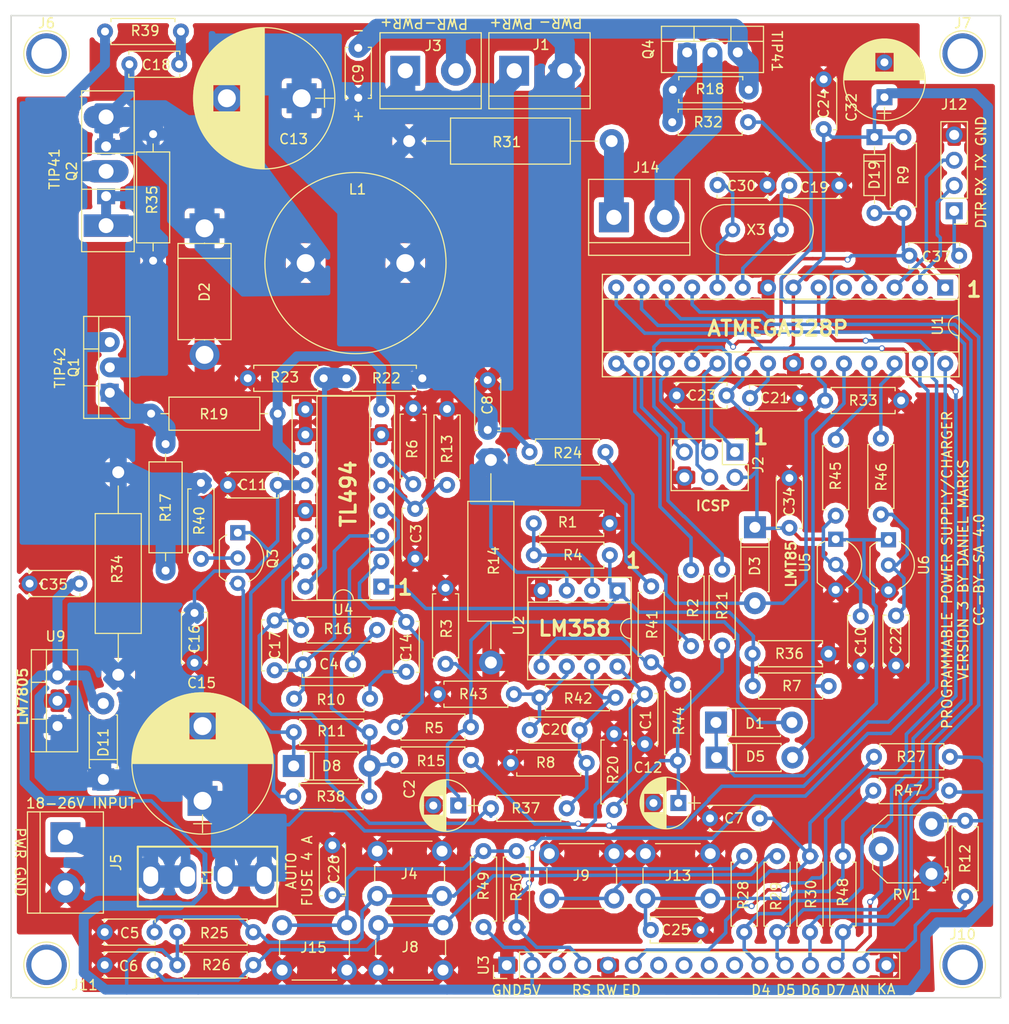
<source format=kicad_pcb>
(kicad_pcb (version 4) (host pcbnew 4.0.7)
  (layers (0 F.Cu signal) (31 B.Cu signal) (34 B.Paste user) (35 F.Paste user) (36 B.SilkS user) (37 F.SilkS user) (38 B.Mask user) (39 F.Mask user) (44 Edge.Cuts user))
  (net 0 "")
  (net 1 GND)
  (net 2 A0)
  (net 3 A1)
  (net 4 "Net-(C19-Pad2)")
  (net 5 "Net-(C30-Pad2)")
  (net 6 MISO)
  (net 7 "Net-(J12-Pad2)")
  (net 8 "Net-(C37-Pad1)")
  (net 9 "Net-(C37-Pad2)")
  (net 10 "Net-(J12-Pad3)")
  (net 11 +24V)
  (net 12 "Net-(C2-Pad1)")
  (net 13 "Net-(C3-Pad1)")
  (net 14 "Net-(C4-Pad1)")
  (net 15 "Net-(C5-Pad1)")
  (net 16 "Net-(C6-Pad1)")
  (net 17 "Net-(C7-Pad1)")
  (net 18 +5V)
  (net 19 SCK)
  (net 20 MOSI)
  (net 21 "Net-(R1-Pad1)")
  (net 22 "Net-(R12-Pad2)")
  (net 23 "Net-(RV1-Pad2)")
  (net 24 DRAINBASE)
  (net 25 DB6)
  (net 26 DB7)
  (net 27 EDISP)
  (net 28 RS)
  (net 29 DB4)
  (net 30 DB5)
  (net 31 "Net-(C13-Pad1)")
  (net 32 CURRENTSHUNT)
  (net 33 "Net-(C12-Pad1)")
  (net 34 "Net-(C14-Pad1)")
  (net 35 "Net-(C14-Pad2)")
  (net 36 "Net-(F1-Pad2)")
  (net 37 "Net-(Q1-Pad1)")
  (net 38 CURRENTSET)
  (net 39 "Net-(R36-Pad1)")
  (net 40 "Net-(R6-Pad2)")
  (net 41 "Net-(R19-Pad1)")
  (net 42 VOLTAGESET)
  (net 43 "Net-(R22-Pad1)")
  (net 44 SHUTDOWN)
  (net 45 "Net-(D8-Pad1)")
  (net 46 "Net-(D8-Pad2)")
  (net 47 "Net-(Q1-Pad2)")
  (net 48 "Net-(Q3-Pad3)")
  (net 49 "Net-(C17-Pad2)")
  (net 50 "Net-(C17-Pad1)")
  (net 51 "Net-(C18-Pad1)")
  (net 52 "Net-(C18-Pad2)")
  (net 53 "Net-(Q3-Pad2)")
  (net 54 "Net-(R41-Pad2)")
  (net 55 "Net-(C20-Pad1)")
  (net 56 "Net-(C20-Pad2)")
  (net 57 "Net-(J14-Pad1)")
  (net 58 "Net-(J14-Pad2)")
  (net 59 "Net-(Q1-Pad3)")
  (net 60 "Net-(Q4-Pad1)")
  (net 61 "Net-(J6-Pad1)")
  (net 62 "Net-(J7-Pad1)")
  (net 63 "Net-(J10-Pad1)")
  (net 64 "Net-(J11-Pad1)")
  (net 65 "Net-(U3-Pad7)")
  (net 66 "Net-(U3-Pad8)")
  (net 67 "Net-(U3-Pad9)")
  (net 68 "Net-(U3-Pad10)")
  (net 69 "Net-(C10-Pad1)")
  (net 70 "Net-(C21-Pad2)")
  (net 71 "Net-(C22-Pad1)")
  (net 72 "Net-(C25-Pad1)")
  (net 73 "Net-(C26-Pad1)")
  (net 74 TEMP)
  (net 75 TEMP2)
  (net 76 "Net-(U1-Pad5)")
  (module Resistors_THT:R_Axial_DIN0207_L6.3mm_D2.5mm_P7.62mm_Horizontal (layer F.Cu) (at 128.78 107.98)
    (fp_text reference R47 (at 3.5 0) (layer F.SilkS))
    (fp_text value 1k)
    (pad 1 thru_hole circle (at 0 0) (size 1.6 1.6) (drill 0.8) (layers *.Cu *.Mask) (net 72 "Net-(C25-Pad1)"))
    (pad 2 thru_hole oval (at 7.62 0) (size 1.6 1.6) (drill 0.8) (layers *.Cu *.Mask) (net 18 +5V))
  )
  (module Resistors_THT:R_Axial_DIN0207_L6.3mm_D2.5mm_P7.62mm_Horizontal (layer F.Cu) (at 88.392 104.902 180)
    (fp_text reference R15 (at 4 -0.1 180) (layer F.SilkS))
    (fp_text value 10k)
    (pad 1 thru_hole circle (at 0 0 180) (size 1.6 1.6) (drill 0.8) (layers *.Cu *.Mask) (net 44 SHUTDOWN))
    (pad 2 thru_hole oval (at 7.62 0 180) (size 1.6 1.6) (drill 0.8) (layers *.Cu *.Mask) (net 46 "Net-(D8-Pad2)"))
  )
  (module Resistors_THT:R_Axial_DIN0207_L6.3mm_D2.5mm_P7.62mm_Horizontal (layer F.Cu) (at 125.01 72.77 270)
    (fp_text reference R45 (at 3.63 0 270) (layer F.SilkS))
    (fp_text value 10k)
    (pad 1 thru_hole circle (at 0 0 270) (size 1.6 1.6) (drill 0.8) (layers *.Cu *.Mask) (net 74 TEMP))
    (pad 2 thru_hole oval (at 7.62 0 270) (size 1.6 1.6) (drill 0.8) (layers *.Cu *.Mask) (net 69 "Net-(C10-Pad1)"))
  )
  (module Diodes_THT:D_DO-201_P12.70mm_Horizontal (layer F.Cu) (at 61.66 51.55 270)
    (fp_text reference D2 (at 6.4 0 270) (layer F.SilkS))
    (fp_text value SB580)
    (pad 1 thru_hole rect (at 0 0 270) (size 3 3) (drill 1.8) (layers *.Cu *.Mask) (net 51 "Net-(C18-Pad1)"))
    (pad 2 thru_hole oval (at 12.7 0 270) (size 3 3) (drill 1.8) (layers *.Cu *.Mask) (net 1 GND))
  )
  (module Capacitors_THT:CP_Radial_D14.0mm_P7.50mm (layer F.Cu) (at 71.4 38.5 180)
    (fp_text reference C13 (at 0.8 -4.1 180) (layer F.SilkS))
    (fp_text value "1000 uF")
    (pad 1 thru_hole rect (at 0 0 180) (size 3 3) (drill 1.8) (layers *.Cu *.Mask) (net 31 "Net-(C13-Pad1)"))
    (pad 2 thru_hole circle (at 7.5 0 180) (size 3 3) (drill 1.8) (layers *.Cu *.Mask) (net 1 GND))
  )
  (module Housings_DIP:DIP-28_W7.62mm_Socket (layer F.Cu) (at 136 57.5 270)
    (fp_text reference U1 (at 3.81 0.762 270) (layer F.SilkS))
    (fp_text value ATMEGA328P-PU)
    (pad 1 thru_hole rect (at 0 0 270) (size 1.6 1.6) (drill 0.8) (layers *.Cu *.Mask) (net 9 "Net-(C37-Pad2)"))
    (pad 15 thru_hole oval (at 7.62 33.02 270) (size 1.6 1.6) (drill 0.8) (layers *.Cu *.Mask) (net 38 CURRENTSET))
    (pad 2 thru_hole oval (at 0 2.54 270) (size 1.6 1.6) (drill 0.8) (layers *.Cu *.Mask) (net 7 "Net-(J12-Pad2)"))
    (pad 16 thru_hole oval (at 7.62 30.48 270) (size 1.6 1.6) (drill 0.8) (layers *.Cu *.Mask) (net 42 VOLTAGESET))
    (pad 3 thru_hole oval (at 0 5.08 270) (size 1.6 1.6) (drill 0.8) (layers *.Cu *.Mask) (net 10 "Net-(J12-Pad3)"))
    (pad 17 thru_hole oval (at 7.62 27.94 270) (size 1.6 1.6) (drill 0.8) (layers *.Cu *.Mask) (net 20 MOSI))
    (pad 4 thru_hole oval (at 0 7.62 270) (size 1.6 1.6) (drill 0.8) (layers *.Cu *.Mask) (net 24 DRAINBASE))
    (pad 18 thru_hole oval (at 7.62 25.4 270) (size 1.6 1.6) (drill 0.8) (layers *.Cu *.Mask) (net 6 MISO))
    (pad 5 thru_hole oval (at 0 10.16 270) (size 1.6 1.6) (drill 0.8) (layers *.Cu *.Mask) (net 76 "Net-(U1-Pad5)"))
    (pad 19 thru_hole oval (at 7.62 22.86 270) (size 1.6 1.6) (drill 0.8) (layers *.Cu *.Mask) (net 19 SCK))
    (pad 6 thru_hole oval (at 0 12.7 270) (size 1.6 1.6) (drill 0.8) (layers *.Cu *.Mask) (net 28 RS))
    (pad 20 thru_hole oval (at 7.62 20.32 270) (size 1.6 1.6) (drill 0.8) (layers *.Cu *.Mask) (net 18 +5V))
    (pad 7 thru_hole oval (at 0 15.24 270) (size 1.6 1.6) (drill 0.8) (layers *.Cu *.Mask) (net 18 +5V))
    (pad 21 thru_hole oval (at 7.62 17.78 270) (size 1.6 1.6) (drill 0.8) (layers *.Cu *.Mask) (net 70 "Net-(C21-Pad2)"))
    (pad 8 thru_hole oval (at 0 17.78 270) (size 1.6 1.6) (drill 0.8) (layers *.Cu *.Mask) (net 1 GND))
    (pad 22 thru_hole oval (at 7.62 15.24 270) (size 1.6 1.6) (drill 0.8) (layers *.Cu *.Mask) (net 1 GND))
    (pad 9 thru_hole oval (at 0 20.32 270) (size 1.6 1.6) (drill 0.8) (layers *.Cu *.Mask) (net 4 "Net-(C19-Pad2)"))
    (pad 23 thru_hole oval (at 7.62 12.7 270) (size 1.6 1.6) (drill 0.8) (layers *.Cu *.Mask) (net 2 A0))
    (pad 10 thru_hole oval (at 0 22.86 270) (size 1.6 1.6) (drill 0.8) (layers *.Cu *.Mask) (net 5 "Net-(C30-Pad2)"))
    (pad 24 thru_hole oval (at 7.62 10.16 270) (size 1.6 1.6) (drill 0.8) (layers *.Cu *.Mask) (net 3 A1))
    (pad 11 thru_hole oval (at 0 25.4 270) (size 1.6 1.6) (drill 0.8) (layers *.Cu *.Mask) (net 26 DB7))
    (pad 25 thru_hole oval (at 7.62 7.62 270) (size 1.6 1.6) (drill 0.8) (layers *.Cu *.Mask) (net 74 TEMP))
    (pad 12 thru_hole oval (at 0 27.94 270) (size 1.6 1.6) (drill 0.8) (layers *.Cu *.Mask) (net 25 DB6))
    (pad 26 thru_hole oval (at 7.62 5.08 270) (size 1.6 1.6) (drill 0.8) (layers *.Cu *.Mask) (net 75 TEMP2))
    (pad 13 thru_hole oval (at 0 30.48 270) (size 1.6 1.6) (drill 0.8) (layers *.Cu *.Mask) (net 30 DB5))
    (pad 27 thru_hole oval (at 7.62 2.54 270) (size 1.6 1.6) (drill 0.8) (layers *.Cu *.Mask) (net 44 SHUTDOWN))
    (pad 14 thru_hole oval (at 0 33.02 270) (size 1.6 1.6) (drill 0.8) (layers *.Cu *.Mask) (net 29 DB4))
    (pad 28 thru_hole oval (at 7.62 0 270) (size 1.6 1.6) (drill 0.8) (layers *.Cu *.Mask) (net 27 EDISP))
  )
  (module Pin_Headers:Pin_Header_Straight_2x03_Pitch2.54mm (layer F.Cu) (at 114.9 74 270)
    (fp_text reference J2 (at 1.27 -2.33 270) (layer F.SilkS))
    (fp_text value Conn_02x03_Odd_Even)
    (pad 1 thru_hole rect (at 0 0 270) (size 1.7 1.7) (drill 1) (layers *.Cu *.Mask) (net 6 MISO))
    (pad 2 thru_hole oval (at 2.54 0 270) (size 1.7 1.7) (drill 1) (layers *.Cu *.Mask) (net 18 +5V))
    (pad 3 thru_hole oval (at 0 2.54 270) (size 1.7 1.7) (drill 1) (layers *.Cu *.Mask) (net 19 SCK))
    (pad 4 thru_hole oval (at 2.54 2.54 270) (size 1.7 1.7) (drill 1) (layers *.Cu *.Mask) (net 20 MOSI))
    (pad 5 thru_hole oval (at 0 5.08 270) (size 1.7 1.7) (drill 1) (layers *.Cu *.Mask) (net 9 "Net-(C37-Pad2)"))
    (pad 6 thru_hole oval (at 2.54 5.08 270) (size 1.7 1.7) (drill 1) (layers *.Cu *.Mask) (net 1 GND))
  )
  (module FlexiblePS:TO-247_TO-3P_Vertical (layer F.Cu) (at 51.78 51.28 90)
    (fp_text reference Q2 (at 5.45 -3.45 90) (layer F.SilkS))
    (fp_text value TIP41)
    (pad 1 thru_hole rect (at 0 0 90) (size 2.25 4.5) (drill 1.5) (layers *.Cu *.Mask) (net 47 "Net-(Q1-Pad2)"))
    (pad 2 thru_hole oval (at 5.45 0 90) (size 2.25 4.5) (drill 1.5) (layers *.Cu *.Mask) (net 59 "Net-(Q1-Pad3)"))
    (pad 3 thru_hole oval (at 10.9 0 90) (size 2.25 4.5) (drill 1.5) (layers *.Cu *.Mask) (net 51 "Net-(C18-Pad1)"))
    (pad 1 thru_hole rect (at 2.95 0 90) (size 1.6 1.8) (drill 1) (layers *.Cu *.Mask) (net 47 "Net-(Q1-Pad2)"))
    (pad 3 thru_hole rect (at 7.95 0 90) (size 1.6 1.8) (drill 1) (layers *.Cu *.Mask) (net 51 "Net-(C18-Pad1)"))
  )
  (module Capacitors_THT:CP_Radial_D5.0mm_P2.50mm (layer F.Cu) (at 87.122 109.474 180)
    (fp_text reference C2 (at 4.89 1.65 450) (layer F.SilkS))
    (fp_text value "10 uF")
    (pad 1 thru_hole rect (at 0 0 180) (size 1.6 1.6) (drill 0.8) (layers *.Cu *.Mask) (net 12 "Net-(C2-Pad1)"))
    (pad 2 thru_hole circle (at 2.5 0 180) (size 1.6 1.6) (drill 0.8) (layers *.Cu *.Mask) (net 1 GND))
  )
  (module Resistors_THT:R_Axial_DIN0207_L6.3mm_D2.5mm_P7.62mm_Horizontal (layer F.Cu) (at 124.3 97.48 180)
    (fp_text reference R7 (at 3.7 0 180) (layer F.SilkS))
    (fp_text value 10k)
    (pad 1 thru_hole circle (at 0 0 180) (size 1.6 1.6) (drill 0.8) (layers *.Cu *.Mask) (net 3 A1))
    (pad 2 thru_hole oval (at 7.62 0 180) (size 1.6 1.6) (drill 0.8) (layers *.Cu *.Mask) (net 39 "Net-(R36-Pad1)"))
  )
  (module Connectors_Terminal_Blocks:TerminalBlock_bornier-2_P5.08mm (layer F.Cu) (at 81.81 35.74)
    (fp_text reference J3 (at 2.8 -2.5 180) (layer F.SilkS))
    (fp_text value Conn_01x02)
    (pad 1 thru_hole rect (at 0 0) (size 3 3) (drill 1.52) (layers *.Cu *.Mask) (net 31 "Net-(C13-Pad1)"))
    (pad 2 thru_hole circle (at 5.08 0) (size 3 3) (drill 1.52) (layers *.Cu *.Mask) (net 32 CURRENTSHUNT))
  )
  (module Resistors_THT:R_Axial_DIN0414_L11.9mm_D4.5mm_P20.32mm_Horizontal (layer F.Cu) (at 82.2 42.8)
    (fp_text reference R31 (at 9.8 0.1) (layer F.SilkS))
    (fp_text value 100R)
    (pad 1 thru_hole circle (at 0 0) (size 2.4 2.4) (drill 1.2) (layers *.Cu *.Mask) (net 31 "Net-(C13-Pad1)"))
    (pad 2 thru_hole oval (at 20.32 0) (size 2.4 2.4) (drill 1.2) (layers *.Cu *.Mask) (net 57 "Net-(J14-Pad1)"))
  )
  (module Resistors_THT:R_Axial_DIN0309_L9.0mm_D3.2mm_P12.70mm_Horizontal (layer F.Cu) (at 56.5 54.8 90)
    (fp_text reference R35 (at 6.1 -0.1 90) (layer F.SilkS))
    (fp_text value 33R)
    (pad 1 thru_hole circle (at 0 0 90) (size 1.6 1.6) (drill 0.8) (layers *.Cu *.Mask) (net 47 "Net-(Q1-Pad2)"))
    (pad 2 thru_hole oval (at 12.7 0 90) (size 1.6 1.6) (drill 0.8) (layers *.Cu *.Mask) (net 51 "Net-(C18-Pad1)"))
  )
  (module TO_SOT_Packages_THT:TO-92_Inline_Wide (layer F.Cu) (at 65 82.1 270)
    (fp_text reference Q3 (at 2.6 -3.5 450) (layer F.SilkS))
    (fp_text value 2N3906)
    (pad 2 thru_hole circle (at 2.54 0) (size 1.52 1.52) (drill 0.8) (layers *.Cu *.Mask) (net 53 "Net-(Q3-Pad2)"))
    (pad 3 thru_hole circle (at 5.08 0) (size 1.52 1.52) (drill 0.8) (layers *.Cu *.Mask) (net 48 "Net-(Q3-Pad3)"))
    (pad 1 thru_hole rect (at 0 0) (size 1.52 1.52) (drill 0.8) (layers *.Cu *.Mask) (net 11 +24V))
  )
  (module Capacitors_THT:C_Disc_D5.0mm_W2.5mm_P5.00mm (layer F.Cu) (at 105.85 98.3 270)
    (fp_text reference C1 (at 2.6 -0.1 270) (layer F.SilkS))
    (fp_text value 100nF)
    (pad 1 thru_hole circle (at 0 0 270) (size 1.6 1.6) (drill 0.8) (layers *.Cu *.Mask) (net 11 +24V))
    (pad 2 thru_hole circle (at 5 0 270) (size 1.6 1.6) (drill 0.8) (layers *.Cu *.Mask) (net 1 GND))
  )
  (module Resistors_THT:R_Axial_DIN0207_L6.3mm_D2.5mm_P7.62mm_Horizontal (layer F.Cu) (at 94.7 81.15)
    (fp_text reference R1 (at 3.4 -0.1) (layer F.SilkS))
    (fp_text value 10k)
    (pad 1 thru_hole circle (at 0 0) (size 1.6 1.6) (drill 0.8) (layers *.Cu *.Mask) (net 21 "Net-(R1-Pad1)"))
    (pad 2 thru_hole oval (at 7.62 0) (size 1.6 1.6) (drill 0.8) (layers *.Cu *.Mask) (net 1 GND))
  )
  (module Capacitors_THT:CP_Radial_D8.0mm_P3.50mm (layer F.Cu) (at 129.9 38.4 90)
    (fp_text reference C32 (at -1.016 -3.302 90) (layer F.SilkS))
    (fp_text value 100uF)
    (pad 1 thru_hole rect (at 0 0 90) (size 1.6 1.6) (drill 0.8) (layers *.Cu *.Mask) (net 18 +5V))
    (pad 2 thru_hole circle (at 3.5 0 90) (size 1.6 1.6) (drill 0.8) (layers *.Cu *.Mask) (net 1 GND))
  )
  (module Diodes_THT:D_DO-35_SOD27_P7.62mm_Horizontal (layer F.Cu) (at 128.9 42.4 270)
    (fp_text reference D19 (at 3.81 0 270) (layer F.SilkS))
    (fp_text value 1N4148)
    (pad 1 thru_hole rect (at 0 0 270) (size 1.6 1.6) (drill 0.8) (layers *.Cu *.Mask) (net 18 +5V))
    (pad 2 thru_hole oval (at 7.62 0 270) (size 1.6 1.6) (drill 0.8) (layers *.Cu *.Mask) (net 9 "Net-(C37-Pad2)"))
  )
  (module Resistors_THT:R_Axial_DIN0207_L6.3mm_D2.5mm_P7.62mm_Horizontal (layer F.Cu) (at 131.8 42.4 270)
    (fp_text reference R9 (at 3.81 0 270) (layer F.SilkS))
    (fp_text value 10k)
    (pad 1 thru_hole circle (at 0 0 270) (size 1.6 1.6) (drill 0.8) (layers *.Cu *.Mask) (net 18 +5V))
    (pad 2 thru_hole oval (at 7.62 0 270) (size 1.6 1.6) (drill 0.8) (layers *.Cu *.Mask) (net 9 "Net-(C37-Pad2)"))
  )
  (module TO_SOT_Packages_THT:TO-220-3_Vertical (layer F.Cu) (at 46.9 101.5 90)
    (fp_text reference U9 (at 9 -0.2 180) (layer F.SilkS))
    (fp_text value LM7805_TO220)
    (pad 1 thru_hole rect (at 0 0 90) (size 1.8 1.8) (drill 1) (layers *.Cu *.Mask) (net 11 +24V))
    (pad 2 thru_hole oval (at 2.54 0 90) (size 1.8 1.8) (drill 1) (layers *.Cu *.Mask) (net 1 GND))
    (pad 3 thru_hole oval (at 5.08 0 90) (size 1.8 1.8) (drill 1) (layers *.Cu *.Mask) (net 18 +5V))
  )
  (module Connectors:1pin (layer F.Cu) (at 45.804 34.016)
    (fp_text reference J6 (at 0 -3.048) (layer F.SilkS))
    (fp_text value Conn_01x01)
    (pad 1 thru_hole circle (at 0 0) (size 4.064 4.064) (drill 3.048) (layers *.Cu *.Mask) (net 61 "Net-(J6-Pad1)"))
  )
  (module Connectors:1pin (layer F.Cu) (at 137.752 34.016)
    (fp_text reference J7 (at 0 -3.048) (layer F.SilkS))
    (fp_text value Conn_01x01)
    (pad 1 thru_hole circle (at 0 0) (size 4.064 4.064) (drill 3.048) (layers *.Cu *.Mask) (net 62 "Net-(J7-Pad1)"))
  )
  (module Connectors:1pin (layer F.Cu) (at 137.752 125.456)
    (fp_text reference J10 (at 0 -3.048) (layer F.SilkS))
    (fp_text value Conn_01x01)
    (pad 1 thru_hole circle (at 0 0) (size 4.064 4.064) (drill 3.048) (layers *.Cu *.Mask) (net 63 "Net-(J10-Pad1)"))
  )
  (module Connectors:1pin (layer F.Cu) (at 45.804 125.456)
    (fp_text reference J11 (at 3.81 2.032) (layer F.SilkS))
    (fp_text value Conn_01x01)
    (pad 1 thru_hole circle (at 0 0) (size 4.064 4.064) (drill 3.048) (layers *.Cu *.Mask) (net 64 "Net-(J11-Pad1)"))
  )
  (module Pin_Headers:Pin_Header_Straight_1x04_Pitch2.54mm (layer F.Cu) (at 136.9 49.8 180)
    (fp_text reference J12 (at 0 10.668 180) (layer F.SilkS))
    (fp_text value Conn_01x04)
    (pad 1 thru_hole rect (at 0 0 180) (size 1.7 1.7) (drill 1) (layers *.Cu *.Mask) (net 8 "Net-(C37-Pad1)"))
    (pad 2 thru_hole oval (at 0 2.54 180) (size 1.7 1.7) (drill 1) (layers *.Cu *.Mask) (net 7 "Net-(J12-Pad2)"))
    (pad 3 thru_hole oval (at 0 5.08 180) (size 1.7 1.7) (drill 1) (layers *.Cu *.Mask) (net 10 "Net-(J12-Pad3)"))
    (pad 4 thru_hole oval (at 0 7.62 180) (size 1.7 1.7) (drill 1) (layers *.Cu *.Mask) (net 1 GND))
  )
  (module Crystals:Crystal_HC49-U_Vertical (layer F.Cu) (at 119.55 51.7 180)
    (fp_text reference X3 (at 2.54 0 180) (layer F.SilkS))
    (fp_text value 16MHz)
    (pad 1 thru_hole circle (at 0 0 180) (size 1.5 1.5) (drill 0.8) (layers *.Cu *.Mask) (net 4 "Net-(C19-Pad2)"))
    (pad 2 thru_hole circle (at 4.88 0 180) (size 1.5 1.5) (drill 0.8) (layers *.Cu *.Mask) (net 5 "Net-(C30-Pad2)"))
  )
  (module Diodes_THT:D_DO-41_SOD81_P7.62mm_Horizontal (layer F.Cu) (at 51.5 106.85 90)
    (fp_text reference D11 (at 3.7 0 90) (layer F.SilkS))
    (fp_text value 1N4007)
    (pad 1 thru_hole rect (at 0 0 90) (size 2.2 2.2) (drill 1.1) (layers *.Cu *.Mask) (net 11 +24V))
    (pad 2 thru_hole oval (at 7.62 0 90) (size 2.2 2.2) (drill 1.1) (layers *.Cu *.Mask) (net 18 +5V))
  )
  (module Connectors_Terminal_Blocks:TerminalBlock_bornier-2_P5.08mm (layer F.Cu) (at 92.74 35.74)
    (fp_text reference J1 (at 2.7 -2.6) (layer F.SilkS))
    (fp_text value Conn_01x02)
    (pad 1 thru_hole rect (at 0 0) (size 3 3) (drill 1.52) (layers *.Cu *.Mask) (net 31 "Net-(C13-Pad1)"))
    (pad 2 thru_hole circle (at 5.08 0) (size 3 3) (drill 1.52) (layers *.Cu *.Mask) (net 32 CURRENTSHUNT))
  )
  (module Buttons_Switches_THT:SW_PUSH_6mm_h4.3mm (layer F.Cu) (at 78.994 114.046)
    (fp_text reference J4 (at 3.2 2.3) (layer F.SilkS))
    (fp_text value Conn_01x02)
    (pad 2 thru_hole circle (at 0 4.5 90) (size 2 2) (drill 1.1) (layers *.Cu *.Mask) (net 15 "Net-(C5-Pad1)"))
    (pad 1 thru_hole circle (at 0 0 90) (size 2 2) (drill 1.1) (layers *.Cu *.Mask) (net 1 GND))
    (pad 2 thru_hole circle (at 6.5 4.5 90) (size 2 2) (drill 1.1) (layers *.Cu *.Mask) (net 15 "Net-(C5-Pad1)"))
    (pad 1 thru_hole circle (at 6.5 0 90) (size 2 2) (drill 1.1) (layers *.Cu *.Mask) (net 1 GND))
  )
  (module Buttons_Switches_THT:SW_PUSH_6mm_h4.3mm (layer F.Cu) (at 85.598 125.984 180)
    (fp_text reference J8 (at 3.3 2.3 180) (layer F.SilkS))
    (fp_text value Conn_01x02)
    (pad 2 thru_hole circle (at 0 4.5 270) (size 2 2) (drill 1.1) (layers *.Cu *.Mask) (net 16 "Net-(C6-Pad1)"))
    (pad 1 thru_hole circle (at 0 0 270) (size 2 2) (drill 1.1) (layers *.Cu *.Mask) (net 1 GND))
    (pad 2 thru_hole circle (at 6.5 4.5 270) (size 2 2) (drill 1.1) (layers *.Cu *.Mask) (net 16 "Net-(C6-Pad1)"))
    (pad 1 thru_hole circle (at 6.5 0 270) (size 2 2) (drill 1.1) (layers *.Cu *.Mask) (net 1 GND))
  )
  (module Buttons_Switches_THT:SW_PUSH_6mm_h4.3mm (layer F.Cu) (at 96.266 114.3)
    (fp_text reference J9 (at 3.2 2.2 180) (layer F.SilkS))
    (fp_text value Conn_01x02)
    (pad 2 thru_hole circle (at 0 4.5 90) (size 2 2) (drill 1.1) (layers *.Cu *.Mask) (net 17 "Net-(C7-Pad1)"))
    (pad 1 thru_hole circle (at 0 0 90) (size 2 2) (drill 1.1) (layers *.Cu *.Mask) (net 1 GND))
    (pad 2 thru_hole circle (at 6.5 4.5 90) (size 2 2) (drill 1.1) (layers *.Cu *.Mask) (net 17 "Net-(C7-Pad1)"))
    (pad 1 thru_hole circle (at 6.5 0 90) (size 2 2) (drill 1.1) (layers *.Cu *.Mask) (net 1 GND))
  )
  (module Inductors_THT:L_Radial_D18.0mm_P10.00mm (layer F.Cu) (at 71.81 55.04)
    (fp_text reference L1 (at 5.2 -7.4) (layer F.SilkS))
    (fp_text value "150 uH")
    (pad 1 thru_hole circle (at 0 0) (size 3 3) (drill 1.8) (layers *.Cu *.Mask) (net 51 "Net-(C18-Pad1)"))
    (pad 2 thru_hole circle (at 10 0) (size 3 3) (drill 1.8) (layers *.Cu *.Mask) (net 31 "Net-(C13-Pad1)"))
  )
  (module Resistors_THT:R_Axial_DIN0207_L6.3mm_D2.5mm_P7.62mm_Horizontal (layer F.Cu) (at 94.72 84.35)
    (fp_text reference R4 (at 3.9 0) (layer F.SilkS))
    (fp_text value 100k)
    (pad 1 thru_hole circle (at 0 0) (size 1.6 1.6) (drill 0.8) (layers *.Cu *.Mask) (net 21 "Net-(R1-Pad1)"))
    (pad 2 thru_hole oval (at 7.62 0) (size 1.6 1.6) (drill 0.8) (layers *.Cu *.Mask) (net 39 "Net-(R36-Pad1)"))
  )
  (module Resistors_THT:R_Axial_DIN0207_L6.3mm_D2.5mm_P7.62mm_Horizontal (layer F.Cu) (at 138 111 270)
    (fp_text reference R12 (at 3.8 0 270) (layer F.SilkS))
    (fp_text value 220R)
    (pad 1 thru_hole circle (at 0 0 270) (size 1.6 1.6) (drill 0.8) (layers *.Cu *.Mask) (net 18 +5V))
    (pad 2 thru_hole oval (at 7.62 0 270) (size 1.6 1.6) (drill 0.8) (layers *.Cu *.Mask) (net 22 "Net-(R12-Pad2)"))
  )
  (module Resistors_THT:R_Axial_DIN0414_L11.9mm_D4.5mm_P20.32mm_Horizontal (layer F.Cu) (at 90.4 74.8 270)
    (fp_text reference R14 (at 10.1 -0.3 270) (layer F.SilkS))
    (fp_text value 0R1)
    (pad 1 thru_hole circle (at 0 0 270) (size 2.4 2.4) (drill 1.2) (layers *.Cu *.Mask) (net 32 CURRENTSHUNT))
    (pad 2 thru_hole oval (at 20.32 0 270) (size 2.4 2.4) (drill 1.2) (layers *.Cu *.Mask) (net 1 GND))
  )
  (module Resistors_THT:R_Axial_DIN0207_L6.3mm_D2.5mm_P7.62mm_Horizontal (layer F.Cu) (at 66.548 122.174 180)
    (fp_text reference R25 (at 3.9 -0.1 180) (layer F.SilkS))
    (fp_text value 1k)
    (pad 1 thru_hole circle (at 0 0 180) (size 1.6 1.6) (drill 0.8) (layers *.Cu *.Mask) (net 15 "Net-(C5-Pad1)"))
    (pad 2 thru_hole oval (at 7.62 0 180) (size 1.6 1.6) (drill 0.8) (layers *.Cu *.Mask) (net 18 +5V))
  )
  (module Resistors_THT:R_Axial_DIN0207_L6.3mm_D2.5mm_P7.62mm_Horizontal (layer F.Cu) (at 66.548 125.476 180)
    (fp_text reference R26 (at 3.7 0 180) (layer F.SilkS))
    (fp_text value 1k)
    (pad 1 thru_hole circle (at 0 0 180) (size 1.6 1.6) (drill 0.8) (layers *.Cu *.Mask) (net 16 "Net-(C6-Pad1)"))
    (pad 2 thru_hole oval (at 7.62 0 180) (size 1.6 1.6) (drill 0.8) (layers *.Cu *.Mask) (net 18 +5V))
  )
  (module Resistors_THT:R_Axial_DIN0207_L6.3mm_D2.5mm_P7.62mm_Horizontal (layer F.Cu) (at 128.85 104.58)
    (fp_text reference R27 (at 3.7 0) (layer F.SilkS))
    (fp_text value 1k)
    (pad 1 thru_hole circle (at 0 0) (size 1.6 1.6) (drill 0.8) (layers *.Cu *.Mask) (net 17 "Net-(C7-Pad1)"))
    (pad 2 thru_hole oval (at 7.62 0) (size 1.6 1.6) (drill 0.8) (layers *.Cu *.Mask) (net 18 +5V))
  )
  (module Resistors_THT:R_Axial_DIN0207_L6.3mm_D2.5mm_P7.62mm_Horizontal (layer F.Cu) (at 115.824 122.174 90)
    (fp_text reference R28 (at 3.7 -0.1 90) (layer F.SilkS))
    (fp_text value 10k)
    (pad 1 thru_hole circle (at 0 0 90) (size 1.6 1.6) (drill 0.8) (layers *.Cu *.Mask) (net 29 DB4))
    (pad 2 thru_hole oval (at 7.62 0 90) (size 1.6 1.6) (drill 0.8) (layers *.Cu *.Mask) (net 15 "Net-(C5-Pad1)"))
  )
  (module Resistors_THT:R_Axial_DIN0207_L6.3mm_D2.5mm_P7.62mm_Horizontal (layer F.Cu) (at 119.126 122.174 90)
    (fp_text reference R29 (at 3.6 -0.1 90) (layer F.SilkS))
    (fp_text value 10k)
    (pad 1 thru_hole circle (at 0 0 90) (size 1.6 1.6) (drill 0.8) (layers *.Cu *.Mask) (net 30 DB5))
    (pad 2 thru_hole oval (at 7.62 0 90) (size 1.6 1.6) (drill 0.8) (layers *.Cu *.Mask) (net 16 "Net-(C6-Pad1)"))
  )
  (module Resistors_THT:R_Axial_DIN0207_L6.3mm_D2.5mm_P7.62mm_Horizontal (layer F.Cu) (at 122.428 122.174 90)
    (fp_text reference R30 (at 3.8 0.1 90) (layer F.SilkS))
    (fp_text value 10k)
    (pad 1 thru_hole circle (at 0 0 90) (size 1.6 1.6) (drill 0.8) (layers *.Cu *.Mask) (net 25 DB6))
    (pad 2 thru_hole oval (at 7.62 0 90) (size 1.6 1.6) (drill 0.8) (layers *.Cu *.Mask) (net 17 "Net-(C7-Pad1)"))
  )
  (module Potentiometers:Potentiometer_Triwood_RM-065 (layer F.Cu) (at 134.62 116.332 90)
    (fp_text reference RV1 (at -2.1 -2.5 180) (layer F.SilkS))
    (fp_text value POT)
    (pad 2 thru_hole circle (at 2.5 -5.04 90) (size 2.5 2.5) (drill 1.2) (layers *.Cu *.Mask) (net 23 "Net-(RV1-Pad2)"))
    (pad 3 thru_hole circle (at 5 0 90) (size 2.5 2.5) (drill 1.2) (layers *.Cu *.Mask) (net 18 +5V))
    (pad 1 thru_hole circle (at 0 0 90) (size 2.5 2.5) (drill 1.2) (layers *.Cu *.Mask) (net 1 GND))
  )
  (module Pin_Headers:Pin_Header_Straight_1x16_Pitch2.54mm (layer F.Cu) (at 92 125.5 90)
    (fp_text reference U3 (at 0 -2.33 90) (layer F.SilkS))
    (fp_text value LCD-016N002L)
    (pad 1 thru_hole rect (at 0 0 90) (size 1.7 1.7) (drill 1) (layers *.Cu *.Mask) (net 1 GND))
    (pad 2 thru_hole oval (at 0 2.54 90) (size 1.7 1.7) (drill 1) (layers *.Cu *.Mask) (net 18 +5V))
    (pad 3 thru_hole oval (at 0 5.08 90) (size 1.7 1.7) (drill 1) (layers *.Cu *.Mask) (net 23 "Net-(RV1-Pad2)"))
    (pad 4 thru_hole oval (at 0 7.62 90) (size 1.7 1.7) (drill 1) (layers *.Cu *.Mask) (net 28 RS))
    (pad 5 thru_hole oval (at 0 10.16 90) (size 1.7 1.7) (drill 1) (layers *.Cu *.Mask) (net 1 GND))
    (pad 6 thru_hole oval (at 0 12.7 90) (size 1.7 1.7) (drill 1) (layers *.Cu *.Mask) (net 27 EDISP))
    (pad 7 thru_hole oval (at 0 15.24 90) (size 1.7 1.7) (drill 1) (layers *.Cu *.Mask) (net 65 "Net-(U3-Pad7)"))
    (pad 8 thru_hole oval (at 0 17.78 90) (size 1.7 1.7) (drill 1) (layers *.Cu *.Mask) (net 66 "Net-(U3-Pad8)"))
    (pad 9 thru_hole oval (at 0 20.32 90) (size 1.7 1.7) (drill 1) (layers *.Cu *.Mask) (net 67 "Net-(U3-Pad9)"))
    (pad 10 thru_hole oval (at 0 22.86 90) (size 1.7 1.7) (drill 1) (layers *.Cu *.Mask) (net 68 "Net-(U3-Pad10)"))
    (pad 11 thru_hole oval (at 0 25.4 90) (size 1.7 1.7) (drill 1) (layers *.Cu *.Mask) (net 29 DB4))
    (pad 12 thru_hole oval (at 0 27.94 90) (size 1.7 1.7) (drill 1) (layers *.Cu *.Mask) (net 30 DB5))
    (pad 13 thru_hole oval (at 0 30.48 90) (size 1.7 1.7) (drill 1) (layers *.Cu *.Mask) (net 25 DB6))
    (pad 14 thru_hole oval (at 0 33.02 90) (size 1.7 1.7) (drill 1) (layers *.Cu *.Mask) (net 26 DB7))
    (pad 15 thru_hole oval (at 0 35.56 90) (size 1.7 1.7) (drill 1) (layers *.Cu *.Mask) (net 22 "Net-(R12-Pad2)"))
    (pad 16 thru_hole oval (at 0 38.1 90) (size 1.7 1.7) (drill 1) (layers *.Cu *.Mask) (net 1 GND))
  )
  (module Resistors_THT:R_Axial_DIN0207_L6.3mm_D2.5mm_P7.62mm_Horizontal (layer F.Cu) (at 108.6 40.9)
    (fp_text reference R32 (at 3.6 0) (layer F.SilkS))
    (fp_text value 1k)
    (pad 1 thru_hole circle (at 0 0) (size 1.6 1.6) (drill 0.8) (layers *.Cu *.Mask) (net 60 "Net-(Q4-Pad1)"))
    (pad 2 thru_hole oval (at 7.62 0) (size 1.6 1.6) (drill 0.8) (layers *.Cu *.Mask) (net 24 DRAINBASE))
  )
  (module Capacitors_THT:C_Disc_D5.0mm_W2.5mm_P5.00mm (layer F.Cu) (at 76.55 95.3 180)
    (fp_text reference C4 (at 2.4 0 180) (layer F.SilkS))
    (fp_text value "10 nF")
    (pad 1 thru_hole circle (at 0 0 180) (size 1.6 1.6) (drill 0.8) (layers *.Cu *.Mask) (net 14 "Net-(C4-Pad1)"))
    (pad 2 thru_hole circle (at 5 0 180) (size 1.6 1.6) (drill 0.8) (layers *.Cu *.Mask) (net 49 "Net-(C17-Pad2)"))
  )
  (module Capacitors_THT:C_Disc_D5.0mm_W2.5mm_P5.00mm (layer F.Cu) (at 56.642 122.174 180)
    (fp_text reference C5 (at 2.5 -0.1 180) (layer F.SilkS))
    (fp_text value 100nF)
    (pad 1 thru_hole circle (at 0 0 180) (size 1.6 1.6) (drill 0.8) (layers *.Cu *.Mask) (net 15 "Net-(C5-Pad1)"))
    (pad 2 thru_hole circle (at 5 0 180) (size 1.6 1.6) (drill 0.8) (layers *.Cu *.Mask) (net 1 GND))
  )
  (module Capacitors_THT:C_Disc_D5.0mm_W2.5mm_P5.00mm (layer F.Cu) (at 56.642 125.476 180)
    (fp_text reference C6 (at 2.6 -0.1 180) (layer F.SilkS))
    (fp_text value 100nF)
    (pad 1 thru_hole circle (at 0 0 180) (size 1.6 1.6) (drill 0.8) (layers *.Cu *.Mask) (net 16 "Net-(C6-Pad1)"))
    (pad 2 thru_hole circle (at 5 0 180) (size 1.6 1.6) (drill 0.8) (layers *.Cu *.Mask) (net 1 GND))
  )
  (module Capacitors_THT:C_Disc_D5.0mm_W2.5mm_P5.00mm (layer F.Cu) (at 117.39 110.76 180)
    (fp_text reference C7 (at 2.6 0 180) (layer F.SilkS))
    (fp_text value 100nF)
    (pad 1 thru_hole circle (at 0 0 180) (size 1.6 1.6) (drill 0.8) (layers *.Cu *.Mask) (net 17 "Net-(C7-Pad1)"))
    (pad 2 thru_hole circle (at 5 0 180) (size 1.6 1.6) (drill 0.8) (layers *.Cu *.Mask) (net 1 GND))
  )
  (module Capacitors_THT:C_Disc_D5.0mm_W2.5mm_P5.00mm (layer F.Cu) (at 77.09 38.45 90)
    (fp_text reference C9 (at 2.4 0 90) (layer F.SilkS))
    (fp_text value 100nF)
    (pad 1 thru_hole circle (at 0 0 90) (size 1.6 1.6) (drill 0.8) (layers *.Cu *.Mask) (net 31 "Net-(C13-Pad1)"))
    (pad 2 thru_hole circle (at 5 0 90) (size 1.6 1.6) (drill 0.8) (layers *.Cu *.Mask) (net 32 CURRENTSHUNT))
  )
  (module Capacitors_THT:C_Disc_D5.0mm_W2.5mm_P5.00mm (layer F.Cu) (at 69 77.3 180)
    (fp_text reference C11 (at 2.5 0 180) (layer F.SilkS))
    (fp_text value 100nF)
    (pad 1 thru_hole circle (at 0 0 180) (size 1.6 1.6) (drill 0.8) (layers *.Cu *.Mask) (net 11 +24V))
    (pad 2 thru_hole circle (at 5 0 180) (size 1.6 1.6) (drill 0.8) (layers *.Cu *.Mask) (net 1 GND))
  )
  (module Capacitors_THT:C_Disc_D5.0mm_W2.5mm_P5.00mm (layer F.Cu) (at 125.35 47.25 180)
    (fp_text reference C19 (at 2.5 -0.2 180) (layer F.SilkS))
    (fp_text value 22pF)
    (pad 1 thru_hole circle (at 0 0 180) (size 1.6 1.6) (drill 0.8) (layers *.Cu *.Mask) (net 1 GND))
    (pad 2 thru_hole circle (at 5 0 180) (size 1.6 1.6) (drill 0.8) (layers *.Cu *.Mask) (net 4 "Net-(C19-Pad2)"))
  )
  (module Capacitors_THT:C_Disc_D5.0mm_W2.5mm_P5.00mm (layer F.Cu) (at 114.046 68.326 180)
    (fp_text reference C23 (at 2.5 0 180) (layer F.SilkS))
    (fp_text value 100nF)
    (pad 1 thru_hole circle (at 0 0 180) (size 1.6 1.6) (drill 0.8) (layers *.Cu *.Mask) (net 18 +5V))
    (pad 2 thru_hole circle (at 5 0 180) (size 1.6 1.6) (drill 0.8) (layers *.Cu *.Mask) (net 1 GND))
  )
  (module Capacitors_THT:C_Disc_D5.0mm_W2.5mm_P5.00mm (layer F.Cu) (at 123.8 41.6 90)
    (fp_text reference C24 (at 2.5 0 90) (layer F.SilkS))
    (fp_text value 100nF)
    (pad 1 thru_hole circle (at 0 0 90) (size 1.6 1.6) (drill 0.8) (layers *.Cu *.Mask) (net 18 +5V))
    (pad 2 thru_hole circle (at 5 0 90) (size 1.6 1.6) (drill 0.8) (layers *.Cu *.Mask) (net 1 GND))
  )
  (module Capacitors_THT:C_Disc_D5.0mm_W2.5mm_P5.00mm (layer F.Cu) (at 118.15 47.2 180)
    (fp_text reference C30 (at 2.6 -0.1 180) (layer F.SilkS))
    (fp_text value 22pF)
    (pad 1 thru_hole circle (at 0 0 180) (size 1.6 1.6) (drill 0.8) (layers *.Cu *.Mask) (net 1 GND))
    (pad 2 thru_hole circle (at 5 0 180) (size 1.6 1.6) (drill 0.8) (layers *.Cu *.Mask) (net 5 "Net-(C30-Pad2)"))
  )
  (module Capacitors_THT:C_Disc_D5.0mm_W2.5mm_P5.00mm (layer F.Cu) (at 120.36 81.61 90)
    (fp_text reference C34 (at 2.6 0 90) (layer F.SilkS))
    (fp_text value 100nF)
    (pad 1 thru_hole circle (at 0 0 90) (size 1.6 1.6) (drill 0.8) (layers *.Cu *.Mask) (net 18 +5V))
    (pad 2 thru_hole circle (at 5 0 90) (size 1.6 1.6) (drill 0.8) (layers *.Cu *.Mask) (net 1 GND))
  )
  (module Capacitors_THT:C_Disc_D5.0mm_W2.5mm_P5.00mm (layer F.Cu) (at 49.1 87.2 180)
    (fp_text reference C35 (at 2.6 -0.1 180) (layer F.SilkS))
    (fp_text value 100nF)
    (pad 1 thru_hole circle (at 0 0 180) (size 1.6 1.6) (drill 0.8) (layers *.Cu *.Mask) (net 18 +5V))
    (pad 2 thru_hole circle (at 5 0 180) (size 1.6 1.6) (drill 0.8) (layers *.Cu *.Mask) (net 1 GND))
  )
  (module Capacitors_THT:C_Disc_D5.0mm_W2.5mm_P5.00mm (layer F.Cu) (at 137.4 54.3 180)
    (fp_text reference C37 (at 2.3 -0.1 180) (layer F.SilkS))
    (fp_text value "100 nF")
    (pad 1 thru_hole circle (at 0 0 180) (size 1.6 1.6) (drill 0.8) (layers *.Cu *.Mask) (net 8 "Net-(C37-Pad1)"))
    (pad 2 thru_hole circle (at 5 0 180) (size 1.6 1.6) (drill 0.8) (layers *.Cu *.Mask) (net 9 "Net-(C37-Pad2)"))
  )
  (module TO_SOT_Packages_THT:TO-220-3_Vertical (layer F.Cu) (at 110.1 33.9)
    (fp_text reference Q4 (at -3.9 -0.3 90) (layer F.SilkS))
    (fp_text value TIP41C)
    (pad 1 thru_hole rect (at 0 0) (size 1.8 1.8) (drill 1) (layers *.Cu *.Mask) (net 60 "Net-(Q4-Pad1)"))
    (pad 2 thru_hole oval (at 2.54 0) (size 1.8 1.8) (drill 1) (layers *.Cu *.Mask) (net 58 "Net-(J14-Pad2)"))
    (pad 3 thru_hole oval (at 5.08 0) (size 1.8 1.8) (drill 1) (layers *.Cu *.Mask) (net 32 CURRENTSHUNT))
  )
  (module Resistors_THT:R_Axial_DIN0207_L6.3mm_D2.5mm_P7.62mm_Horizontal (layer F.Cu) (at 116.28 37.64 180)
    (fp_text reference R18 (at 3.895 0.066999 180) (layer F.SilkS))
    (fp_text value 10k)
    (pad 1 thru_hole circle (at 0 0 180) (size 1.6 1.6) (drill 0.8) (layers *.Cu *.Mask) (net 32 CURRENTSHUNT))
    (pad 2 thru_hole oval (at 7.62 0 180) (size 1.6 1.6) (drill 0.8) (layers *.Cu *.Mask) (net 60 "Net-(Q4-Pad1)"))
  )
  (module Capacitors_THT:C_Disc_D5.0mm_W2.5mm_P5.00mm (layer F.Cu) (at 90.08 71.78 90)
    (fp_text reference C8 (at 2.495 -0.033001 90) (layer F.SilkS))
    (fp_text value "10 uF")
    (pad 1 thru_hole circle (at 0 0 90) (size 1.6 1.6) (drill 0.8) (layers *.Cu *.Mask) (net 31 "Net-(C13-Pad1)"))
    (pad 2 thru_hole circle (at 5 0 90) (size 1.6 1.6) (drill 0.8) (layers *.Cu *.Mask) (net 1 GND))
  )
  (module Capacitors_THT:C_Disc_D5.0mm_W2.5mm_P5.00mm (layer F.Cu) (at 82.8 79.7 270)
    (fp_text reference C3 (at 2.5 -0.1 270) (layer F.SilkS))
    (fp_text value "1 nF")
    (pad 1 thru_hole circle (at 0 0 270) (size 1.6 1.6) (drill 0.8) (layers *.Cu *.Mask) (net 13 "Net-(C3-Pad1)"))
    (pad 2 thru_hole circle (at 5 0 270) (size 1.6 1.6) (drill 0.8) (layers *.Cu *.Mask) (net 1 GND))
  )
  (module Capacitors_THT:CP_Radial_D5.0mm_P2.50mm (layer F.Cu) (at 109.22 109.22 180)
    (fp_text reference C12 (at 3.048 3.556 180) (layer F.SilkS))
    (fp_text value "10 uF")
    (pad 1 thru_hole rect (at 0 0 180) (size 1.6 1.6) (drill 0.8) (layers *.Cu *.Mask) (net 33 "Net-(C12-Pad1)"))
    (pad 2 thru_hole circle (at 2.5 0 180) (size 1.6 1.6) (drill 0.8) (layers *.Cu *.Mask) (net 1 GND))
  )
  (module Capacitors_THT:C_Disc_D5.0mm_W2.5mm_P5.00mm (layer F.Cu) (at 81.9 96.05 90)
    (fp_text reference C14 (at 2.4 0 90) (layer F.SilkS))
    (fp_text value "10 nF")
    (pad 1 thru_hole circle (at 0 0 90) (size 1.6 1.6) (drill 0.8) (layers *.Cu *.Mask) (net 34 "Net-(C14-Pad1)"))
    (pad 2 thru_hole circle (at 5 0 90) (size 1.6 1.6) (drill 0.8) (layers *.Cu *.Mask) (net 35 "Net-(C14-Pad2)"))
  )
  (module FlexiblePS:SL506Pfuseholder (layer F.Cu) (at 61.96 116.6)
    (fp_text reference F1 (at 0 0 90) (layer F.SilkS))
    (fp_text value SL-506P)
    (pad 1 thru_hole oval (at 1.75 0) (size 1.75 3.5) (drill oval 1.5 2) (layers *.Cu *.Mask) (net 11 +24V))
    (pad 1 thru_hole oval (at 5.7 0) (size 2 3.5) (drill oval 1.5 2) (layers *.Cu *.Mask) (net 11 +24V))
    (pad 2 thru_hole oval (at -2 0) (size 1.75 3.5) (drill oval 1.5 2) (layers *.Cu *.Mask) (net 36 "Net-(F1-Pad2)"))
    (pad 2 thru_hole oval (at -5.7 0) (size 2 3.5) (drill oval 1.5 2) (layers *.Cu *.Mask) (net 36 "Net-(F1-Pad2)"))
  )
  (module TO_SOT_Packages_THT:TO-220-3_Vertical (layer F.Cu) (at 52.15 68.05 90)
    (fp_text reference Q1 (at 2.54 -3.62 90) (layer F.SilkS))
    (fp_text value TIP42)
    (pad 1 thru_hole rect (at 0 0 90) (size 1.8 1.8) (drill 1) (layers *.Cu *.Mask) (net 37 "Net-(Q1-Pad1)"))
    (pad 2 thru_hole oval (at 2.54 0 90) (size 1.8 1.8) (drill 1) (layers *.Cu *.Mask) (net 47 "Net-(Q1-Pad2)"))
    (pad 3 thru_hole oval (at 5.08 0 90) (size 1.8 1.8) (drill 1) (layers *.Cu *.Mask) (net 59 "Net-(Q1-Pad3)"))
  )
  (module Resistors_THT:R_Axial_DIN0309_L9.0mm_D3.2mm_P12.70mm_Horizontal (layer F.Cu) (at 57.75 73.2 270)
    (fp_text reference R17 (at 6.4 0 270) (layer F.SilkS))
    (fp_text value 100R)
    (pad 1 thru_hole circle (at 0 0 270) (size 1.6 1.6) (drill 0.8) (layers *.Cu *.Mask) (net 37 "Net-(Q1-Pad1)"))
    (pad 2 thru_hole oval (at 12.7 0 270) (size 1.6 1.6) (drill 0.8) (layers *.Cu *.Mask) (net 59 "Net-(Q1-Pad3)"))
  )
  (module Resistors_THT:R_Axial_DIN0414_L11.9mm_D4.5mm_P20.32mm_Horizontal (layer F.Cu) (at 53 96.35 90)
    (fp_text reference R34 (at 10.6 -0.1 90) (layer F.SilkS))
    (fp_text value 0R1)
    (pad 1 thru_hole circle (at 0 0 90) (size 2.4 2.4) (drill 1.2) (layers *.Cu *.Mask) (net 11 +24V))
    (pad 2 thru_hole oval (at 20.32 0 90) (size 2.4 2.4) (drill 1.2) (layers *.Cu *.Mask) (net 59 "Net-(Q1-Pad3)"))
  )
  (module Housings_DIP:DIP-8_W7.62mm_Socket (layer F.Cu) (at 103.1 87.9 270)
    (fp_text reference U2 (at 3.5 9.9 270) (layer F.SilkS))
    (fp_text value LM358)
    (pad 1 thru_hole rect (at 0 0 270) (size 1.6 1.6) (drill 0.8) (layers *.Cu *.Mask) (net 39 "Net-(R36-Pad1)"))
    (pad 5 thru_hole oval (at 7.62 7.62 270) (size 1.6 1.6) (drill 0.8) (layers *.Cu *.Mask) (net 54 "Net-(R41-Pad2)"))
    (pad 2 thru_hole oval (at 0 2.54 270) (size 1.6 1.6) (drill 0.8) (layers *.Cu *.Mask) (net 21 "Net-(R1-Pad1)"))
    (pad 6 thru_hole oval (at 7.62 5.08 270) (size 1.6 1.6) (drill 0.8) (layers *.Cu *.Mask) (net 55 "Net-(C20-Pad1)"))
    (pad 3 thru_hole oval (at 0 5.08 270) (size 1.6 1.6) (drill 0.8) (layers *.Cu *.Mask) (net 32 CURRENTSHUNT))
    (pad 7 thru_hole oval (at 7.62 2.54 270) (size 1.6 1.6) (drill 0.8) (layers *.Cu *.Mask) (net 56 "Net-(C20-Pad2)"))
    (pad 4 thru_hole oval (at 0 7.62 270) (size 1.6 1.6) (drill 0.8) (layers *.Cu *.Mask) (net 1 GND))
    (pad 8 thru_hole oval (at 7.62 0 270) (size 1.6 1.6) (drill 0.8) (layers *.Cu *.Mask) (net 11 +24V))
  )
  (module Housings_DIP:DIP-16_W7.62mm_Socket (layer F.Cu) (at 79.4 87.5 180)
    (fp_text reference U4 (at 3.81 -2.33 180) (layer F.SilkS))
    (fp_text value TL494)
    (pad 1 thru_hole rect (at 0 0 180) (size 1.6 1.6) (drill 0.8) (layers *.Cu *.Mask) (net 39 "Net-(R36-Pad1)"))
    (pad 9 thru_hole oval (at 7.62 17.78 180) (size 1.6 1.6) (drill 0.8) (layers *.Cu *.Mask) (net 1 GND))
    (pad 2 thru_hole oval (at 0 2.54 180) (size 1.6 1.6) (drill 0.8) (layers *.Cu *.Mask) (net 35 "Net-(C14-Pad2)"))
    (pad 10 thru_hole oval (at 7.62 15.24 180) (size 1.6 1.6) (drill 0.8) (layers *.Cu *.Mask) (net 1 GND))
    (pad 3 thru_hole oval (at 0 5.08 180) (size 1.6 1.6) (drill 0.8) (layers *.Cu *.Mask) (net 49 "Net-(C17-Pad2)"))
    (pad 11 thru_hole oval (at 7.62 12.7 180) (size 1.6 1.6) (drill 0.8) (layers *.Cu *.Mask) (net 41 "Net-(R19-Pad1)"))
    (pad 4 thru_hole oval (at 0 7.62 180) (size 1.6 1.6) (drill 0.8) (layers *.Cu *.Mask) (net 46 "Net-(D8-Pad2)"))
    (pad 12 thru_hole oval (at 7.62 10.16 180) (size 1.6 1.6) (drill 0.8) (layers *.Cu *.Mask) (net 11 +24V))
    (pad 5 thru_hole oval (at 0 10.16 180) (size 1.6 1.6) (drill 0.8) (layers *.Cu *.Mask) (net 13 "Net-(C3-Pad1)"))
    (pad 13 thru_hole oval (at 7.62 7.62 180) (size 1.6 1.6) (drill 0.8) (layers *.Cu *.Mask) (net 1 GND))
    (pad 6 thru_hole oval (at 0 12.7 180) (size 1.6 1.6) (drill 0.8) (layers *.Cu *.Mask) (net 40 "Net-(R6-Pad2)"))
    (pad 14 thru_hole oval (at 7.62 5.08 180) (size 1.6 1.6) (drill 0.8) (layers *.Cu *.Mask) (net 45 "Net-(D8-Pad1)"))
    (pad 7 thru_hole oval (at 0 15.24 180) (size 1.6 1.6) (drill 0.8) (layers *.Cu *.Mask) (net 1 GND))
    (pad 15 thru_hole oval (at 7.62 2.54 180) (size 1.6 1.6) (drill 0.8) (layers *.Cu *.Mask) (net 50 "Net-(C17-Pad1)"))
    (pad 8 thru_hole oval (at 0 17.78 180) (size 1.6 1.6) (drill 0.8) (layers *.Cu *.Mask) (net 41 "Net-(R19-Pad1)"))
    (pad 16 thru_hole oval (at 7.62 0 180) (size 1.6 1.6) (drill 0.8) (layers *.Cu *.Mask) (net 43 "Net-(R22-Pad1)"))
  )
  (module Resistors_THT:R_Axial_DIN0207_L6.3mm_D2.5mm_P7.62mm_Horizontal (layer F.Cu) (at 110.49 85.852 270)
    (fp_text reference R2 (at 3.8 -0.2 270) (layer F.SilkS))
    (fp_text value 10k)
    (pad 1 thru_hole circle (at 0 0 270) (size 1.6 1.6) (drill 0.8) (layers *.Cu *.Mask) (net 38 CURRENTSET))
    (pad 2 thru_hole oval (at 7.62 0 270) (size 1.6 1.6) (drill 0.8) (layers *.Cu *.Mask) (net 12 "Net-(C2-Pad1)"))
  )
  (module Resistors_THT:R_Axial_DIN0207_L6.3mm_D2.5mm_P7.62mm_Horizontal (layer F.Cu) (at 85.852 87.63 270)
    (fp_text reference R3 (at 4.1 -0.1 270) (layer F.SilkS))
    (fp_text value 1M)
    (pad 1 thru_hole circle (at 0 0 270) (size 1.6 1.6) (drill 0.8) (layers *.Cu *.Mask) (net 1 GND))
    (pad 2 thru_hole oval (at 7.62 0 270) (size 1.6 1.6) (drill 0.8) (layers *.Cu *.Mask) (net 12 "Net-(C2-Pad1)"))
  )
  (module Resistors_THT:R_Axial_DIN0207_L6.3mm_D2.5mm_P7.62mm_Horizontal (layer F.Cu) (at 88.392 101.6 180)
    (fp_text reference R5 (at 3.7 -0.1 180) (layer F.SilkS))
    (fp_text value 1k)
    (pad 1 thru_hole circle (at 0 0 180) (size 1.6 1.6) (drill 0.8) (layers *.Cu *.Mask) (net 12 "Net-(C2-Pad1)"))
    (pad 2 thru_hole oval (at 7.62 0 180) (size 1.6 1.6) (drill 0.8) (layers *.Cu *.Mask) (net 35 "Net-(C14-Pad2)"))
  )
  (module Resistors_THT:R_Axial_DIN0207_L6.3mm_D2.5mm_P7.62mm_Horizontal (layer F.Cu) (at 82.6 69.6 270)
    (fp_text reference R6 (at 4.1 0.1 270) (layer F.SilkS))
    (fp_text value 10k)
    (pad 1 thru_hole circle (at 0 0 270) (size 1.6 1.6) (drill 0.8) (layers *.Cu *.Mask) (net 1 GND))
    (pad 2 thru_hole oval (at 7.62 0 270) (size 1.6 1.6) (drill 0.8) (layers *.Cu *.Mask) (net 40 "Net-(R6-Pad2)"))
  )
  (module Resistors_THT:R_Axial_DIN0207_L6.3mm_D2.5mm_P7.62mm_Horizontal (layer F.Cu) (at 70.65 98.75)
    (fp_text reference R10 (at 3.7 0.1) (layer F.SilkS))
    (fp_text value 100k)
    (pad 1 thru_hole circle (at 0 0) (size 1.6 1.6) (drill 0.8) (layers *.Cu *.Mask) (net 49 "Net-(C17-Pad2)"))
    (pad 2 thru_hole oval (at 7.62 0) (size 1.6 1.6) (drill 0.8) (layers *.Cu *.Mask) (net 34 "Net-(C14-Pad1)"))
  )
  (module Resistors_THT:R_Axial_DIN0207_L6.3mm_D2.5mm_P7.62mm_Horizontal (layer F.Cu) (at 70.61 102.11)
    (fp_text reference R11 (at 3.8 -0.1) (layer F.SilkS))
    (fp_text value 100k)
    (pad 1 thru_hole circle (at 0 0) (size 1.6 1.6) (drill 0.8) (layers *.Cu *.Mask) (net 45 "Net-(D8-Pad1)"))
    (pad 2 thru_hole oval (at 7.62 0) (size 1.6 1.6) (drill 0.8) (layers *.Cu *.Mask) (net 46 "Net-(D8-Pad2)"))
  )
  (module Resistors_THT:R_Axial_DIN0207_L6.3mm_D2.5mm_P7.62mm_Horizontal (layer F.Cu) (at 86 77.3 90)
    (fp_text reference R13 (at 3.6 0 90) (layer F.SilkS))
    (fp_text value 1M)
    (pad 1 thru_hole circle (at 0 0 90) (size 1.6 1.6) (drill 0.8) (layers *.Cu *.Mask) (net 13 "Net-(C3-Pad1)"))
    (pad 2 thru_hole oval (at 7.62 0 90) (size 1.6 1.6) (drill 0.8) (layers *.Cu *.Mask) (net 1 GND))
  )
  (module Resistors_THT:R_Axial_DIN0207_L6.3mm_D2.5mm_P7.62mm_Horizontal (layer F.Cu) (at 71.35 91.85)
    (fp_text reference R16 (at 3.7 -0.1) (layer F.SilkS))
    (fp_text value 100k)
    (pad 1 thru_hole circle (at 0 0) (size 1.6 1.6) (drill 0.8) (layers *.Cu *.Mask) (net 50 "Net-(C17-Pad1)"))
    (pad 2 thru_hole oval (at 7.62 0) (size 1.6 1.6) (drill 0.8) (layers *.Cu *.Mask) (net 14 "Net-(C4-Pad1)"))
  )
  (module Resistors_THT:R_Axial_DIN0207_L6.3mm_D2.5mm_P7.62mm_Horizontal (layer F.Cu) (at 102.76 102.29 270)
    (fp_text reference R20 (at 3.6 0.1 270) (layer F.SilkS))
    (fp_text value 1M)
    (pad 1 thru_hole circle (at 0 0 270) (size 1.6 1.6) (drill 0.8) (layers *.Cu *.Mask) (net 1 GND))
    (pad 2 thru_hole oval (at 7.62 0 270) (size 1.6 1.6) (drill 0.8) (layers *.Cu *.Mask) (net 33 "Net-(C12-Pad1)"))
  )
  (module Resistors_THT:R_Axial_DIN0207_L6.3mm_D2.5mm_P7.62mm_Horizontal (layer F.Cu) (at 113.61 85.8 270)
    (fp_text reference R21 (at 3.6 0 270) (layer F.SilkS))
    (fp_text value 10k)
    (pad 1 thru_hole circle (at 0 0 270) (size 1.6 1.6) (drill 0.8) (layers *.Cu *.Mask) (net 42 VOLTAGESET))
    (pad 2 thru_hole oval (at 7.62 0 270) (size 1.6 1.6) (drill 0.8) (layers *.Cu *.Mask) (net 33 "Net-(C12-Pad1)"))
  )
  (module Resistors_THT:R_Axial_DIN0207_L6.3mm_D2.5mm_P7.62mm_Horizontal (layer F.Cu) (at 75.9 66.6)
    (fp_text reference R22 (at 4 0) (layer F.SilkS))
    (fp_text value 10k)
    (pad 1 thru_hole circle (at 0 0) (size 1.6 1.6) (drill 0.8) (layers *.Cu *.Mask) (net 43 "Net-(R22-Pad1)"))
    (pad 2 thru_hole oval (at 7.62 0) (size 1.6 1.6) (drill 0.8) (layers *.Cu *.Mask) (net 31 "Net-(C13-Pad1)"))
  )
  (module Resistors_THT:R_Axial_DIN0207_L6.3mm_D2.5mm_P7.62mm_Horizontal (layer F.Cu) (at 66 66.6)
    (fp_text reference R23 (at 3.7 -0.1) (layer F.SilkS))
    (fp_text value 2k2)
    (pad 1 thru_hole circle (at 0 0) (size 1.6 1.6) (drill 0.8) (layers *.Cu *.Mask) (net 1 GND))
    (pad 2 thru_hole oval (at 7.62 0) (size 1.6 1.6) (drill 0.8) (layers *.Cu *.Mask) (net 43 "Net-(R22-Pad1)"))
  )
  (module Resistors_THT:R_Axial_DIN0207_L6.3mm_D2.5mm_P7.62mm_Horizontal (layer F.Cu) (at 101.9 74 180)
    (fp_text reference R24 (at 3.8 -0.1 180) (layer F.SilkS))
    (fp_text value 10k)
    (pad 1 thru_hole circle (at 0 0 180) (size 1.6 1.6) (drill 0.8) (layers *.Cu *.Mask) (net 2 A0))
    (pad 2 thru_hole oval (at 7.62 0 180) (size 1.6 1.6) (drill 0.8) (layers *.Cu *.Mask) (net 31 "Net-(C13-Pad1)"))
  )
  (module Resistors_THT:R_Axial_DIN0207_L6.3mm_D2.5mm_P7.62mm_Horizontal (layer F.Cu) (at 131.572 68.834 180)
    (fp_text reference R33 (at 3.81 0 180) (layer F.SilkS))
    (fp_text value 2k2)
    (pad 1 thru_hole circle (at 0 0 180) (size 1.6 1.6) (drill 0.8) (layers *.Cu *.Mask) (net 1 GND))
    (pad 2 thru_hole oval (at 7.62 0 180) (size 1.6 1.6) (drill 0.8) (layers *.Cu *.Mask) (net 2 A0))
  )
  (module Resistors_THT:R_Axial_DIN0207_L6.3mm_D2.5mm_P7.62mm_Horizontal (layer F.Cu) (at 116.66 94.24)
    (fp_text reference R36 (at 3.7 0) (layer F.SilkS))
    (fp_text value 10k)
    (pad 1 thru_hole circle (at 0 0) (size 1.6 1.6) (drill 0.8) (layers *.Cu *.Mask) (net 39 "Net-(R36-Pad1)"))
    (pad 2 thru_hole oval (at 7.62 0) (size 1.6 1.6) (drill 0.8) (layers *.Cu *.Mask) (net 1 GND))
  )
  (module Capacitors_THT:C_Disc_D5.0mm_W2.5mm_P5.00mm (layer F.Cu) (at 60.65 90.15 270)
    (fp_text reference C16 (at 2.6 0 270) (layer F.SilkS))
    (fp_text value 100nF)
    (pad 1 thru_hole circle (at 0 0 270) (size 1.6 1.6) (drill 0.8) (layers *.Cu *.Mask) (net 11 +24V))
    (pad 2 thru_hole circle (at 5 0 270) (size 1.6 1.6) (drill 0.8) (layers *.Cu *.Mask) (net 1 GND))
  )
  (module Resistors_THT:R_Axial_DIN0207_L6.3mm_D2.5mm_P7.62mm_Horizontal (layer F.Cu) (at 90.4 109.75)
    (fp_text reference R37 (at 3.5 0) (layer F.SilkS))
    (fp_text value 1k)
    (pad 1 thru_hole circle (at 0 0) (size 1.6 1.6) (drill 0.8) (layers *.Cu *.Mask) (net 50 "Net-(C17-Pad1)"))
    (pad 2 thru_hole oval (at 7.62 0) (size 1.6 1.6) (drill 0.8) (layers *.Cu *.Mask) (net 56 "Net-(C20-Pad2)"))
  )
  (module Resistors_THT:R_Axial_DIN0207_L6.3mm_D2.5mm_P7.62mm_Horizontal (layer F.Cu) (at 78.18 108.57 180)
    (fp_text reference R38 (at 3.85 0 180) (layer F.SilkS))
    (fp_text value 4k7)
    (pad 1 thru_hole circle (at 0 0 180) (size 1.6 1.6) (drill 0.8) (layers *.Cu *.Mask) (net 46 "Net-(D8-Pad2)"))
    (pad 2 thru_hole oval (at 7.62 0 180) (size 1.6 1.6) (drill 0.8) (layers *.Cu *.Mask) (net 48 "Net-(Q3-Pad3)"))
  )
  (module Diodes_THT:D_DO-41_SOD81_P7.62mm_Horizontal (layer F.Cu) (at 70.61 105.5)
    (fp_text reference D8 (at 3.8 0) (layer F.SilkS))
    (fp_text value 1N5819)
    (pad 1 thru_hole rect (at 0 0) (size 2.2 2.2) (drill 1.1) (layers *.Cu *.Mask) (net 45 "Net-(D8-Pad1)"))
    (pad 2 thru_hole oval (at 7.62 0) (size 2.2 2.2) (drill 1.1) (layers *.Cu *.Mask) (net 46 "Net-(D8-Pad2)"))
  )
  (module Capacitors_THT:C_Disc_D5.0mm_W2.5mm_P5.00mm (layer F.Cu) (at 68.7 90.9 270)
    (fp_text reference C17 (at 2.495 -0.033001 270) (layer F.SilkS))
    (fp_text value "56 pF")
    (pad 1 thru_hole circle (at 0 0 270) (size 1.6 1.6) (drill 0.8) (layers *.Cu *.Mask) (net 50 "Net-(C17-Pad1)"))
    (pad 2 thru_hole circle (at 5 0 270) (size 1.6 1.6) (drill 0.8) (layers *.Cu *.Mask) (net 49 "Net-(C17-Pad2)"))
  )
  (module Capacitors_THT:C_Disc_D5.0mm_W2.5mm_P5.00mm (layer F.Cu) (at 54.12 35.09)
    (fp_text reference C18 (at 2.695 0.066999) (layer F.SilkS))
    (fp_text value NC)
    (pad 1 thru_hole circle (at 0 0) (size 1.6 1.6) (drill 0.8) (layers *.Cu *.Mask) (net 51 "Net-(C18-Pad1)"))
    (pad 2 thru_hole circle (at 5 0) (size 1.6 1.6) (drill 0.8) (layers *.Cu *.Mask) (net 52 "Net-(C18-Pad2)"))
  )
  (module Resistors_THT:R_Axial_DIN0207_L6.3mm_D2.5mm_P7.62mm_Horizontal (layer F.Cu) (at 59.29 31.8 180)
    (fp_text reference R39 (at 3.595 0.066999 180) (layer F.SilkS))
    (fp_text value NC)
    (pad 1 thru_hole circle (at 0 0 180) (size 1.6 1.6) (drill 0.8) (layers *.Cu *.Mask) (net 52 "Net-(C18-Pad2)"))
    (pad 2 thru_hole oval (at 7.62 0 180) (size 1.6 1.6) (drill 0.8) (layers *.Cu *.Mask) (net 59 "Net-(Q1-Pad3)"))
  )
  (module Diodes_THT:D_DO-41_SOD81_P7.62mm_Horizontal (layer F.Cu) (at 112.99 101.14)
    (fp_text reference D1 (at 3.9 0.1) (layer F.SilkS))
    (fp_text value 1N5819)
    (pad 1 thru_hole rect (at 0 0) (size 2.2 2.2) (drill 1.1) (layers *.Cu *.Mask) (net 18 +5V))
    (pad 2 thru_hole oval (at 7.62 0) (size 2.2 2.2) (drill 1.1) (layers *.Cu *.Mask) (net 12 "Net-(C2-Pad1)"))
  )
  (module Diodes_THT:D_DO-41_SOD81_P7.62mm_Horizontal (layer F.Cu) (at 116.9 81.55 270)
    (fp_text reference D3 (at 3.9 0 270) (layer F.SilkS))
    (fp_text value 1N5819)
    (pad 1 thru_hole rect (at 0 0 270) (size 2.2 2.2) (drill 1.1) (layers *.Cu *.Mask) (net 18 +5V))
    (pad 2 thru_hole oval (at 7.62 0 270) (size 2.2 2.2) (drill 1.1) (layers *.Cu *.Mask) (net 2 A0))
  )
  (module Diodes_THT:D_DO-41_SOD81_P7.62mm_Horizontal (layer F.Cu) (at 113.05 104.66)
    (fp_text reference D5 (at 3.9 -0.1) (layer F.SilkS))
    (fp_text value 1N5819)
    (pad 1 thru_hole rect (at 0 0) (size 2.2 2.2) (drill 1.1) (layers *.Cu *.Mask) (net 18 +5V))
    (pad 2 thru_hole oval (at 7.62 0) (size 2.2 2.2) (drill 1.1) (layers *.Cu *.Mask) (net 3 A1))
  )
  (module Resistors_THT:R_Axial_DIN0207_L6.3mm_D2.5mm_P7.62mm_Horizontal (layer F.Cu) (at 61.3 77.1 270)
    (fp_text reference R40 (at 3.795 0.166999 270) (layer F.SilkS))
    (fp_text value 10k)
    (pad 1 thru_hole circle (at 0 0 270) (size 1.6 1.6) (drill 0.8) (layers *.Cu *.Mask) (net 59 "Net-(Q1-Pad3)"))
    (pad 2 thru_hole oval (at 7.62 0 270) (size 1.6 1.6) (drill 0.8) (layers *.Cu *.Mask) (net 53 "Net-(Q3-Pad2)"))
  )
  (module Resistors_THT:R_Axial_DIN0309_L9.0mm_D3.2mm_P12.70mm_Horizontal (layer F.Cu) (at 69 70.15 180)
    (fp_text reference R19 (at 6.4 -0.05 180) (layer F.SilkS))
    (fp_text value 220R)
    (pad 1 thru_hole circle (at 0 0 180) (size 1.6 1.6) (drill 0.8) (layers *.Cu *.Mask) (net 41 "Net-(R19-Pad1)"))
    (pad 2 thru_hole oval (at 12.7 0 180) (size 1.6 1.6) (drill 0.8) (layers *.Cu *.Mask) (net 37 "Net-(Q1-Pad1)"))
  )
  (module Resistors_THT:R_Axial_DIN0207_L6.3mm_D2.5mm_P7.62mm_Horizontal (layer F.Cu) (at 106.49 87.48 270)
    (fp_text reference R41 (at 3.85 -0.1 270) (layer F.SilkS))
    (fp_text value 620k)
    (pad 1 thru_hole circle (at 0 0 270) (size 1.6 1.6) (drill 0.8) (layers *.Cu *.Mask) (net 32 CURRENTSHUNT))
    (pad 2 thru_hole oval (at 7.62 0 270) (size 1.6 1.6) (drill 0.8) (layers *.Cu *.Mask) (net 54 "Net-(R41-Pad2)"))
  )
  (module Resistors_THT:R_Axial_DIN0207_L6.3mm_D2.5mm_P7.62mm_Horizontal (layer F.Cu) (at 102.9 98.65 180)
    (fp_text reference R42 (at 3.745 -0.083001 180) (layer F.SilkS))
    (fp_text value 1k8)
    (pad 1 thru_hole circle (at 0 0 180) (size 1.6 1.6) (drill 0.8) (layers *.Cu *.Mask) (net 56 "Net-(C20-Pad2)"))
    (pad 2 thru_hole oval (at 7.62 0 180) (size 1.6 1.6) (drill 0.8) (layers *.Cu *.Mask) (net 55 "Net-(C20-Pad1)"))
  )
  (module Resistors_THT:R_Axial_DIN0207_L6.3mm_D2.5mm_P7.62mm_Horizontal (layer F.Cu) (at 85.09 98.298)
    (fp_text reference R43 (at 3.55 0) (layer F.SilkS))
    (fp_text value 10k)
    (pad 1 thru_hole circle (at 0 0) (size 1.6 1.6) (drill 0.8) (layers *.Cu *.Mask) (net 1 GND))
    (pad 2 thru_hole oval (at 7.62 0) (size 1.6 1.6) (drill 0.8) (layers *.Cu *.Mask) (net 55 "Net-(C20-Pad1)"))
  )
  (module Resistors_THT:R_Axial_DIN0207_L6.3mm_D2.5mm_P7.62mm_Horizontal (layer F.Cu) (at 109.15 97.35 270)
    (fp_text reference R44 (at 3.645 -0.133001 270) (layer F.SilkS))
    (fp_text value 100k)
    (pad 1 thru_hole circle (at 0 0 270) (size 1.6 1.6) (drill 0.8) (layers *.Cu *.Mask) (net 54 "Net-(R41-Pad2)"))
    (pad 2 thru_hole oval (at 7.62 0 270) (size 1.6 1.6) (drill 0.8) (layers *.Cu *.Mask) (net 33 "Net-(C12-Pad1)"))
  )
  (module Capacitors_THT:C_Disc_D5.0mm_W2.5mm_P5.00mm (layer F.Cu) (at 94.3 101.9)
    (fp_text reference C20 (at 2.55 -0.05) (layer F.SilkS))
    (fp_text value "22 pF")
    (pad 1 thru_hole circle (at 0 0) (size 1.6 1.6) (drill 0.8) (layers *.Cu *.Mask) (net 55 "Net-(C20-Pad1)"))
    (pad 2 thru_hole circle (at 5 0) (size 1.6 1.6) (drill 0.8) (layers *.Cu *.Mask) (net 56 "Net-(C20-Pad2)"))
  )
  (module Connectors_Terminal_Blocks:TerminalBlock_bornier-2_P5.08mm (layer F.Cu) (at 47.7 112.65 270)
    (fp_text reference J5 (at 2.54 -5.08 270) (layer F.SilkS))
    (fp_text value Conn_01x02)
    (pad 1 thru_hole rect (at 0 0 270) (size 3 3) (drill 1.52) (layers *.Cu *.Mask) (net 36 "Net-(F1-Pad2)"))
    (pad 2 thru_hole circle (at 5.08 0 270) (size 3 3) (drill 1.52) (layers *.Cu *.Mask) (net 1 GND))
  )
  (module Connectors_Terminal_Blocks:TerminalBlock_bornier-2_P5.08mm (layer F.Cu) (at 102.75 50.45)
    (fp_text reference J14 (at 3.25 -5) (layer F.SilkS))
    (fp_text value Conn_01x02)
    (pad 1 thru_hole rect (at 0 0) (size 3 3) (drill 1.52) (layers *.Cu *.Mask) (net 57 "Net-(J14-Pad1)"))
    (pad 2 thru_hole circle (at 5.08 0) (size 3 3) (drill 1.52) (layers *.Cu *.Mask) (net 58 "Net-(J14-Pad2)"))
  )
  (module Capacitors_THT:CP_Radial_D14.0mm_P7.50mm (layer F.Cu) (at 61.46 109 90)
    (fp_text reference C15 (at 11.82 -0.1 180) (layer F.SilkS))
    (fp_text value "1000 uF")
    (pad 1 thru_hole rect (at 0 0 90) (size 3 3) (drill 1.8) (layers *.Cu *.Mask) (net 11 +24V))
    (pad 2 thru_hole circle (at 7.5 0 90) (size 3 3) (drill 1.8) (layers *.Cu *.Mask) (net 1 GND))
  )
  (module Resistors_THT:R_Axial_DIN0207_L6.3mm_D2.5mm_P7.62mm_Horizontal (layer F.Cu) (at 92.4 105.2)
    (fp_text reference R8 (at 3.495 -0.033001) (layer F.SilkS))
    (fp_text value 10k)
    (pad 1 thru_hole circle (at 0 0) (size 1.6 1.6) (drill 0.8) (layers *.Cu *.Mask) (net 1 GND))
    (pad 2 thru_hole oval (at 7.62 0) (size 1.6 1.6) (drill 0.8) (layers *.Cu *.Mask) (net 56 "Net-(C20-Pad2)"))
  )
  (module TO_SOT_Packages_THT:TO-92_Inline_Wide (layer F.Cu) (at 125.01 82.75 270)
    (fp_text reference U5 (at 2.34 3.09 270) (layer F.SilkS))
    (fp_text value LMT85)
    (pad 2 thru_hole circle (at 2.54 0) (size 1.52 1.52) (drill 0.8) (layers *.Cu *.Mask) (net 69 "Net-(C10-Pad1)"))
    (pad 3 thru_hole circle (at 5.08 0) (size 1.52 1.52) (drill 0.8) (layers *.Cu *.Mask) (net 1 GND))
    (pad 1 thru_hole rect (at 0 0) (size 1.52 1.52) (drill 0.8) (layers *.Cu *.Mask) (net 18 +5V))
  )
  (module Capacitors_THT:C_Disc_D5.0mm_W2.5mm_P5.00mm (layer F.Cu) (at 127.52 90.47 270)
    (fp_text reference C10 (at 2.52 -0.008001 270) (layer F.SilkS))
    (fp_text value "1000 pF")
    (pad 1 thru_hole circle (at 0 0 270) (size 1.6 1.6) (drill 0.8) (layers *.Cu *.Mask) (net 69 "Net-(C10-Pad1)"))
    (pad 2 thru_hole circle (at 5 0 270) (size 1.6 1.6) (drill 0.8) (layers *.Cu *.Mask) (net 1 GND))
  )
  (module Resistors_THT:R_Axial_DIN0207_L6.3mm_D2.5mm_P7.62mm_Horizontal (layer F.Cu) (at 129.54 72.644 270)
    (fp_text reference R46 (at 3.86 -0.06 270) (layer F.SilkS))
    (fp_text value 10k)
    (pad 1 thru_hole circle (at 0 0 270) (size 1.6 1.6) (drill 0.8) (layers *.Cu *.Mask) (net 75 TEMP2))
    (pad 2 thru_hole oval (at 7.62 0 270) (size 1.6 1.6) (drill 0.8) (layers *.Cu *.Mask) (net 71 "Net-(C22-Pad1)"))
  )
  (module Capacitors_THT:C_Disc_D5.0mm_W2.5mm_P5.00mm (layer F.Cu) (at 121.412 68.58 180)
    (fp_text reference C21 (at 2.54 0 180) (layer F.SilkS))
    (fp_text value "100 nF")
    (pad 1 thru_hole circle (at 0 0 180) (size 1.6 1.6) (drill 0.8) (layers *.Cu *.Mask) (net 1 GND))
    (pad 2 thru_hole circle (at 5 0 180) (size 1.6 1.6) (drill 0.8) (layers *.Cu *.Mask) (net 70 "Net-(C21-Pad2)"))
  )
  (module Capacitors_THT:C_Disc_D5.0mm_W2.5mm_P5.00mm (layer F.Cu) (at 131.064 90.424 270)
    (fp_text reference C22 (at 2.5 0 270) (layer F.SilkS))
    (fp_text value "1000 pF")
    (pad 1 thru_hole circle (at 0 0 270) (size 1.6 1.6) (drill 0.8) (layers *.Cu *.Mask) (net 71 "Net-(C22-Pad1)"))
    (pad 2 thru_hole circle (at 5 0 270) (size 1.6 1.6) (drill 0.8) (layers *.Cu *.Mask) (net 1 GND))
  )
  (module Capacitors_THT:C_Disc_D5.0mm_W2.5mm_P5.00mm (layer F.Cu) (at 106.45 121.96)
    (fp_text reference C25 (at 2.5 0) (layer F.SilkS))
    (fp_text value 100nF)
    (pad 1 thru_hole circle (at 0 0) (size 1.6 1.6) (drill 0.8) (layers *.Cu *.Mask) (net 72 "Net-(C25-Pad1)"))
    (pad 2 thru_hole circle (at 5 0) (size 1.6 1.6) (drill 0.8) (layers *.Cu *.Mask) (net 1 GND))
  )
  (module Capacitors_THT:C_Disc_D5.0mm_W2.5mm_P5.00mm (layer F.Cu) (at 74.49 118.47 90)
    (fp_text reference C26 (at 2.595 0.166999 90) (layer F.SilkS))
    (fp_text value 100nF)
    (pad 1 thru_hole circle (at 0 0 90) (size 1.6 1.6) (drill 0.8) (layers *.Cu *.Mask) (net 73 "Net-(C26-Pad1)"))
    (pad 2 thru_hole circle (at 5 0 90) (size 1.6 1.6) (drill 0.8) (layers *.Cu *.Mask) (net 1 GND))
  )
  (module Buttons_Switches_THT:SW_PUSH_6mm_h4.3mm (layer F.Cu) (at 105.918 114.3)
    (fp_text reference J13 (at 3.27 2.21) (layer F.SilkS))
    (fp_text value Conn_01x02)
    (pad 2 thru_hole circle (at 0 4.5 90) (size 2 2) (drill 1.1) (layers *.Cu *.Mask) (net 72 "Net-(C25-Pad1)"))
    (pad 1 thru_hole circle (at 0 0 90) (size 2 2) (drill 1.1) (layers *.Cu *.Mask) (net 1 GND))
    (pad 2 thru_hole circle (at 6.5 4.5 90) (size 2 2) (drill 1.1) (layers *.Cu *.Mask) (net 72 "Net-(C25-Pad1)"))
    (pad 1 thru_hole circle (at 6.5 0 90) (size 2 2) (drill 1.1) (layers *.Cu *.Mask) (net 1 GND))
  )
  (module Buttons_Switches_THT:SW_PUSH_6mm_h4.3mm (layer F.Cu) (at 75.946 125.984 180)
    (fp_text reference J15 (at 3.35 2.25 180) (layer F.SilkS))
    (fp_text value Conn_01x02)
    (pad 2 thru_hole circle (at 0 4.5 270) (size 2 2) (drill 1.1) (layers *.Cu *.Mask) (net 73 "Net-(C26-Pad1)"))
    (pad 1 thru_hole circle (at 0 0 270) (size 2 2) (drill 1.1) (layers *.Cu *.Mask) (net 1 GND))
    (pad 2 thru_hole circle (at 6.5 4.5 270) (size 2 2) (drill 1.1) (layers *.Cu *.Mask) (net 73 "Net-(C26-Pad1)"))
    (pad 1 thru_hole circle (at 6.5 0 270) (size 2 2) (drill 1.1) (layers *.Cu *.Mask) (net 1 GND))
  )
  (module Resistors_THT:R_Axial_DIN0207_L6.3mm_D2.5mm_P7.62mm_Horizontal (layer F.Cu) (at 125.73 122.174 90)
    (fp_text reference R48 (at 4 0 90) (layer F.SilkS))
    (fp_text value 10k)
    (pad 1 thru_hole circle (at 0 0 90) (size 1.6 1.6) (drill 0.8) (layers *.Cu *.Mask) (net 26 DB7))
    (pad 2 thru_hole oval (at 7.62 0 90) (size 1.6 1.6) (drill 0.8) (layers *.Cu *.Mask) (net 72 "Net-(C25-Pad1)"))
  )
  (module Resistors_THT:R_Axial_DIN0207_L6.3mm_D2.5mm_P7.62mm_Horizontal (layer F.Cu) (at 89.662 114.046 270)
    (fp_text reference R49 (at 3.5 0 270) (layer F.SilkS))
    (fp_text value 1k)
    (pad 1 thru_hole circle (at 0 0 270) (size 1.6 1.6) (drill 0.8) (layers *.Cu *.Mask) (net 73 "Net-(C26-Pad1)"))
    (pad 2 thru_hole oval (at 7.62 0 270) (size 1.6 1.6) (drill 0.8) (layers *.Cu *.Mask) (net 18 +5V))
  )
  (module Resistors_THT:R_Axial_DIN0207_L6.3mm_D2.5mm_P7.62mm_Horizontal (layer F.Cu) (at 92.964 121.666 90)
    (fp_text reference R50 (at 4 0 90) (layer F.SilkS))
    (fp_text value 10k)
    (pad 1 thru_hole circle (at 0 0 90) (size 1.6 1.6) (drill 0.8) (layers *.Cu *.Mask) (net 28 RS))
    (pad 2 thru_hole oval (at 7.62 0 90) (size 1.6 1.6) (drill 0.8) (layers *.Cu *.Mask) (net 73 "Net-(C26-Pad1)"))
  )
  (module TO_SOT_Packages_THT:TO-92_Inline_Wide (layer F.Cu) (at 130.302 82.804 270)
    (fp_text reference U6 (at 2.54 -3.56 450) (layer F.SilkS))
    (fp_text value LMT85)
    (pad 2 thru_hole circle (at 2.54 0) (size 1.52 1.52) (drill 0.8) (layers *.Cu *.Mask) (net 71 "Net-(C22-Pad1)"))
    (pad 3 thru_hole circle (at 5.08 0) (size 1.52 1.52) (drill 0.8) (layers *.Cu *.Mask) (net 1 GND))
    (pad 1 thru_hole rect (at 0 0) (size 1.52 1.52) (drill 0.8) (layers *.Cu *.Mask) (net 18 +5V))
  )
  (gr_text "PROGRAMMABLE POWER SUPPLY/CHARGER\nVERSION 3 BY DANIEL MARKS\nCC-BY-SA 4.0" (at 137.8 85.83 90) (layer F.SilkS) (effects (font (size 1 1))))
  (gr_text LMT85 (at 120.53 85.27 90) (layer F.SilkS) (effects (font (size 1 1) (thickness 0.2))))
  (gr_text + (at 77.1 40.4 180) (layer F.SilkS) (effects (font (size 1 1))))
  (gr_text - (at 77.1 31.8 180) (layer F.SilkS) (effects (font (size 1 1))))
  (gr_text "PWR GND" (at 43.15 115.15 270) (layer F.SilkS) (effects (font (size 1 1))))
  (gr_text 1 (at 117.5 72.5) (layer F.SilkS) (effects (font (size 1.5 1.5) (thickness 0.3))))
  (gr_text KA (at 130.07 127.9) (layer F.SilkS) (effects (font (size 1 1))))
  (gr_text AN (at 127.5 128) (layer F.SilkS) (effects (font (size 1 1))))
  (gr_text D7 (at 125 128) (layer F.SilkS) (effects (font (size 1 1))))
  (gr_text D6 (at 122.5 128) (layer F.SilkS) (effects (font (size 1 1))))
  (gr_text D5 (at 120 128) (layer F.SilkS) (effects (font (size 1 1))))
  (gr_text D4 (at 117.5 128) (layer F.SilkS) (effects (font (size 1 1))))
  (gr_text ED (at 104.5 128) (layer F.SilkS) (effects (font (size 1 1))))
  (gr_text RW (at 102 128) (layer F.SilkS) (effects (font (size 1 1))))
  (gr_text RS (at 99.5 128) (layer F.SilkS) (effects (font (size 1 1))))
  (gr_text 5V (at 94.5 128) (layer F.SilkS) (effects (font (size 1 1))))
  (gr_text GND (at 92 128) (layer F.SilkS) (effects (font (size 1 1))))
  (gr_text PWR- (at 97.39 30.93 180) (layer F.SilkS) (effects (font (size 1 1))))
  (gr_text PWR- (at 85.91 31.03 180) (layer F.SilkS) (effects (font (size 1 1))))
  (gr_text PWR+ (at 81.46 30.95 180) (layer F.SilkS) (effects (font (size 1 1))))
  (gr_text PWR+ (at 92.44 30.99 180) (layer F.SilkS) (effects (font (size 1 1))))
  (gr_text TIP41 (at 119.1 33.8 270) (layer F.SilkS) (effects (font (size 1 1))))
  (gr_text TIP41 (at 46.6 45.6 90) (layer F.SilkS) (effects (font (size 1 1))))
  (gr_text TIP42 (at 47.15 65.55 90) (layer F.SilkS) (effects (font (size 1 1))))
  (gr_text "AUTO\nFUSE 4 A" (at 71.16 116.03 90) (layer F.SilkS) (effects (font (size 1 1))))
  (gr_text LM358 (at 98.8 91.7) (layer F.SilkS) (effects (font (size 1.5 1.5) (thickness 0.3))))
  (gr_text 1 (at 104.7 84.9) (layer F.SilkS) (effects (font (size 1.5 1.5) (thickness 0.3))))
  (gr_text 1 (at 81.8 87.6) (layer F.SilkS) (effects (font (size 1.5 1.5) (thickness 0.3))))
  (gr_text TL494 (at 76.1 78.2 90) (layer F.SilkS) (effects (font (size 1.5 1.5) (thickness 0.3))))
  (gr_text 1 (at 138.9 57.7) (layer F.SilkS) (effects (font (size 1.5 1.5) (thickness 0.3))))
  (gr_text ATMEGA328P (at 119.2 61.6) (layer F.SilkS) (effects (font (size 1.5 1.5) (thickness 0.3))))
  (gr_text "18-26V INPUT" (at 49.25 109.25) (layer F.SilkS) (effects (font (size 1 1))))
  (gr_text LM7805 (at 43.4 98.55 90) (layer F.SilkS) (effects (font (size 1 1) (thickness 0.2))))
  (gr_line (start 42.248 30.206) (end 141.562 30.206) (angle 90) (layer Edge.Cuts) (width 0.15))
  (gr_line (start 42.248 128.758) (end 42.248 30.206) (angle 90) (layer Edge.Cuts) (width 0.15))
  (gr_line (start 141.562 128.758) (end 42.248 128.758) (angle 90) (layer Edge.Cuts) (width 0.15))
  (gr_line (start 141.562 30.206) (end 141.562 128.758) (angle 90) (layer Edge.Cuts) (width 0.15))
  (gr_text GND (at 139.6 41.8 90) (layer F.SilkS) (effects (font (size 1 1))))
  (gr_text TX (at 139.6 44.9 90) (layer F.SilkS) (effects (font (size 1 1))))
  (gr_text RX (at 139.6 47.4 90) (layer F.SilkS) (effects (font (size 1 1))))
  (gr_text DTR (at 139.6 50.2 90) (layer F.SilkS) (effects (font (size 1 1))))
  (gr_text ICSP (at 112.7 79.4) (layer F.SilkS) (effects (font (size 1 1) (thickness 0.2))))
  (segment (start 116.9 89.17) (end 108.9 89.17) (width 0.35) (layer B.Cu) (net 2))
  (segment (start 107.96 88.23) (end 107.96 87.25) (width 0.35) (layer B.Cu) (net 2))
  (segment (start 108.9 89.17) (end 107.96 88.23) (width 0.35) (layer B.Cu) (net 2))
  (segment (start 107.96 87.25) (end 107.96 86.36) (width 0.35) (layer B.Cu) (net 2))
  (segment (start 104.65 83.05) (end 107.96 86.36) (width 0.35) (layer B.Cu) (net 2))
  (segment (start 101.9 74.55) (end 104.65 78.3) (width 0.35) (layer B.Cu) (net 2))
  (segment (start 104.65 78.3) (end 104.65 82.2) (width 0.35) (layer B.Cu) (net 2))
  (segment (start 104.65 82.2) (end 104.65 83.05) (width 0.35) (layer B.Cu) (net 2))
  (segment (start 116.9 89.17) (end 119.73 89.17) (width 0.35) (layer B.Cu) (net 2))
  (segment (start 122.03 86.87) (end 122.03 70.756) (width 0.35) (layer B.Cu) (net 2))
  (segment (start 119.73 89.17) (end 122.03 86.87) (width 0.35) (layer B.Cu) (net 2))
  (segment (start 116.9 89.17) (end 117.86 89.17) (width 0.35) (layer B.Cu) (net 2))
  (segment (start 122.03 70.756) (end 123.952 68.834) (width 0.35) (layer B.Cu) (net 2))
  (segment (start 123.952 68.834) (end 123.952 67.31) (width 0.35) (layer B.Cu) (net 2))
  (segment (start 123.28 66.638) (end 123.28 65.14) (width 0.35) (layer B.Cu) (net 2))
  (segment (start 123.952 67.31) (end 123.28 66.638) (width 0.35) (layer B.Cu) (net 2))
  (segment (start 116.9 89.17) (end 117.37 89.17) (width 0.35) (layer B.Cu) (net 2))
  (segment (start 101.9 74) (end 101.9 74.55) (width 0.35) (layer B.Cu) (net 2))
  (segment (start 123.28 65.14) (end 123.3 65.12) (width 0.35) (layer B.Cu) (net 2))
  (segment (start 122.71 102.29) (end 122.71 102.62) (width 0.35) (layer B.Cu) (net 3))
  (segment (start 122.71 102.62) (end 120.67 104.66) (width 0.35) (layer B.Cu) (net 3))
  (segment (start 124.3 97.48) (end 122.82 97.48) (width 0.35) (layer B.Cu) (net 3))
  (segment (start 122.82 97.48) (end 122.73 97.39) (width 0.35) (layer B.Cu) (net 3))
  (segment (start 122.71 99.82) (end 122.71 102.29) (width 0.35) (layer B.Cu) (net 3))
  (segment (start 122.73 75.02) (end 122.73 72.22) (width 0.35) (layer B.Cu) (net 3))
  (segment (start 122.73 72.22) (end 125.84 69.11) (width 0.35) (layer B.Cu) (net 3))
  (segment (start 122.73 96.96) (end 122.73 75.02) (width 0.35) (layer B.Cu) (net 3))
  (segment (start 125.84 69.11) (end 125.84 65.12) (width 0.35) (layer B.Cu) (net 3))
  (segment (start 125.84 65.12) (end 125.84 65.642) (width 0.35) (layer B.Cu) (net 3))
  (segment (start 122.71 97.39) (end 122.73 97.39) (width 0.35) (layer B.Cu) (net 3))
  (segment (start 122.71 99.82) (end 122.71 97.39) (width 0.35) (layer B.Cu) (net 3))
  (segment (start 122.73 96.96) (end 122.73 97.39) (width 0.35) (layer B.Cu) (net 3))
  (segment (start 125.84 65.12) (end 125.84 65.36) (width 0.5) (layer B.Cu) (net 3))
  (segment (start 125.84 65.76) (end 125.84 65.12) (width 0.35) (layer B.Cu) (net 3))
  (segment (start 119.55 51.7) (end 119.55 48.05) (width 0.35) (layer B.Cu) (net 4))
  (segment (start 119.55 48.05) (end 120.35 47.25) (width 0.35) (layer B.Cu) (net 4))
  (segment (start 115.68 57.5) (end 115.68 55.57) (width 0.35) (layer B.Cu) (net 4))
  (segment (start 115.68 55.57) (end 119.55 51.7) (width 0.35) (layer B.Cu) (net 4))
  (segment (start 113.15 47.2) (end 113.85 47.2) (width 0.35) (layer B.Cu) (net 5))
  (segment (start 113.85 47.2) (end 114.67 48.02) (width 0.35) (layer B.Cu) (net 5))
  (segment (start 114.67 48.02) (end 114.67 51.7) (width 0.35) (layer B.Cu) (net 5))
  (segment (start 113.14 57.5) (end 113.14 53.23) (width 0.35) (layer B.Cu) (net 5))
  (segment (start 113.14 53.23) (end 114.67 51.7) (width 0.35) (layer B.Cu) (net 5))
  (segment (start 114.35 51.38) (end 114.67 51.7) (width 0.35) (layer B.Cu) (net 5))
  (segment (start 114.4 64.262) (end 114.3 64.262) (width 0.35) (layer B.Cu) (net 6))
  (segment (start 111.252 63.5) (end 110.6 64.152) (width 0.35) (layer B.Cu) (net 6))
  (segment (start 113.538 63.5) (end 111.252 63.5) (width 0.35) (layer B.Cu) (net 6))
  (segment (start 114.3 64.262) (end 113.538 63.5) (width 0.35) (layer B.Cu) (net 6))
  (segment (start 114.4 66.04) (end 114.3 66.04) (width 0.35) (layer B.Cu) (net 6))
  (segment (start 112.522 71.374) (end 114.9 73.752) (width 0.35) (layer B.Cu) (net 6))
  (segment (start 112.522 67.818) (end 112.522 71.374) (width 0.35) (layer B.Cu) (net 6))
  (segment (start 114.3 66.04) (end 112.522 67.818) (width 0.35) (layer B.Cu) (net 6))
  (segment (start 114.9 73.752) (end 114.9 74) (width 0.35) (layer B.Cu) (net 6))
  (segment (start 110.6 65.12) (end 110.6 64.152) (width 0.35) (layer B.Cu) (net 6))
  (segment (start 114.4 64.262) (end 114.4 66.04) (width 0.35) (layer B.Cu) (net 6))
  (segment (start 114.4 73.5) (end 114.9 74) (width 0.35) (layer B.Cu) (net 6))
  (segment (start 133.46 57.5) (end 133.46 56.34) (width 0.35) (layer B.Cu) (net 7))
  (segment (start 135.2 48.96) (end 136.9 47.26) (width 0.35) (layer B.Cu) (net 7))
  (segment (start 135.2 52.2) (end 135.2 48.96) (width 0.35) (layer B.Cu) (net 7))
  (segment (start 135.5 52.5) (end 135.2 52.2) (width 0.35) (layer B.Cu) (net 7))
  (segment (start 135.5 54.3) (end 135.5 52.5) (width 0.35) (layer B.Cu) (net 7))
  (segment (start 133.46 56.34) (end 135.5 54.3) (width 0.35) (layer B.Cu) (net 7))
  (segment (start 136.9 47.26) (end 136.44 47.26) (width 0.35) (layer B.Cu) (net 7))
  (segment (start 136.9 49.8) (end 136.9 53.8) (width 0.35) (layer B.Cu) (net 8))
  (segment (start 136.9 53.8) (end 137.4 54.3) (width 0.35) (layer B.Cu) (net 8))
  (segment (start 107.43 62.78) (end 114.05 62.78) (width 0.35) (layer B.Cu) (net 9))
  (segment (start 106.76 63.45) (end 107.43 62.78) (width 0.35) (layer B.Cu) (net 9))
  (segment (start 106.76 64.09) (end 106.76 63.45) (width 0.35) (layer B.Cu) (net 9))
  (segment (start 119.53 61.89) (end 119.53 60.98) (width 0.35) (layer F.Cu) (net 9))
  (segment (start 118.51 62.91) (end 119.53 61.89) (width 0.35) (layer F.Cu) (net 9))
  (segment (start 115.24 62.91) (end 118.51 62.91) (width 0.35) (layer F.Cu) (net 9))
  (segment (start 114.71 63.44) (end 115.24 62.91) (width 0.35) (layer F.Cu) (net 9))
  (via (at 114.71 63.44) (size 0.6) (drill 0.4) (layers F.Cu B.Cu) (net 9))
  (segment (start 114.05 62.78) (end 114.71 63.44) (width 0.35) (layer B.Cu) (net 9))
  (segment (start 126.6 54.3) (end 132.4 54.3) (width 0.35) (layer B.Cu) (net 9))
  (segment (start 119.53 60.98) (end 119.53 56.65) (width 0.35) (layer F.Cu) (net 9))
  (segment (start 119.53 56.65) (end 121.58 54.6) (width 0.35) (layer F.Cu) (net 9))
  (segment (start 121.58 54.6) (end 122.7 54.6) (width 0.35) (layer F.Cu) (net 9))
  (segment (start 126.1 54.6) (end 122.7 54.6) (width 0.35) (layer F.Cu) (net 9))
  (segment (start 126.2 54.7) (end 126.1 54.6) (width 0.35) (layer F.Cu) (net 9))
  (via (at 126.2 54.7) (size 0.6) (drill 0.4) (layers F.Cu B.Cu) (net 9))
  (segment (start 126.6 54.3) (end 126.2 54.7) (width 0.35) (layer B.Cu) (net 9))
  (segment (start 106.76 63.74) (end 106.76 64.09) (width 0.35) (layer B.Cu) (net 9))
  (segment (start 106.76 64.09) (end 106.76 69.422) (width 0.35) (layer B.Cu) (net 9))
  (segment (start 108.966 73.146) (end 109.82 74) (width 0.35) (layer B.Cu) (net 9))
  (segment (start 108.966 71.628) (end 108.966 73.146) (width 0.35) (layer B.Cu) (net 9))
  (segment (start 106.76 69.422) (end 108.966 71.628) (width 0.35) (layer B.Cu) (net 9))
  (segment (start 132.4 54.3) (end 132.8 54.3) (width 0.35) (layer F.Cu) (net 9))
  (segment (start 132.8 54.3) (end 136 57.5) (width 0.35) (layer F.Cu) (net 9))
  (segment (start 131.8 50.02) (end 131.8 53.7) (width 0.35) (layer B.Cu) (net 9))
  (segment (start 131.8 53.7) (end 132.4 54.3) (width 0.35) (layer B.Cu) (net 9))
  (segment (start 131.8 50.02) (end 128.9 50.02) (width 0.35) (layer B.Cu) (net 9))
  (segment (start 130.92 57.5) (end 130.92 57.48) (width 0.35) (layer B.Cu) (net 10))
  (segment (start 130.92 57.48) (end 134.1 54.3) (width 0.35) (layer B.Cu) (net 10))
  (segment (start 134.1 54.3) (end 134.1 46.4) (width 0.35) (layer B.Cu) (net 10))
  (segment (start 134.1 46.4) (end 135.78 44.72) (width 0.35) (layer B.Cu) (net 10))
  (segment (start 135.78 44.72) (end 136.9 44.72) (width 0.35) (layer B.Cu) (net 10))
  (segment (start 136.18 44.72) (end 136.9 44.72) (width 0.35) (layer B.Cu) (net 10))
  (segment (start 100.885 110.915) (end 100.885 109.415) (width 0.35) (layer B.Cu) (net 11))
  (segment (start 102.09 108.21) (end 102.09 108.222) (width 0.35) (layer B.Cu) (net 11))
  (segment (start 100.885 109.415) (end 102.09 108.21) (width 0.35) (layer B.Cu) (net 11))
  (segment (start 98.298 112.014) (end 99.786 112.014) (width 0.35) (layer B.Cu) (net 11))
  (segment (start 99.786 112.014) (end 100.885 110.915) (width 0.35) (layer B.Cu) (net 11))
  (segment (start 91.948 112.014) (end 98.298 112.014) (width 0.35) (layer B.Cu) (net 11))
  (segment (start 104.394 105.918) (end 104.4 105.918) (width 0.35) (layer B.Cu) (net 11))
  (segment (start 104.4 105.912) (end 104.394 105.918) (width 0.35) (layer B.Cu) (net 11))
  (segment (start 102.09 108.222) (end 104.4 105.912) (width 0.35) (layer B.Cu) (net 11))
  (segment (start 74.676 109.982) (end 74.676 109.92) (width 0.35) (layer B.Cu) (net 11))
  (segment (start 75.692 109.982) (end 74.676 109.982) (width 0.35) (layer B.Cu) (net 11))
  (segment (start 77.724 112.014) (end 75.692 109.982) (width 0.35) (layer B.Cu) (net 11))
  (segment (start 91.948 112.014) (end 77.724 112.014) (width 0.35) (layer B.Cu) (net 11))
  (segment (start 66.6 85.95) (end 62.64 85.95) (width 0.35) (layer B.Cu) (net 11))
  (segment (start 60.65 87.94) (end 60.65 90.15) (width 0.35) (layer B.Cu) (net 11))
  (segment (start 62.64 85.95) (end 60.65 87.94) (width 0.35) (layer B.Cu) (net 11))
  (segment (start 70.13 111.4) (end 63.71 111.4) (width 0.35) (layer B.Cu) (net 11))
  (segment (start 71.61 109.92) (end 70.13 111.4) (width 0.35) (layer B.Cu) (net 11))
  (segment (start 74.676 109.92) (end 71.61 109.92) (width 0.35) (layer B.Cu) (net 11))
  (segment (start 67.66 115.34) (end 67.66 116.6) (width 0.35) (layer B.Cu) (net 11))
  (segment (start 104.4 99.75) (end 105.85 98.3) (width 0.35) (layer B.Cu) (net 11))
  (segment (start 104.4 105.918) (end 104.4 99.75) (width 0.35) (layer B.Cu) (net 11))
  (segment (start 51.5 106.85) (end 59.31 106.85) (width 2) (layer B.Cu) (net 11))
  (segment (start 59.31 106.85) (end 61.46 109) (width 2) (layer B.Cu) (net 11))
  (segment (start 63.71 116.6) (end 63.71 111.4) (width 2) (layer B.Cu) (net 11))
  (segment (start 63.71 111.4) (end 63.71 111.25) (width 2) (layer B.Cu) (net 11))
  (segment (start 63.71 111.25) (end 61.46 109) (width 2) (layer B.Cu) (net 11))
  (segment (start 105.85 98.3) (end 105.85 98.27) (width 0.35) (layer B.Cu) (net 11))
  (segment (start 105.85 98.27) (end 103.1 95.52) (width 0.35) (layer B.Cu) (net 11))
  (segment (start 105.85 99) (end 105.85 98.3) (width 0.35) (layer B.Cu) (net 11))
  (segment (start 103.1 95.52) (end 103.1 96) (width 0.35) (layer B.Cu) (net 11))
  (segment (start 68.2 84.2) (end 68.2 83.7) (width 0.35) (layer B.Cu) (net 11))
  (segment (start 66.6 85.95) (end 68.2 84.2) (width 0.35) (layer B.Cu) (net 11))
  (segment (start 65 82.1) (end 66.3 82.1) (width 0.35) (layer B.Cu) (net 11))
  (segment (start 66.3 82.1) (end 68.05 83.85) (width 0.35) (layer B.Cu) (net 11))
  (segment (start 68.05 83.85) (end 68.2 83.7) (width 0.35) (layer B.Cu) (net 11))
  (segment (start 68.2 83.7) (end 69 82.9) (width 0.35) (layer B.Cu) (net 11))
  (segment (start 69 82.9) (end 69 77.3) (width 0.35) (layer B.Cu) (net 11))
  (segment (start 67.66 116.6) (end 67.66 116.7) (width 0.35) (layer B.Cu) (net 11))
  (segment (start 51.5 106.85) (end 50.03628 103.979047) (width 2) (layer B.Cu) (net 11))
  (segment (start 50.03628 103.979047) (end 46.9 101.5) (width 2) (layer B.Cu) (net 11))
  (segment (start 103.1 95.52) (end 103.08 95.52) (width 0.35) (layer B.Cu) (net 11))
  (segment (start 67.66 116.6) (end 63.71 116.6) (width 2) (layer B.Cu) (net 11))
  (segment (start 71.78 77.34) (end 71.06 77.34) (width 1) (layer B.Cu) (net 11))
  (segment (start 71.06 77.34) (end 69 77.3) (width 1) (layer B.Cu) (net 11))
  (segment (start 120.61 101.14) (end 117.29 101.14) (width 0.35) (layer B.Cu) (net 12))
  (segment (start 117.29 101.14) (end 115.18 99.03) (width 0.35) (layer B.Cu) (net 12))
  (segment (start 112.55 91.05) (end 113.83 91.05) (width 0.35) (layer B.Cu) (net 12))
  (segment (start 107.82 91.05) (end 112.55 91.05) (width 0.35) (layer B.Cu) (net 12))
  (segment (start 113.83 91.05) (end 115.18 92.4) (width 0.35) (layer B.Cu) (net 12))
  (segment (start 115.18 92.4) (end 115.18 99.03) (width 0.35) (layer B.Cu) (net 12))
  (segment (start 85.852 95.25) (end 86.868 95.25) (width 0.35) (layer B.Cu) (net 12))
  (segment (start 88.396434 96.778434) (end 88.396434 96.778025) (width 0.35) (layer B.Cu) (net 12))
  (segment (start 86.868 95.25) (end 88.396434 96.778434) (width 0.35) (layer B.Cu) (net 12))
  (segment (start 85.852 95.25) (end 86.614 95.25) (width 0.35) (layer B.Cu) (net 12))
  (segment (start 88.392 101.6) (end 87.3 102.1) (width 0.35) (layer B.Cu) (net 12))
  (segment (start 87.15 108.55) (end 87.122 109.474) (width 0.35) (layer B.Cu) (net 12))
  (segment (start 86.05 107.45) (end 87.15 108.55) (width 0.35) (layer B.Cu) (net 12))
  (segment (start 86.05 103.35) (end 86.05 107.45) (width 0.35) (layer B.Cu) (net 12))
  (segment (start 87.3 102.1) (end 86.05 103.35) (width 0.35) (layer B.Cu) (net 12))
  (segment (start 88.392 101.6) (end 88.396434 96.778025) (width 0.35) (layer B.Cu) (net 12))
  (segment (start 88.396434 96.778025) (end 88.4 92.9) (width 0.35) (layer B.Cu) (net 12))
  (segment (start 107.82 91.05) (end 93.8 91.05) (width 0.35) (layer B.Cu) (net 12))
  (segment (start 88.4 92.9) (end 90.2 91.1) (width 0.35) (layer B.Cu) (net 12))
  (segment (start 90.2 91.1) (end 93.8 91.1) (width 0.35) (layer B.Cu) (net 12))
  (segment (start 93.8 91.1) (end 93.8 91.05) (width 0.35) (layer B.Cu) (net 12))
  (segment (start 110.49 93.472) (end 110.49 93.502) (width 0.35) (layer B.Cu) (net 12))
  (segment (start 108 91.05) (end 107.82 91.05) (width 0.35) (layer B.Cu) (net 12))
  (segment (start 110.34 93.072) (end 109.7 92.45) (width 0.35) (layer B.Cu) (net 12))
  (segment (start 109.7 92.45) (end 108 91.05) (width 0.35) (layer B.Cu) (net 12))
  (segment (start 88.392 101.6) (end 88.392 102) (width 0.35) (layer B.Cu) (net 12))
  (segment (start 86 77.3) (end 85.2 77.3) (width 0.35) (layer B.Cu) (net 13))
  (segment (start 85.2 77.3) (end 82.8 79.7) (width 0.35) (layer B.Cu) (net 13))
  (segment (start 79.4 77.34) (end 80.44 77.34) (width 0.35) (layer B.Cu) (net 13))
  (segment (start 80.44 77.34) (end 82.8 79.7) (width 0.35) (layer B.Cu) (net 13))
  (segment (start 79.44 77.3) (end 79.4 77.34) (width 0.35) (layer B.Cu) (net 13))
  (segment (start 76.55 95.3) (end 76.55 94.27) (width 0.35) (layer B.Cu) (net 14))
  (segment (start 76.55 94.27) (end 78.97 91.85) (width 0.35) (layer B.Cu) (net 14))
  (segment (start 78.95 91.85) (end 78.65 91.85) (width 0.35) (layer B.Cu) (net 14))
  (segment (start 56.642 122.174) (end 56.642 121.158) (width 0.35) (layer B.Cu) (net 15))
  (segment (start 65.024 120.65) (end 66.548 122.174) (width 0.35) (layer B.Cu) (net 15))
  (segment (start 57.15 120.65) (end 65.024 120.65) (width 0.35) (layer B.Cu) (net 15))
  (segment (start 56.642 121.158) (end 57.15 120.65) (width 0.35) (layer B.Cu) (net 15))
  (segment (start 85.494 118.546) (end 86.686 118.546) (width 0.35) (layer B.Cu) (net 15))
  (segment (start 114.554 115.824) (end 115.824 114.554) (width 0.35) (layer B.Cu) (net 15))
  (segment (start 89.408 115.824) (end 114.554 115.824) (width 0.35) (layer B.Cu) (net 15))
  (segment (start 86.686 118.546) (end 89.408 115.824) (width 0.35) (layer B.Cu) (net 15))
  (segment (start 66.548 122.174) (end 67.056 122.174) (width 0.35) (layer B.Cu) (net 15))
  (segment (start 67.056 122.174) (end 68.072 123.19) (width 0.35) (layer B.Cu) (net 15))
  (segment (start 68.072 123.19) (end 76.962 123.19) (width 0.35) (layer B.Cu) (net 15))
  (segment (start 76.962 123.19) (end 77.47 122.682) (width 0.35) (layer B.Cu) (net 15))
  (segment (start 77.47 122.682) (end 77.47 120.07) (width 0.35) (layer B.Cu) (net 15))
  (segment (start 77.47 120.07) (end 78.994 118.546) (width 0.35) (layer B.Cu) (net 15))
  (segment (start 85.494 118.546) (end 78.994 118.546) (width 0.35) (layer B.Cu) (net 15))
  (segment (start 56.642 125.476) (end 56.642 125.984) (width 0.35) (layer B.Cu) (net 16))
  (segment (start 56.642 125.984) (end 57.658 127) (width 0.35) (layer B.Cu) (net 16))
  (segment (start 57.658 127) (end 65.024 127) (width 0.35) (layer B.Cu) (net 16))
  (segment (start 65.024 127) (end 66.548 125.476) (width 0.35) (layer B.Cu) (net 16))
  (segment (start 119.126 114.554) (end 118.388 114.424) (width 0.35) (layer B.Cu) (net 16))
  (segment (start 118.388 114.424) (end 116.506 116.396) (width 0.35) (layer B.Cu) (net 16))
  (segment (start 116.506 116.396) (end 90.646 116.526) (width 0.35) (layer B.Cu) (net 16))
  (segment (start 90.646 116.526) (end 85.598 121.484) (width 0.35) (layer B.Cu) (net 16))
  (segment (start 66.548 125.476) (end 66.802 125.476) (width 0.35) (layer B.Cu) (net 16))
  (segment (start 66.802 125.476) (end 68.326 123.952) (width 0.35) (layer B.Cu) (net 16))
  (segment (start 68.326 123.952) (end 77.978 123.952) (width 0.35) (layer B.Cu) (net 16))
  (segment (start 77.978 123.952) (end 79.098 122.832) (width 0.35) (layer B.Cu) (net 16))
  (segment (start 79.098 122.832) (end 79.098 121.484) (width 0.35) (layer B.Cu) (net 16))
  (segment (start 85.598 121.484) (end 79.098 121.484) (width 0.35) (layer B.Cu) (net 16))
  (segment (start 128.85 104.58) (end 128.85 104.79) (width 0.35) (layer B.Cu) (net 17))
  (segment (start 128.85 104.79) (end 122.428 111.212) (width 0.35) (layer B.Cu) (net 17))
  (segment (start 119.38 116.06) (end 118.382 116.06) (width 0.35) (layer B.Cu) (net 17))
  (segment (start 118.382 116.06) (end 117.305998 117.136002) (width 0.35) (layer B.Cu) (net 17))
  (segment (start 119.38 116.06) (end 121.176 116.06) (width 0.35) (layer B.Cu) (net 17))
  (segment (start 122.428 114.554) (end 122.428 111.212) (width 0.35) (layer B.Cu) (net 17))
  (segment (start 122.428 114.554) (end 122.428 114.498) (width 0.35) (layer B.Cu) (net 17))
  (segment (start 122.428 114.498) (end 118.69 110.76) (width 0.35) (layer B.Cu) (net 17))
  (segment (start 118.69 110.76) (end 117.39 110.76) (width 0.35) (layer B.Cu) (net 17))
  (segment (start 122.428 114.554) (end 123.136 114.554) (width 0.35) (layer B.Cu) (net 17))
  (segment (start 128.85 104.58) (end 128.85 104.69) (width 0.35) (layer B.Cu) (net 17))
  (segment (start 102.766 118.8) (end 96.266 118.8) (width 0.35) (layer B.Cu) (net 17))
  (segment (start 122.428 114.554) (end 122.428 114.808) (width 0.35) (layer B.Cu) (net 17))
  (segment (start 122.428 114.808) (end 121.176 116.06) (width 0.35) (layer B.Cu) (net 17))
  (segment (start 117.305998 117.136002) (end 103.589998 117.136002) (width 0.35) (layer B.Cu) (net 17))
  (segment (start 103.589998 117.136002) (end 102.766 117.96) (width 0.35) (layer B.Cu) (net 17))
  (segment (start 102.766 117.96) (end 102.766 118.8) (width 0.35) (layer B.Cu) (net 17))
  (segment (start 129.08 97.57) (end 129.08 99.22) (width 0.35) (layer B.Cu) (net 18))
  (segment (start 114.87 106.48) (end 113.05 104.66) (width 0.35) (layer B.Cu) (net 18))
  (segment (start 121.82 106.48) (end 114.87 106.48) (width 0.35) (layer B.Cu) (net 18))
  (segment (start 129.08 99.22) (end 121.82 106.48) (width 0.35) (layer B.Cu) (net 18))
  (segment (start 115.68 65.12) (end 115.68 64.5) (width 0.35) (layer F.Cu) (net 18))
  (segment (start 115.68 64.5) (end 116.55 63.63) (width 0.35) (layer F.Cu) (net 18))
  (segment (start 120.76 63.19) (end 120.76 57.5) (width 0.35) (layer F.Cu) (net 18))
  (segment (start 120.32 63.63) (end 120.76 63.19) (width 0.35) (layer F.Cu) (net 18))
  (segment (start 116.55 63.63) (end 120.32 63.63) (width 0.35) (layer F.Cu) (net 18))
  (segment (start 123.8 41.6) (end 123.8 54.46) (width 0.35) (layer B.Cu) (net 18))
  (segment (start 123.8 54.46) (end 120.76 57.5) (width 0.35) (layer B.Cu) (net 18))
  (segment (start 125.01 82.75) (end 121.5 82.75) (width 0.35) (layer F.Cu) (net 18))
  (segment (start 121.5 82.75) (end 120.36 81.61) (width 0.35) (layer F.Cu) (net 18))
  (segment (start 120.36 81.61) (end 117.05 81.7) (width 0.35) (layer B.Cu) (net 18))
  (segment (start 117.05 81.7) (end 116.9 81.55) (width 0.35) (layer B.Cu) (net 18))
  (segment (start 117.1 73.37) (end 117.1 71.38) (width 0.35) (layer B.Cu) (net 18))
  (segment (start 117.1 71.38) (end 114.046 68.326) (width 0.35) (layer B.Cu) (net 18))
  (segment (start 127.85 82.804) (end 127.85 86.41) (width 0.35) (layer B.Cu) (net 18))
  (segment (start 129.08 89.51) (end 129.08 97.57) (width 0.35) (layer B.Cu) (net 18))
  (segment (start 128.78 89.21) (end 129.08 89.51) (width 0.35) (layer B.Cu) (net 18))
  (segment (start 128.78 87.34) (end 128.78 89.21) (width 0.35) (layer B.Cu) (net 18))
  (segment (start 127.85 86.41) (end 128.78 87.34) (width 0.35) (layer B.Cu) (net 18))
  (segment (start 130.302 82.804) (end 127.85 82.804) (width 0.35) (layer B.Cu) (net 18))
  (segment (start 127.85 82.804) (end 125.064 82.804) (width 0.35) (layer B.Cu) (net 18))
  (segment (start 125.064 82.804) (end 125.01 82.75) (width 0.35) (layer B.Cu) (net 18))
  (segment (start 117.1 75.38) (end 117.1 81.35) (width 0.35) (layer B.Cu) (net 18))
  (segment (start 117.1 81.35) (end 116.9 81.55) (width 0.35) (layer B.Cu) (net 18))
  (segment (start 138 111) (end 134.952 111) (width 0.35) (layer B.Cu) (net 18))
  (segment (start 134.952 111) (end 134.62 111.332) (width 0.35) (layer B.Cu) (net 18))
  (segment (start 115.68 65.12) (end 115.68 64.406) (width 0.35) (layer F.Cu) (net 18))
  (segment (start 53.848 127.942092) (end 53.848 125.222) (width 0.35) (layer B.Cu) (net 18))
  (segment (start 57.404 123.952) (end 58.928 125.476) (width 0.35) (layer B.Cu) (net 18))
  (segment (start 55.118 123.952) (end 57.404 123.952) (width 0.35) (layer B.Cu) (net 18))
  (segment (start 53.848 125.222) (end 55.118 123.952) (width 0.35) (layer B.Cu) (net 18))
  (segment (start 61.02 127.942092) (end 53.848 127.942092) (width 1) (layer B.Cu) (net 18))
  (segment (start 53.848 127.942092) (end 51.722092 127.942092) (width 1) (layer B.Cu) (net 18))
  (segment (start 55.88 119.53) (end 55.88 119.5) (width 1) (layer B.Cu) (net 18))
  (segment (start 51.02 119.53) (end 55.88 119.53) (width 1) (layer B.Cu) (net 18))
  (segment (start 49.53 120.65) (end 51.02 119.53) (width 1) (layer B.Cu) (net 18))
  (segment (start 49.53 126.238) (end 49.53 120.65) (width 1) (layer B.Cu) (net 18))
  (segment (start 51.722092 127.942092) (end 49.53 126.238) (width 1) (layer B.Cu) (net 18))
  (segment (start 136.47 104.58) (end 139.47 104.66) (width 0.35) (layer B.Cu) (net 18))
  (segment (start 139.47 104.66) (end 140.3 105.49) (width 0.35) (layer B.Cu) (net 18))
  (segment (start 140.3 108.09) (end 136.55 108.13) (width 0.35) (layer B.Cu) (net 18))
  (segment (start 136.55 108.13) (end 136.4 107.98) (width 0.35) (layer B.Cu) (net 18))
  (segment (start 93.734 123.706) (end 91.702 123.706) (width 0.35) (layer B.Cu) (net 18))
  (segment (start 91.702 123.706) (end 89.662 121.666) (width 0.35) (layer B.Cu) (net 18))
  (segment (start 58.928 122.174) (end 58.928 125.476) (width 0.35) (layer B.Cu) (net 18))
  (segment (start 94.54 125.5) (end 94.54 124.512) (width 0.35) (layer B.Cu) (net 18))
  (segment (start 94.54 124.512) (end 93.734 123.706) (width 0.35) (layer B.Cu) (net 18))
  (segment (start 89.662 121.92) (end 89.662 121.666) (width 0.35) (layer B.Cu) (net 18))
  (segment (start 86.000072 127.942092) (end 61.02 127.942092) (width 1) (layer B.Cu) (net 18))
  (segment (start 86.000072 127.942092) (end 94.5 127.952677) (width 1) (layer B.Cu) (net 18))
  (segment (start 46.9 96.42) (end 45.18 96.42) (width 1) (layer B.Cu) (net 18))
  (segment (start 56.31 109) (end 61.7 114.39) (width 0.35) (layer B.Cu) (net 18))
  (segment (start 61.7 114.39) (end 61.7 118.09) (width 0.5) (layer B.Cu) (net 18))
  (segment (start 59.15 119.36) (end 59.15 119.5) (width 0.5) (layer B.Cu) (net 18))
  (segment (start 60.43 119.36) (end 59.15 119.36) (width 0.5) (layer B.Cu) (net 18))
  (segment (start 61.7 118.09) (end 60.43 119.36) (width 0.5) (layer B.Cu) (net 18))
  (segment (start 55.88 119.5) (end 59.15 119.5) (width 1) (layer B.Cu) (net 18))
  (segment (start 54.13 109) (end 56.31 109) (width 0.35) (layer B.Cu) (net 18))
  (segment (start 45.5 109) (end 54.13 109) (width 1) (layer B.Cu) (net 18))
  (segment (start 43.6 107.1) (end 45.5 109) (width 1) (layer B.Cu) (net 18))
  (segment (start 43.6 98) (end 43.6 107.1) (width 1) (layer B.Cu) (net 18))
  (segment (start 43.6 98) (end 45.18 96.42) (width 1) (layer B.Cu) (net 18))
  (segment (start 94.5 127.992727) (end 94.5 127.952677) (width 0.35) (layer B.Cu) (net 18))
  (segment (start 94.54 127.952727) (end 94.5 127.992727) (width 0.35) (layer B.Cu) (net 18))
  (segment (start 132.5 128) (end 134 126) (width 1) (layer B.Cu) (net 18))
  (segment (start 94.5 127.952677) (end 132.5 128) (width 1) (layer B.Cu) (net 18))
  (segment (start 134 122.5) (end 135.209706 121.194286) (width 1) (layer B.Cu) (net 18))
  (segment (start 134 122.5) (end 134 126) (width 1) (layer B.Cu) (net 18))
  (segment (start 135.209706 121.194286) (end 138.305714 121.194286) (width 1) (layer B.Cu) (net 18))
  (segment (start 140.3 119.2) (end 140.3 111) (width 1) (layer B.Cu) (net 18))
  (segment (start 138.305714 121.194286) (end 140.3 119.2) (width 1) (layer B.Cu) (net 18))
  (segment (start 140.3 111) (end 140.3 108.09) (width 1) (layer B.Cu) (net 18))
  (segment (start 140.3 108.09) (end 140.3 105.49) (width 1) (layer B.Cu) (net 18))
  (segment (start 140.3 105.49) (end 140.3 39.4) (width 1) (layer B.Cu) (net 18))
  (segment (start 140.3 39.4) (end 138.9 38) (width 1) (layer B.Cu) (net 18))
  (segment (start 140.3 111) (end 138 111) (width 0.35) (layer B.Cu) (net 18))
  (segment (start 94.54 125.5) (end 94.54 127.952727) (width 0.35) (layer B.Cu) (net 18))
  (segment (start 115.68 65.12) (end 115.68 66.692) (width 0.35) (layer B.Cu) (net 18))
  (segment (start 115.68 66.692) (end 114.046 68.326) (width 0.35) (layer B.Cu) (net 18))
  (segment (start 130.3 38) (end 138.9 38) (width 1) (layer B.Cu) (net 18))
  (segment (start 94.54 125.5) (end 94.54 124.96) (width 0.35) (layer B.Cu) (net 18))
  (segment (start 113.05 104.66) (end 113.54 104.66) (width 0.35) (layer F.Cu) (net 18))
  (segment (start 112.99 101.14) (end 113.05 104.66) (width 0.35) (layer B.Cu) (net 18))
  (segment (start 49.1 87.2) (end 48.4 87.2) (width 1) (layer B.Cu) (net 18))
  (segment (start 48.4 87.2) (end 46.9 88.7) (width 1) (layer B.Cu) (net 18))
  (segment (start 46.9 88.7) (end 46.9 96.42) (width 1) (layer B.Cu) (net 18))
  (segment (start 51.5 99.23) (end 50.58 99.23) (width 1) (layer B.Cu) (net 18))
  (segment (start 50.58 99.23) (end 49.72 96.42) (width 1) (layer B.Cu) (net 18))
  (segment (start 49.72 96.42) (end 46.9 96.42) (width 1) (layer B.Cu) (net 18))
  (segment (start 120.76 57.5) (end 120.76 57.14) (width 0.35) (layer B.Cu) (net 18))
  (segment (start 128.9 42.4) (end 126.6 42.4) (width 0.35) (layer B.Cu) (net 18))
  (segment (start 126.6 42.4) (end 124.6 42.4) (width 0.35) (layer B.Cu) (net 18))
  (segment (start 124.6 42.4) (end 123.8 41.6) (width 0.35) (layer B.Cu) (net 18))
  (segment (start 131.8 42.4) (end 128.9 42.4) (width 0.35) (layer B.Cu) (net 18))
  (segment (start 128.9 42.4) (end 128.9 39.4) (width 0.35) (layer B.Cu) (net 18))
  (segment (start 128.9 39.4) (end 129.9 38.4) (width 0.35) (layer B.Cu) (net 18))
  (segment (start 130.3 38) (end 129.9 38.4) (width 1) (layer B.Cu) (net 18))
  (segment (start 116.46 76.54) (end 114.9 76.54) (width 0.35) (layer B.Cu) (net 18))
  (segment (start 117.1 75.9) (end 116.46 76.54) (width 0.35) (layer B.Cu) (net 18))
  (segment (start 117.1 73.37) (end 117.1 75.38) (width 0.35) (layer B.Cu) (net 18))
  (segment (start 117.1 75.38) (end 117.1 75.9) (width 0.35) (layer B.Cu) (net 18))
  (segment (start 120.76 57.5) (end 120.76 57.84) (width 0.5) (layer B.Cu) (net 18))
  (segment (start 113.14 65.12) (end 112.934 65.12) (width 0.35) (layer B.Cu) (net 19))
  (segment (start 112.934 65.12) (end 111.76 66.294) (width 0.35) (layer B.Cu) (net 19))
  (segment (start 111.76 66.294) (end 111.76 73.4) (width 0.35) (layer B.Cu) (net 19))
  (segment (start 111.76 73.4) (end 112.36 74) (width 0.35) (layer B.Cu) (net 19))
  (segment (start 108.06 65.12) (end 108.06 66.184) (width 0.35) (layer B.Cu) (net 20))
  (segment (start 109.728 71.882) (end 111.1 73.254) (width 0.35) (layer B.Cu) (net 20))
  (segment (start 109.728 71.12) (end 109.728 71.882) (width 0.35) (layer B.Cu) (net 20))
  (segment (start 107.442 68.834) (end 109.728 71.12) (width 0.35) (layer B.Cu) (net 20))
  (segment (start 107.442 66.802) (end 107.442 68.834) (width 0.35) (layer B.Cu) (net 20))
  (segment (start 108.06 66.184) (end 107.442 66.802) (width 0.35) (layer B.Cu) (net 20))
  (segment (start 108.06 65.65) (end 108.06 65.12) (width 0.35) (layer B.Cu) (net 20))
  (segment (start 111.1 75.28) (end 112.36 76.54) (width 0.35) (layer B.Cu) (net 20))
  (segment (start 111.1 73.254) (end 111.1 75.28) (width 0.35) (layer B.Cu) (net 20))
  (segment (start 108.06 65.12) (end 108.06 65.46) (width 0.35) (layer B.Cu) (net 20))
  (segment (start 94.7 81.15) (end 94.7 84.33) (width 0.35) (layer B.Cu) (net 21))
  (segment (start 94.7 84.33) (end 94.72 84.35) (width 0.35) (layer B.Cu) (net 21))
  (segment (start 100.56 87.9) (end 100.56 85.45) (width 0.35) (layer B.Cu) (net 21))
  (segment (start 99.46 84.35) (end 94.72 84.35) (width 0.35) (layer B.Cu) (net 21))
  (segment (start 100.56 85.45) (end 99.46 84.35) (width 0.35) (layer B.Cu) (net 21))
  (segment (start 94.68 81.17) (end 94.7 81.15) (width 0.35) (layer B.Cu) (net 21))
  (segment (start 100.56 87.9) (end 100.56 87.66) (width 0.35) (layer B.Cu) (net 21))
  (segment (start 94.58 81.27) (end 94.7 81.15) (width 0.35) (layer B.Cu) (net 21))
  (segment (start 127.56 125.5) (end 127.56 124.94) (width 0.35) (layer B.Cu) (net 22))
  (segment (start 127.56 124.94) (end 128.5 124) (width 0.35) (layer B.Cu) (net 22))
  (segment (start 128.5 124) (end 132 124) (width 0.35) (layer B.Cu) (net 22))
  (segment (start 132 124) (end 133 123) (width 0.35) (layer B.Cu) (net 22))
  (segment (start 133 123) (end 133 121.5) (width 0.35) (layer B.Cu) (net 22))
  (segment (start 133 121.5) (end 134.5 120) (width 0.35) (layer B.Cu) (net 22))
  (segment (start 134.5 120) (end 137.5 120) (width 0.35) (layer B.Cu) (net 22))
  (segment (start 137.5 120) (end 138 119.5) (width 0.35) (layer B.Cu) (net 22))
  (segment (start 138 119.5) (end 138 118.62) (width 0.35) (layer B.Cu) (net 22))
  (segment (start 97.08 125.5) (end 97.08 124.97) (width 0.35) (layer F.Cu) (net 23))
  (segment (start 97.08 124.97) (end 98.03 124.02) (width 0.35) (layer F.Cu) (net 23))
  (segment (start 98.03 124.02) (end 126.99 124.02) (width 0.35) (layer F.Cu) (net 23))
  (segment (start 126.99 124.02) (end 128.47 122.54) (width 0.35) (layer F.Cu) (net 23))
  (segment (start 128.47 122.54) (end 128.47 119.14) (width 0.35) (layer F.Cu) (net 23))
  (via (at 128.47 119.14) (size 0.6) (drill 0.4) (layers F.Cu B.Cu) (net 23))
  (segment (start 128.47 119.14) (end 129.58 118.03) (width 0.35) (layer B.Cu) (net 23))
  (segment (start 129.58 118.03) (end 129.58 113.832) (width 0.35) (layer B.Cu) (net 23))
  (segment (start 128.38 57.5) (end 128.38 56.61) (width 0.35) (layer B.Cu) (net 24))
  (segment (start 124.58 58.32) (end 123.95 58.95) (width 0.35) (layer B.Cu) (net 24))
  (segment (start 124.58 56.33) (end 124.58 58.32) (width 0.35) (layer B.Cu) (net 24))
  (segment (start 125.01 55.9) (end 124.58 56.33) (width 0.35) (layer B.Cu) (net 24))
  (segment (start 127.67 55.9) (end 125.01 55.9) (width 0.35) (layer B.Cu) (net 24))
  (segment (start 128.38 56.61) (end 127.67 55.9) (width 0.35) (layer B.Cu) (net 24))
  (segment (start 122.535 45.805) (end 122.535 53.565) (width 0.35) (layer B.Cu) (net 24))
  (segment (start 123.95 58.95) (end 120 58.95) (width 0.35) (layer B.Cu) (net 24))
  (segment (start 122.535 53.565) (end 119.56 56.54) (width 0.35) (layer B.Cu) (net 24))
  (segment (start 119.56 58.51) (end 119.56 56.54) (width 0.35) (layer B.Cu) (net 24))
  (segment (start 120 58.95) (end 119.56 58.51) (width 0.35) (layer B.Cu) (net 24))
  (segment (start 122.535 45.805) (end 117.63 40.9) (width 0.35) (layer B.Cu) (net 24))
  (segment (start 117.63 40.9) (end 116.22 40.9) (width 0.35) (layer B.Cu) (net 24))
  (segment (start 128.38 57.5) (end 128.38 58.12) (width 0.35) (layer B.Cu) (net 24))
  (segment (start 116.22 40.9) (end 116.22 40.98) (width 0.35) (layer B.Cu) (net 24))
  (segment (start 138.58 63.23) (end 138.58 62.81) (width 0.35) (layer B.Cu) (net 25))
  (segment (start 108.06 59.23) (end 108.06 57.5) (width 0.35) (layer B.Cu) (net 25))
  (segment (start 109.46 60.63) (end 108.06 59.23) (width 0.35) (layer B.Cu) (net 25))
  (segment (start 117.27 60.63) (end 109.46 60.63) (width 0.35) (layer B.Cu) (net 25))
  (segment (start 117.83 61.19) (end 117.27 60.63) (width 0.35) (layer B.Cu) (net 25))
  (segment (start 136.96 61.19) (end 117.83 61.19) (width 0.35) (layer B.Cu) (net 25))
  (segment (start 138.58 62.81) (end 136.96 61.19) (width 0.35) (layer B.Cu) (net 25))
  (segment (start 134.48 103.41) (end 134.48 103.23) (width 0.35) (layer B.Cu) (net 25))
  (segment (start 134.48 103.23) (end 138.58 99.23) (width 0.35) (layer B.Cu) (net 25))
  (segment (start 138.58 63.23) (end 138.58 99.23) (width 0.35) (layer B.Cu) (net 25))
  (segment (start 138.58 99.23) (end 138.58 99.27) (width 0.35) (layer B.Cu) (net 25))
  (segment (start 132.938002 108.161998) (end 133.888002 108.161998) (width 0.35) (layer B.Cu) (net 25))
  (segment (start 133.888002 108.161998) (end 134.48 107.57) (width 0.35) (layer B.Cu) (net 25))
  (segment (start 134.48 107.57) (end 134.48 103.41) (width 0.35) (layer B.Cu) (net 25))
  (segment (start 134.48 103.41) (end 134.48 103.32) (width 0.35) (layer B.Cu) (net 25))
  (segment (start 122.428 121.542) (end 123.35 120.62) (width 0.35) (layer B.Cu) (net 25))
  (segment (start 132.02 109.08) (end 132.938002 108.161998) (width 0.35) (layer B.Cu) (net 25))
  (segment (start 132.02 118.817998) (end 132.02 109.08) (width 0.35) (layer B.Cu) (net 25))
  (segment (start 130.217998 120.62) (end 132.02 118.817998) (width 0.35) (layer B.Cu) (net 25))
  (segment (start 123.35 120.62) (end 130.217998 120.62) (width 0.35) (layer B.Cu) (net 25))
  (segment (start 122.428 122.174) (end 122.428 121.542) (width 0.35) (layer B.Cu) (net 25))
  (segment (start 122.428 122.174) (end 122.428 125.448) (width 0.35) (layer B.Cu) (net 25))
  (segment (start 122.428 125.448) (end 122.48 125.5) (width 0.35) (layer B.Cu) (net 25))
  (segment (start 122.48 125.5) (end 122.48 125.12) (width 0.35) (layer B.Cu) (net 25))
  (segment (start 137.156901 60.428576) (end 118.178576 60.428576) (width 0.35) (layer B.Cu) (net 26))
  (segment (start 110.6 59.19) (end 110.6 57.5) (width 0.35) (layer B.Cu) (net 26))
  (segment (start 111.37 59.96) (end 110.6 59.19) (width 0.35) (layer B.Cu) (net 26))
  (segment (start 117.71 59.96) (end 111.37 59.96) (width 0.35) (layer B.Cu) (net 26))
  (segment (start 118.178576 60.428576) (end 117.71 59.96) (width 0.35) (layer B.Cu) (net 26))
  (segment (start 125.73 122.174) (end 125.936 122.174) (width 0.35) (layer B.Cu) (net 26))
  (segment (start 125.936 122.174) (end 126.71 121.4) (width 0.35) (layer B.Cu) (net 26))
  (segment (start 126.71 121.4) (end 130.822 121.4) (width 0.35) (layer B.Cu) (net 26))
  (segment (start 139.352 70.77) (end 139.352 99.398) (width 0.35) (layer B.Cu) (net 26))
  (segment (start 130.822 121.4) (end 132.588 119.634) (width 0.35) (layer B.Cu) (net 26))
  (segment (start 132.588 119.634) (end 132.588 109.728) (width 0.35) (layer B.Cu) (net 26))
  (segment (start 132.588 109.728) (end 133.604 108.712) (width 0.35) (layer B.Cu) (net 26))
  (segment (start 133.604 108.712) (end 134.06 108.712) (width 0.35) (layer B.Cu) (net 26))
  (segment (start 134.06 108.712) (end 134.218 108.712) (width 0.35) (layer B.Cu) (net 26))
  (segment (start 134.278 108.712) (end 135.17 107.82) (width 0.35) (layer B.Cu) (net 26))
  (segment (start 135.17 107.82) (end 135.17 103.58) (width 0.35) (layer B.Cu) (net 26))
  (segment (start 135.17 103.58) (end 139.192 99.558) (width 0.35) (layer B.Cu) (net 26))
  (segment (start 134.218 108.712) (end 134.278 108.712) (width 0.35) (layer B.Cu) (net 26))
  (segment (start 139.352 99.398) (end 139.192 99.558) (width 0.35) (layer B.Cu) (net 26))
  (segment (start 139.352 71.02) (end 139.352 70.77) (width 0.35) (layer B.Cu) (net 26))
  (segment (start 139.352 70.77) (end 139.352 62.462) (width 0.35) (layer B.Cu) (net 26))
  (segment (start 139.352 62.462) (end 137.156901 60.428576) (width 0.35) (layer B.Cu) (net 26))
  (segment (start 110.6 57.73) (end 110.6 57.5) (width 0.35) (layer B.Cu) (net 26))
  (segment (start 125.73 122.174) (end 125.73 124.79) (width 0.35) (layer B.Cu) (net 26))
  (segment (start 125.73 124.79) (end 125.02 125.5) (width 0.35) (layer B.Cu) (net 26))
  (segment (start 125.02 125.5) (end 125.02 125.18) (width 0.35) (layer B.Cu) (net 26))
  (segment (start 104.7 125.5) (end 104.7 125.31) (width 0.35) (layer B.Cu) (net 27))
  (segment (start 104.7 125.31) (end 106.04 123.97) (width 0.35) (layer B.Cu) (net 27))
  (segment (start 106.04 123.97) (end 112.24 123.97) (width 0.35) (layer B.Cu) (net 27))
  (segment (start 112.24 123.97) (end 113.97 122.24) (width 0.35) (layer B.Cu) (net 27))
  (segment (start 113.97 122.24) (end 113.97 121.01) (width 0.35) (layer B.Cu) (net 27))
  (segment (start 113.97 121.01) (end 115.42 119.56) (width 0.35) (layer B.Cu) (net 27))
  (segment (start 115.42 119.56) (end 116.57 119.56) (width 0.35) (layer B.Cu) (net 27))
  (via (at 116.57 119.56) (size 0.6) (drill 0.4) (layers F.Cu B.Cu) (net 27))
  (segment (start 116.57 119.56) (end 118.2 117.93) (width 0.35) (layer F.Cu) (net 27))
  (segment (start 118.2 117.93) (end 119.83 117.93) (width 0.35) (layer F.Cu) (net 27))
  (via (at 119.83 117.93) (size 0.6) (drill 0.4) (layers F.Cu B.Cu) (net 27))
  (segment (start 119.83 117.93) (end 120.53 117.23) (width 0.35) (layer B.Cu) (net 27))
  (segment (start 120.53 117.23) (end 122.16 117.23) (width 0.35) (layer B.Cu) (net 27))
  (segment (start 122.16 117.23) (end 122.66 116.73) (width 0.35) (layer B.Cu) (net 27))
  (segment (start 122.66 116.73) (end 123.47 116.73) (width 0.35) (layer B.Cu) (net 27))
  (segment (start 123.47 116.73) (end 124 116.2) (width 0.35) (layer B.Cu) (net 27))
  (segment (start 124 116.2) (end 124 114.55) (width 0.35) (layer B.Cu) (net 27))
  (segment (start 136 65.12) (end 136 98.41) (width 0.35) (layer B.Cu) (net 27))
  (segment (start 124 110.81) (end 124 114.55) (width 0.35) (layer B.Cu) (net 27))
  (segment (start 124 114.55) (end 124 114.75) (width 0.35) (layer B.Cu) (net 27))
  (segment (start 128.58 106.23) (end 124 110.81) (width 0.35) (layer B.Cu) (net 27))
  (segment (start 131.01 106.23) (end 128.58 106.23) (width 0.35) (layer B.Cu) (net 27))
  (segment (start 132.1 105.14) (end 131.01 106.23) (width 0.35) (layer B.Cu) (net 27))
  (segment (start 132.1 102.31) (end 132.1 105.14) (width 0.35) (layer B.Cu) (net 27))
  (segment (start 136 98.41) (end 132.1 102.31) (width 0.35) (layer B.Cu) (net 27))
  (segment (start 94.56 113.73) (end 94.56 113.69) (width 0.35) (layer B.Cu) (net 28))
  (segment (start 94.56 113.69) (end 95.49 112.76) (width 0.35) (layer B.Cu) (net 28))
  (segment (start 129.08 102.24) (end 128.24 102.24) (width 0.35) (layer B.Cu) (net 28))
  (segment (start 116.9 108.52) (end 112.66 112.76) (width 0.35) (layer B.Cu) (net 28))
  (segment (start 121.96 108.52) (end 116.9 108.52) (width 0.35) (layer B.Cu) (net 28))
  (segment (start 128.24 102.24) (end 121.96 108.52) (width 0.35) (layer B.Cu) (net 28))
  (segment (start 129.13 102.24) (end 130.5 102.24) (width 0.35) (layer B.Cu) (net 28))
  (segment (start 130.5 102.24) (end 135.13 97.61) (width 0.35) (layer B.Cu) (net 28))
  (segment (start 135.13 97.61) (end 135.13 66.93) (width 0.35) (layer B.Cu) (net 28))
  (segment (start 135.13 66.93) (end 134.69 66.49) (width 0.35) (layer B.Cu) (net 28))
  (segment (start 134.69 66.49) (end 134.69 64.15) (width 0.35) (layer B.Cu) (net 28))
  (segment (start 134.69 64.08) (end 133.44 62.83) (width 0.35) (layer B.Cu) (net 28))
  (segment (start 133.44 62.83) (end 128.02 62.83) (width 0.35) (layer B.Cu) (net 28))
  (via (at 128.02 62.83) (size 0.6) (drill 0.4) (layers F.Cu B.Cu) (net 28))
  (segment (start 128.02 62.83) (end 128 62.81) (width 0.35) (layer F.Cu) (net 28))
  (segment (start 128 62.81) (end 125.03 62.81) (width 0.35) (layer F.Cu) (net 28))
  (segment (start 125.03 62.81) (end 123.3 61.08) (width 0.35) (layer F.Cu) (net 28))
  (segment (start 123.3 61.08) (end 123.3 57.5) (width 0.35) (layer F.Cu) (net 28))
  (segment (start 134.69 64.15) (end 134.69 64.08) (width 0.35) (layer B.Cu) (net 28))
  (segment (start 129.08 102.24) (end 129.12 102.24) (width 0.35) (layer B.Cu) (net 28))
  (segment (start 129.12 102.24) (end 129.13 102.25) (width 0.35) (layer B.Cu) (net 28))
  (segment (start 129.13 102.25) (end 129.13 102.24) (width 0.35) (layer B.Cu) (net 28))
  (segment (start 95.49 112.76) (end 112.66 112.76) (width 0.35) (layer B.Cu) (net 28))
  (segment (start 92.964 121.666) (end 92.964 118.836) (width 0.35) (layer B.Cu) (net 28))
  (segment (start 92.964 118.836) (end 94.22 117.58) (width 0.35) (layer B.Cu) (net 28))
  (segment (start 94.22 117.58) (end 94.22 117.27) (width 0.35) (layer B.Cu) (net 28))
  (via (at 94.22 117.27) (size 0.6) (drill 0.4) (layers F.Cu B.Cu) (net 28))
  (segment (start 94.22 117.27) (end 94.56 116.93) (width 0.35) (layer F.Cu) (net 28))
  (segment (start 94.56 116.93) (end 94.56 113.73) (width 0.35) (layer F.Cu) (net 28))
  (via (at 94.56 113.73) (size 0.6) (drill 0.4) (layers F.Cu B.Cu) (net 28))
  (segment (start 123.3 57.92) (end 123.3 57.5) (width 0.35) (layer F.Cu) (net 28))
  (segment (start 98.305 123.705) (end 95.003 123.705) (width 0.35) (layer B.Cu) (net 28))
  (segment (start 95.003 123.705) (end 92.964 121.666) (width 0.35) (layer B.Cu) (net 28))
  (segment (start 92.964 121.666) (end 93.726 121.666) (width 0.35) (layer B.Cu) (net 28))
  (segment (start 98.305 123.705) (end 99.62 125.02) (width 0.35) (layer B.Cu) (net 28))
  (segment (start 99.62 125.02) (end 99.62 125.5) (width 0.35) (layer B.Cu) (net 28))
  (segment (start 99.62 125.5) (end 99.62 125.6) (width 0.35) (layer B.Cu) (net 28))
  (segment (start 99.62 125.5) (end 99.62 125.67) (width 0.35) (layer B.Cu) (net 28))
  (segment (start 116.155 62.075) (end 105.845 62.075) (width 0.35) (layer B.Cu) (net 29))
  (segment (start 102.98 59.21) (end 102.98 57.5) (width 0.35) (layer B.Cu) (net 29))
  (segment (start 105.845 62.075) (end 102.98 59.21) (width 0.35) (layer B.Cu) (net 29))
  (segment (start 119.82 63.59) (end 117.67 63.59) (width 0.35) (layer B.Cu) (net 29))
  (segment (start 117.67 63.59) (end 116.155 62.075) (width 0.35) (layer B.Cu) (net 29))
  (segment (start 131.77 63.68) (end 132.18 64.09) (width 0.35) (layer F.Cu) (net 29))
  (segment (start 129.73 63.68) (end 131.77 63.68) (width 0.35) (layer F.Cu) (net 29))
  (segment (start 129.64 63.59) (end 129.73 63.68) (width 0.35) (layer F.Cu) (net 29))
  (via (at 129.64 63.59) (size 0.6) (drill 0.4) (layers F.Cu B.Cu) (net 29))
  (segment (start 119.82 63.59) (end 129.64 63.59) (width 0.35) (layer B.Cu) (net 29))
  (segment (start 137.07 68.48) (end 137.07 67.94) (width 0.35) (layer B.Cu) (net 29))
  (segment (start 137.07 67.94) (end 137.05 67.92) (width 0.35) (layer B.Cu) (net 29))
  (via (at 137.05 67.92) (size 0.6) (drill 0.4) (layers F.Cu B.Cu) (net 29))
  (segment (start 137.05 67.92) (end 136.49 67.36) (width 0.35) (layer F.Cu) (net 29))
  (segment (start 136.49 67.36) (end 133.41 67.36) (width 0.35) (layer F.Cu) (net 29))
  (segment (start 133.41 67.36) (end 132.18 66.13) (width 0.35) (layer F.Cu) (net 29))
  (segment (start 132.18 66.13) (end 132.18 64.09) (width 0.35) (layer F.Cu) (net 29))
  (segment (start 115.824 122.174) (end 115.824 121.806) (width 0.35) (layer B.Cu) (net 29))
  (segment (start 115.824 121.806) (end 117.31 120.32) (width 0.35) (layer B.Cu) (net 29))
  (segment (start 137.07 98.46) (end 137.07 68.48) (width 0.35) (layer B.Cu) (net 29))
  (segment (start 137.07 68.48) (end 137.07 68.17) (width 0.35) (layer B.Cu) (net 29))
  (segment (start 132.78 102.75) (end 137.07 98.46) (width 0.35) (layer B.Cu) (net 29))
  (segment (start 132.78 106.38) (end 132.78 102.75) (width 0.35) (layer B.Cu) (net 29))
  (segment (start 132.63 106.53) (end 132.78 106.38) (width 0.35) (layer B.Cu) (net 29))
  (segment (start 132.01 106.53) (end 132.63 106.53) (width 0.35) (layer B.Cu) (net 29))
  (segment (start 130.61 107.93) (end 132.01 106.53) (width 0.35) (layer B.Cu) (net 29))
  (segment (start 130.61 110.98) (end 130.61 107.93) (width 0.35) (layer B.Cu) (net 29))
  (segment (start 130.03 111.56) (end 130.61 110.98) (width 0.35) (layer B.Cu) (net 29))
  (segment (start 128.73 111.56) (end 130.03 111.56) (width 0.35) (layer B.Cu) (net 29))
  (segment (start 127.64 112.65) (end 128.73 111.56) (width 0.35) (layer B.Cu) (net 29))
  (segment (start 127.64 117.69) (end 127.64 112.65) (width 0.35) (layer B.Cu) (net 29))
  (segment (start 126.31 119.02) (end 127.64 117.69) (width 0.35) (layer B.Cu) (net 29))
  (segment (start 120.86 119.02) (end 126.31 119.02) (width 0.35) (layer B.Cu) (net 29))
  (segment (start 119.56 120.32) (end 120.86 119.02) (width 0.35) (layer B.Cu) (net 29))
  (segment (start 117.31 120.32) (end 119.56 120.32) (width 0.35) (layer B.Cu) (net 29))
  (segment (start 102.98 57.5) (end 103 57.5) (width 0.35) (layer B.Cu) (net 29))
  (segment (start 115.824 122.174) (end 115.824 123.924) (width 0.35) (layer B.Cu) (net 29))
  (segment (start 115.824 123.924) (end 117.4 125.5) (width 0.35) (layer B.Cu) (net 29))
  (segment (start 117.4 125.5) (end 117.4 124.9) (width 0.35) (layer B.Cu) (net 29))
  (segment (start 136.74 61.96) (end 117.19 61.96) (width 0.35) (layer B.Cu) (net 30))
  (segment (start 105.52 59.65) (end 105.52 57.5) (width 0.35) (layer B.Cu) (net 30))
  (segment (start 107.17 61.3) (end 105.52 59.65) (width 0.35) (layer B.Cu) (net 30))
  (segment (start 116.53 61.3) (end 107.17 61.3) (width 0.35) (layer B.Cu) (net 30))
  (segment (start 117.19 61.96) (end 116.53 61.3) (width 0.35) (layer B.Cu) (net 30))
  (segment (start 119.126 122.174) (end 119.506 122.174) (width 0.35) (layer B.Cu) (net 30))
  (segment (start 119.506 122.174) (end 121.76 119.92) (width 0.35) (layer B.Cu) (net 30))
  (segment (start 137.94 63.16) (end 136.74 61.96) (width 0.35) (layer B.Cu) (net 30))
  (segment (start 137.9 98.82) (end 137.94 63.16) (width 0.35) (layer B.Cu) (net 30))
  (segment (start 133.72 103) (end 137.9 98.82) (width 0.35) (layer B.Cu) (net 30))
  (segment (start 133.72 106.9) (end 133.72 103) (width 0.35) (layer B.Cu) (net 30))
  (segment (start 133.16 107.46) (end 133.72 106.9) (width 0.35) (layer B.Cu) (net 30))
  (segment (start 132.54 107.46) (end 133.16 107.46) (width 0.35) (layer B.Cu) (net 30))
  (segment (start 131.469998 108.530002) (end 132.54 107.46) (width 0.35) (layer B.Cu) (net 30))
  (segment (start 131.469998 117.810002) (end 131.469998 108.530002) (width 0.35) (layer B.Cu) (net 30))
  (segment (start 129.36 119.92) (end 131.469998 117.810002) (width 0.35) (layer B.Cu) (net 30))
  (segment (start 121.76 119.92) (end 129.36 119.92) (width 0.35) (layer B.Cu) (net 30))
  (segment (start 105.52 56.77) (end 105.52 57.5) (width 0.35) (layer B.Cu) (net 30))
  (segment (start 105.52 57.045) (end 105.52 57.5) (width 0.35) (layer B.Cu) (net 30))
  (segment (start 105.52 57.5) (end 105.52 57.58) (width 0.35) (layer B.Cu) (net 30))
  (segment (start 119.126 122.174) (end 119.126 124.686) (width 0.35) (layer B.Cu) (net 30))
  (segment (start 119.126 124.686) (end 119.94 125.5) (width 0.35) (layer B.Cu) (net 30))
  (segment (start 92.74 35.74) (end 92.74 36.48) (width 2) (layer B.Cu) (net 31))
  (segment (start 92.74 36.48) (end 89.9 39.32) (width 2) (layer B.Cu) (net 31))
  (segment (start 81.81 38.34) (end 81.81 35.74) (width 2) (layer B.Cu) (net 31))
  (segment (start 82.79 39.32) (end 81.81 38.34) (width 2) (layer B.Cu) (net 31))
  (segment (start 89.9 39.32) (end 82.79 39.32) (width 2) (layer B.Cu) (net 31))
  (segment (start 86.49 66.6) (end 83.52 66.6) (width 2) (layer B.Cu) (net 31))
  (segment (start 90.08 70.19) (end 86.49 66.6) (width 2) (layer B.Cu) (net 31))
  (segment (start 90.08 71.78) (end 90.08 70.19) (width 2) (layer B.Cu) (net 31))
  (segment (start 83.52 66.6) (end 83.52 56.75) (width 2) (layer B.Cu) (net 31))
  (segment (start 83.52 56.75) (end 81.81 55.04) (width 2) (layer B.Cu) (net 31))
  (segment (start 92.95 36.33) (end 92.74 35.74) (width 2) (layer B.Cu) (net 31))
  (segment (start 81.81 35.74) (end 81.81 37.1) (width 2) (layer B.Cu) (net 31))
  (segment (start 81.81 37.1) (end 79.6 39.31) (width 2) (layer B.Cu) (net 31))
  (segment (start 79.6 39.31) (end 77.95 39.31) (width 2) (layer B.Cu) (net 31))
  (segment (start 77.95 39.31) (end 77.09 38.45) (width 2) (layer B.Cu) (net 31))
  (segment (start 94.28 74) (end 94.44 73.74) (width 0.5) (layer B.Cu) (net 31))
  (segment (start 92.48 71.78) (end 90.08 71.78) (width 0.5) (layer B.Cu) (net 31))
  (segment (start 94.44 73.74) (end 92.48 71.78) (width 0.5) (layer B.Cu) (net 31))
  (segment (start 81.91 54.94) (end 81.81 55.04) (width 2) (layer B.Cu) (net 31))
  (segment (start 81.91 55.14) (end 81.81 55.04) (width 2) (layer B.Cu) (net 31))
  (segment (start 103.96 83.72) (end 103.96 84.95) (width 0.35) (layer B.Cu) (net 32))
  (segment (start 103.96 84.95) (end 106.49 87.48) (width 0.35) (layer B.Cu) (net 32))
  (segment (start 106.49 87.48) (end 106.49 86.84) (width 0.35) (layer B.Cu) (net 32))
  (segment (start 103.96 83.72) (end 103.96 79.29) (width 0.35) (layer B.Cu) (net 32))
  (segment (start 103.96 79.29) (end 101.31 76.64) (width 0.35) (layer B.Cu) (net 32))
  (segment (start 101.31 76.64) (end 97.82 76.64) (width 0.35) (layer B.Cu) (net 32))
  (segment (start 116.28 37.64) (end 116.28 35) (width 2) (layer B.Cu) (net 32))
  (segment (start 116.28 35) (end 115.18 33.9) (width 2) (layer B.Cu) (net 32))
  (segment (start 96.11 31.52) (end 114.83 31.52) (width 2) (layer B.Cu) (net 32))
  (segment (start 115.18 31.87) (end 115.18 33.9) (width 2) (layer B.Cu) (net 32))
  (segment (start 114.83 31.52) (end 115.18 31.87) (width 2) (layer B.Cu) (net 32))
  (segment (start 98.02 87.9) (end 98.02 86.29) (width 0.35) (layer B.Cu) (net 32))
  (segment (start 90.4 83.47) (end 90.4 74.8) (width 0.35) (layer B.Cu) (net 32))
  (segment (start 92.99 86.06) (end 90.4 83.47) (width 0.35) (layer B.Cu) (net 32))
  (segment (start 97.79 86.06) (end 92.99 86.06) (width 0.35) (layer B.Cu) (net 32))
  (segment (start 98.02 86.29) (end 97.79 86.06) (width 0.35) (layer B.Cu) (net 32))
  (segment (start 97.82 35.74) (end 97.82 76.64) (width 2) (layer B.Cu) (net 32))
  (segment (start 93.27 78.33) (end 90.4 75.46) (width 2) (layer B.Cu) (net 32))
  (segment (start 96.13 78.33) (end 93.27 78.33) (width 2) (layer B.Cu) (net 32))
  (segment (start 97.82 76.64) (end 96.13 78.33) (width 2) (layer B.Cu) (net 32))
  (segment (start 90.4 75.46) (end 90.4 74.8) (width 2) (layer B.Cu) (net 32))
  (segment (start 86.89 35.74) (end 86.89 31.52) (width 2) (layer B.Cu) (net 32))
  (segment (start 87.82 31.68) (end 87.82 31.52) (width 2) (layer B.Cu) (net 32))
  (segment (start 87.05 31.68) (end 87.82 31.68) (width 2) (layer B.Cu) (net 32))
  (segment (start 86.89 31.52) (end 87.05 31.68) (width 2) (layer B.Cu) (net 32))
  (segment (start 97.82 35.74) (end 97.82 33) (width 2) (layer B.Cu) (net 32))
  (segment (start 79.02 31.52) (end 77.09 33.45) (width 2) (layer B.Cu) (net 32))
  (segment (start 96.34 31.52) (end 96.11 31.52) (width 2) (layer B.Cu) (net 32))
  (segment (start 96.11 31.52) (end 87.82 31.52) (width 2) (layer B.Cu) (net 32))
  (segment (start 87.82 31.52) (end 79.02 31.52) (width 2) (layer B.Cu) (net 32))
  (segment (start 97.82 33) (end 96.34 31.52) (width 2) (layer B.Cu) (net 32))
  (segment (start 98.02 87.9) (end 98.02 87.32) (width 0.35) (layer B.Cu) (net 32))
  (segment (start 98.02 87.9) (end 98.02 87.82) (width 0.35) (layer B.Cu) (net 32))
  (segment (start 90.4 75) (end 90.4 74.8) (width 0.35) (layer B.Cu) (net 32))
  (segment (start 90.4 75.1) (end 90.4 74.8) (width 0.35) (layer B.Cu) (net 32))
  (segment (start 109.239 102.089) (end 109.239 100.391) (width 0.35) (layer B.Cu) (net 33))
  (segment (start 109.239 100.391) (end 113.61 96.02) (width 0.35) (layer B.Cu) (net 33))
  (segment (start 113.61 93.42) (end 113.61 96.02) (width 0.35) (layer B.Cu) (net 33))
  (segment (start 109.239 102.089) (end 109.15 102.178) (width 0.35) (layer B.Cu) (net 33))
  (segment (start 109.22 109.22) (end 109.22 105.04) (width 0.35) (layer B.Cu) (net 33))
  (segment (start 109.22 105.04) (end 109.15 104.97) (width 0.35) (layer B.Cu) (net 33))
  (segment (start 102.76 109.91) (end 102.9 109.5) (width 0.35) (layer B.Cu) (net 33))
  (segment (start 107.43 104.97) (end 109.15 104.97) (width 0.35) (layer B.Cu) (net 33))
  (segment (start 102.9 109.5) (end 107.43 104.97) (width 0.35) (layer B.Cu) (net 33))
  (segment (start 109.4 105.22) (end 109.15 104.97) (width 0.35) (layer B.Cu) (net 33))
  (segment (start 109.15 104.97) (end 109.15 102.178) (width 0.35) (layer B.Cu) (net 33))
  (segment (start 109.15 104.97) (end 108.93 104.97) (width 0.35) (layer B.Cu) (net 33))
  (segment (start 113.56 92.97) (end 113.56 93.3) (width 0.35) (layer B.Cu) (net 33))
  (segment (start 78.27 98.75) (end 78.27 97.38) (width 0.35) (layer B.Cu) (net 34))
  (segment (start 79.6 96.05) (end 81.9 96.05) (width 0.35) (layer B.Cu) (net 34))
  (segment (start 78.27 97.38) (end 79.6 96.05) (width 0.35) (layer B.Cu) (net 34))
  (segment (start 81.7 96.25) (end 81.9 96.05) (width 0.35) (layer B.Cu) (net 34))
  (segment (start 78.55 98.45) (end 78.25 98.75) (width 0.35) (layer B.Cu) (net 34))
  (segment (start 78.25 98.75) (end 77.95 98.75) (width 0.35) (layer B.Cu) (net 34))
  (segment (start 81.9 91.05) (end 81.9 90.79) (width 0.35) (layer B.Cu) (net 35))
  (segment (start 81.9 90.79) (end 80.772 89.662) (width 0.35) (layer B.Cu) (net 35))
  (segment (start 80.772 89.662) (end 78.232 89.662) (width 0.35) (layer B.Cu) (net 35))
  (segment (start 77.216 88.646) (end 77.216 87.144) (width 0.35) (layer B.Cu) (net 35))
  (segment (start 77.216 87.144) (end 79.4 84.96) (width 0.35) (layer B.Cu) (net 35))
  (segment (start 78.232 89.662) (end 77.216 88.646) (width 0.35) (layer B.Cu) (net 35))
  (segment (start 81.9 91.05) (end 81.9 91.2) (width 0.35) (layer B.Cu) (net 35))
  (segment (start 81.9 91.2) (end 83.5 93.1) (width 0.35) (layer B.Cu) (net 35))
  (segment (start 83.5 99.08) (end 80.772 101.6) (width 0.35) (layer B.Cu) (net 35))
  (segment (start 83.5 93.1) (end 83.5 99.08) (width 0.35) (layer B.Cu) (net 35))
  (segment (start 80.772 101.6) (end 80.792 101.6) (width 0.35) (layer B.Cu) (net 35))
  (segment (start 79.14 84.96) (end 79.4 84.96) (width 0.35) (layer B.Cu) (net 35))
  (segment (start 79.04 84.96) (end 79.4 84.96) (width 0.35) (layer B.Cu) (net 35))
  (segment (start 47.7 112.65) (end 55.41 115.75) (width 2) (layer B.Cu) (net 36))
  (segment (start 55.41 115.75) (end 56.26 116.6) (width 2) (layer B.Cu) (net 36))
  (segment (start 59.56 116.6) (end 55.86 116.6) (width 2) (layer B.Cu) (net 36))
  (segment (start 56.3 70.15) (end 54.25 70.15) (width 2) (layer B.Cu) (net 37))
  (segment (start 54.25 70.15) (end 52.15 68.05) (width 2) (layer B.Cu) (net 37))
  (segment (start 57.75 73.2) (end 57.75 71.6) (width 2) (layer B.Cu) (net 37))
  (segment (start 57.75 71.6) (end 56.3 70.15) (width 2) (layer B.Cu) (net 37))
  (segment (start 107.375 79.3) (end 107.375 79.485) (width 0.35) (layer B.Cu) (net 38))
  (segment (start 107.375 79.3) (end 107.375 72.45) (width 0.35) (layer B.Cu) (net 38))
  (segment (start 107.375 72.45) (end 104.85 69.925) (width 0.35) (layer B.Cu) (net 38))
  (segment (start 103.47 65.12) (end 104.85 66.5) (width 0.35) (layer B.Cu) (net 38))
  (segment (start 104.85 66.5) (end 104.85 69.925) (width 0.35) (layer B.Cu) (net 38))
  (segment (start 110.49 82.6) (end 110.49 85.852) (width 0.35) (layer B.Cu) (net 38))
  (segment (start 107.375 79.485) (end 110.49 82.6) (width 0.35) (layer B.Cu) (net 38))
  (segment (start 102.98 65.12) (end 103.47 65.12) (width 0.35) (layer B.Cu) (net 38))
  (segment (start 110.49 85.852) (end 110.49 85.402) (width 0.35) (layer B.Cu) (net 38))
  (segment (start 110.49 85.852) (end 110.49 85.752) (width 0.35) (layer B.Cu) (net 38))
  (segment (start 116.74 92.48) (end 116.74 94.16) (width 0.35) (layer B.Cu) (net 39))
  (segment (start 116.74 94.16) (end 116.66 94.24) (width 0.35) (layer B.Cu) (net 39))
  (segment (start 114.33 90.07) (end 105.27 90.07) (width 0.35) (layer B.Cu) (net 39))
  (segment (start 114.33 90.07) (end 116.74 92.48) (width 0.35) (layer B.Cu) (net 39))
  (segment (start 116.74 92.48) (end 116.76 92.5) (width 0.35) (layer B.Cu) (net 39))
  (segment (start 105.27 90.07) (end 103.1 87.9) (width 0.35) (layer B.Cu) (net 39))
  (segment (start 116.66 94.24) (end 116.66 97.46) (width 0.35) (layer B.Cu) (net 39))
  (segment (start 116.66 97.46) (end 116.68 97.48) (width 0.35) (layer B.Cu) (net 39))
  (segment (start 102.1 89.7) (end 83.858 89.7) (width 0.35) (layer B.Cu) (net 39))
  (segment (start 83.858 89.7) (end 81.658 87.5) (width 0.35) (layer B.Cu) (net 39))
  (segment (start 102.34 84.35) (end 102.34 87.14) (width 0.35) (layer B.Cu) (net 39))
  (segment (start 102.34 87.14) (end 103.1 87.9) (width 0.35) (layer B.Cu) (net 39))
  (segment (start 102.34 87.14) (end 103.1 87.9) (width 0.35) (layer B.Cu) (net 39))
  (segment (start 116.59 94.31) (end 116.66 94.24) (width 0.35) (layer B.Cu) (net 39))
  (segment (start 116.66 94.24) (end 116.55 94.35) (width 0.35) (layer B.Cu) (net 39))
  (segment (start 103.1 87.9) (end 103.1 87.95) (width 0.35) (layer B.Cu) (net 39))
  (segment (start 103.1 87.9) (end 103.2 87.9) (width 0.35) (layer B.Cu) (net 39))
  (segment (start 79.4 87.5) (end 81.658 87.5) (width 0.35) (layer B.Cu) (net 39))
  (segment (start 103.1 88.5) (end 102.1 89.7) (width 0.35) (layer B.Cu) (net 39))
  (segment (start 103.1 87.9) (end 103.7 87.9) (width 0.35) (layer B.Cu) (net 39))
  (segment (start 103.1 87.9) (end 103.5 87.9) (width 0.35) (layer B.Cu) (net 39))
  (segment (start 103.1 87.9) (end 103.1 88) (width 0.35) (layer B.Cu) (net 39))
  (segment (start 103.1 87.9) (end 103.1 88.5) (width 0.35) (layer B.Cu) (net 39))
  (segment (start 103.1 87.9) (end 103.1 88.3) (width 0.35) (layer B.Cu) (net 39))
  (segment (start 103.1 87.9) (end 103.1 88.7) (width 0.35) (layer B.Cu) (net 39))
  (segment (start 103.2 87.8) (end 103.1 87.9) (width 0.35) (layer B.Cu) (net 39))
  (segment (start 79.4 74.8) (end 80.18 74.8) (width 0.35) (layer B.Cu) (net 40))
  (segment (start 80.18 74.8) (end 82.6 77.22) (width 0.35) (layer B.Cu) (net 40))
  (segment (start 69 70.15) (end 69 66.35) (width 1) (layer B.Cu) (net 41))
  (segment (start 79.4 65.6) (end 79.4 69.72) (width 1) (layer B.Cu) (net 41))
  (segment (start 78.2 64.4) (end 79.4 65.6) (width 1) (layer B.Cu) (net 41))
  (segment (start 70.95 64.4) (end 78.2 64.4) (width 1) (layer B.Cu) (net 41))
  (segment (start 69 66.35) (end 70.95 64.4) (width 1) (layer B.Cu) (net 41))
  (segment (start 69 70.15) (end 69 73.2) (width 1) (layer B.Cu) (net 41))
  (segment (start 70.6 74.8) (end 71.78 74.8) (width 1) (layer B.Cu) (net 41))
  (segment (start 69 73.2) (end 70.6 74.8) (width 1) (layer B.Cu) (net 41))
  (segment (start 109.75 80.45) (end 109.79 80.45) (width 0.35) (layer B.Cu) (net 42))
  (segment (start 113.61 84.27) (end 113.61 85.8) (width 0.35) (layer B.Cu) (net 42))
  (segment (start 109.79 80.45) (end 113.61 84.27) (width 0.35) (layer B.Cu) (net 42))
  (segment (start 108.175 78.875) (end 108.175 72.15) (width 0.35) (layer B.Cu) (net 42))
  (segment (start 108.175 72.15) (end 105.52 69.495) (width 0.35) (layer B.Cu) (net 42))
  (segment (start 113.61 85.8) (end 113.16 85.8) (width 0.35) (layer B.Cu) (net 42))
  (segment (start 105.52 69.495) (end 105.52 65.12) (width 0.35) (layer B.Cu) (net 42))
  (segment (start 109.75 80.45) (end 108.175 78.875) (width 0.35) (layer B.Cu) (net 42))
  (segment (start 113.61 85.8) (end 113.61 85.4) (width 0.35) (layer B.Cu) (net 42))
  (segment (start 113.56 85.35) (end 113.26 85.35) (width 0.35) (layer B.Cu) (net 42))
  (segment (start 75.9 66.6) (end 76.1 66.6) (width 0.5) (layer B.Cu) (net 43))
  (segment (start 76.1 66.6) (end 73.7 67.7) (width 0.5) (layer B.Cu) (net 43))
  (segment (start 73.7 85.58) (end 71.78 87.5) (width 0.5) (layer B.Cu) (net 43))
  (segment (start 73.7 67.7) (end 73.7 85.58) (width 0.5) (layer B.Cu) (net 43))
  (segment (start 75.9 66.6) (end 73.72 66.5) (width 2) (layer B.Cu) (net 43))
  (segment (start 73.72 66.5) (end 73.62 66.6) (width 2) (layer B.Cu) (net 43))
  (segment (start 129.16 101.09) (end 128.24 101.09) (width 0.35) (layer B.Cu) (net 44))
  (segment (start 112.29 108.83) (end 112.29 108.91) (width 0.35) (layer B.Cu) (net 44))
  (segment (start 113.58 107.54) (end 112.29 108.83) (width 0.35) (layer B.Cu) (net 44))
  (segment (start 121.79 107.54) (end 113.58 107.54) (width 0.35) (layer B.Cu) (net 44))
  (segment (start 128.24 101.09) (end 121.79 107.54) (width 0.35) (layer B.Cu) (net 44))
  (segment (start 109.525 111.675) (end 102.455 111.675) (width 0.35) (layer B.Cu) (net 44))
  (segment (start 100.36 111.45) (end 100.36 111.43) (width 0.35) (layer F.Cu) (net 44))
  (segment (start 102.2 111.45) (end 100.36 111.45) (width 0.35) (layer F.Cu) (net 44))
  (segment (start 102.26 111.51) (end 102.2 111.45) (width 0.35) (layer F.Cu) (net 44))
  (segment (start 102.26 111.48) (end 102.26 111.51) (width 0.35) (layer F.Cu) (net 44))
  (via (at 102.26 111.48) (size 0.6) (drill 0.4) (layers F.Cu B.Cu) (net 44))
  (segment (start 102.455 111.675) (end 102.26 111.48) (width 0.35) (layer B.Cu) (net 44))
  (segment (start 130.28 101.09) (end 129.16 101.09) (width 0.35) (layer B.Cu) (net 44))
  (segment (start 133.46 67.05) (end 134.26 67.85) (width 0.35) (layer B.Cu) (net 44))
  (segment (start 134.26 67.85) (end 134.26 97.11) (width 0.35) (layer B.Cu) (net 44))
  (segment (start 134.26 97.11) (end 130.28 101.09) (width 0.35) (layer B.Cu) (net 44))
  (segment (start 133.46 65.12) (end 133.46 67.05) (width 0.35) (layer B.Cu) (net 44))
  (segment (start 94.82 111.33) (end 88.392 104.902) (width 0.35) (layer B.Cu) (net 44))
  (segment (start 99.12 111.33) (end 94.82 111.33) (width 0.35) (layer B.Cu) (net 44))
  (segment (start 99.16 111.29) (end 99.12 111.33) (width 0.35) (layer B.Cu) (net 44))
  (via (at 99.16 111.29) (size 0.6) (drill 0.4) (layers F.Cu B.Cu) (net 44))
  (segment (start 99.3 111.43) (end 99.16 111.29) (width 0.35) (layer F.Cu) (net 44))
  (segment (start 100.36 111.43) (end 99.3 111.43) (width 0.35) (layer F.Cu) (net 44))
  (segment (start 112.29 108.91) (end 109.525 111.675) (width 0.35) (layer B.Cu) (net 44))
  (segment (start 88.392 104.902) (end 88.712 104.902) (width 0.35) (layer B.Cu) (net 44))
  (segment (start 66.3 88.15) (end 66.3 100.082) (width 0.35) (layer B.Cu) (net 45))
  (segment (start 68.328 102.11) (end 70.61 102.11) (width 0.35) (layer B.Cu) (net 45))
  (segment (start 66.3 100.082) (end 68.328 102.11) (width 0.35) (layer B.Cu) (net 45))
  (segment (start 66.3 88.15) (end 71.78 82.87) (width 0.35) (layer B.Cu) (net 45))
  (segment (start 70.61 105.5) (end 70.61 102.11) (width 0.35) (layer B.Cu) (net 45))
  (segment (start 71.78 82.87) (end 71.78 82.42) (width 0.35) (layer B.Cu) (net 45))
  (segment (start 78.23 105.5) (end 80.412 105.262) (width 0.35) (layer B.Cu) (net 46))
  (segment (start 80.412 105.262) (end 80.772 104.902) (width 0.35) (layer B.Cu) (net 46))
  (segment (start 78.23 105.5) (end 78.23 108.52) (width 0.35) (layer B.Cu) (net 46))
  (segment (start 78.23 108.52) (end 78.18 108.57) (width 0.35) (layer B.Cu) (net 46))
  (segment (start 78.28 105.45) (end 78.23 105.5) (width 0.35) (layer B.Cu) (net 46))
  (segment (start 78.28 105.55) (end 78.23 105.5) (width 0.35) (layer B.Cu) (net 46))
  (segment (start 78.23 102.11) (end 77.61 102.11) (width 0.35) (layer B.Cu) (net 46))
  (segment (start 77.61 102.11) (end 74.4 99.7) (width 0.35) (layer B.Cu) (net 46))
  (segment (start 81.1 80.95) (end 80.03 79.88) (width 0.35) (layer B.Cu) (net 46))
  (segment (start 81.1 82.6) (end 81.1 80.95) (width 0.35) (layer B.Cu) (net 46))
  (segment (start 79.95 83.75) (end 81.1 82.6) (width 0.35) (layer B.Cu) (net 46))
  (segment (start 78.25 83.75) (end 79.95 83.75) (width 0.35) (layer B.Cu) (net 46))
  (segment (start 76.2 85.8) (end 78.25 83.75) (width 0.35) (layer B.Cu) (net 46))
  (segment (start 76.2 92.55) (end 76.2 85.8) (width 0.35) (layer B.Cu) (net 46))
  (segment (start 74.4 94.35) (end 76.2 92.55) (width 0.35) (layer B.Cu) (net 46))
  (segment (start 74.4 99.7) (end 74.4 94.35) (width 0.35) (layer B.Cu) (net 46))
  (segment (start 80.03 79.88) (end 79.4 79.88) (width 0.35) (layer B.Cu) (net 46))
  (segment (start 77.91 105.82) (end 78.23 105.5) (width 0.35) (layer B.Cu) (net 46))
  (segment (start 78.23 102.11) (end 78.08 105.35) (width 0.35) (layer B.Cu) (net 46))
  (segment (start 78.08 105.35) (end 78.23 105.5) (width 0.35) (layer B.Cu) (net 46))
  (segment (start 77.96 101.84) (end 78.23 102.11) (width 0.35) (layer B.Cu) (net 46))
  (segment (start 78.28 102.06) (end 78.23 102.11) (width 0.35) (layer B.Cu) (net 46))
  (segment (start 78.23 102.11) (end 78.21 102.11) (width 0.35) (layer B.Cu) (net 46))
  (segment (start 80.08 79.88) (end 79.4 79.88) (width 0.35) (layer B.Cu) (net 46))
  (segment (start 78.23 105.5) (end 78.23 106.18) (width 0.35) (layer B.Cu) (net 46))
  (segment (start 78.23 105.5) (end 78.21 105.5) (width 0.35) (layer B.Cu) (net 46))
  (segment (start 78.43 102.31) (end 78.23 102.11) (width 0.35) (layer B.Cu) (net 46))
  (segment (start 51.78 48.33) (end 54.43 48.33) (width 1) (layer B.Cu) (net 47))
  (segment (start 56.3 50.2) (end 56.3 54.6) (width 1) (layer B.Cu) (net 47))
  (segment (start 54.43 48.33) (end 56.3 50.2) (width 1) (layer B.Cu) (net 47))
  (segment (start 56.3 54.6) (end 56.5 54.8) (width 1) (layer B.Cu) (net 47))
  (segment (start 51.78 48.33) (end 51.78 51.28) (width 1) (layer B.Cu) (net 47))
  (segment (start 51.78 51.28) (end 54.55 51.28) (width 2) (layer B.Cu) (net 47))
  (segment (start 56.5 53.23) (end 56.5 54.8) (width 2) (layer B.Cu) (net 47))
  (segment (start 54.55 51.28) (end 56.5 53.23) (width 2) (layer B.Cu) (net 47))
  (segment (start 52.15 65.51) (end 54.69 65.51) (width 2) (layer B.Cu) (net 47))
  (segment (start 56.5 63.7) (end 56.5 54.8) (width 2) (layer B.Cu) (net 47))
  (segment (start 54.69 65.51) (end 56.5 63.7) (width 2) (layer B.Cu) (net 47))
  (segment (start 68.58 104.48) (end 68.58 107.95) (width 0.35) (layer B.Cu) (net 48))
  (segment (start 69.2 108.57) (end 70.56 108.57) (width 0.35) (layer B.Cu) (net 48))
  (segment (start 68.58 107.95) (end 69.2 108.57) (width 0.35) (layer B.Cu) (net 48))
  (segment (start 65.55 87.93) (end 65.55 101.45) (width 0.35) (layer B.Cu) (net 48))
  (segment (start 65.55 101.45) (end 68.58 104.48) (width 0.35) (layer B.Cu) (net 48))
  (segment (start 70.56 108.57) (end 70.03 108.82) (width 0.35) (layer B.Cu) (net 48))
  (segment (start 65.55 87.93) (end 65 87.18) (width 0.35) (layer B.Cu) (net 48))
  (segment (start 64.32 87.18) (end 65 87.18) (width 0.35) (layer B.Cu) (net 48))
  (segment (start 68.7 95.9) (end 70.95 95.9) (width 0.35) (layer B.Cu) (net 49))
  (segment (start 70.95 95.9) (end 71.55 95.3) (width 0.35) (layer B.Cu) (net 49))
  (segment (start 71.55 95.3) (end 71.55 97.85) (width 0.35) (layer B.Cu) (net 49))
  (segment (start 71.55 97.85) (end 70.65 98.75) (width 0.35) (layer B.Cu) (net 49))
  (segment (start 71.55 95.3) (end 71.55 95.2) (width 0.35) (layer B.Cu) (net 49))
  (segment (start 71.55 95.2) (end 74.7 92.65) (width 0.35) (layer B.Cu) (net 49))
  (segment (start 76.23 82.42) (end 79.4 82.42) (width 0.35) (layer B.Cu) (net 49))
  (segment (start 74.7 83.95) (end 76.23 82.42) (width 0.35) (layer B.Cu) (net 49))
  (segment (start 74.7 92.65) (end 74.7 83.95) (width 0.35) (layer B.Cu) (net 49))
  (segment (start 79.02 82.8) (end 79.4 82.42) (width 0.35) (layer B.Cu) (net 49))
  (segment (start 71.23 95.62) (end 71.55 95.3) (width 0.35) (layer B.Cu) (net 49))
  (segment (start 71.55 95.3) (end 71.63 95.3) (width 0.35) (layer B.Cu) (net 49))
  (segment (start 79.4 82.42) (end 79.46 82.42) (width 0.35) (layer B.Cu) (net 49))
  (segment (start 78.98 82.42) (end 79.4 82.42) (width 0.35) (layer B.Cu) (net 49))
  (segment (start 90.4 109.75) (end 90.148 109.75) (width 0.35) (layer B.Cu) (net 50))
  (segment (start 90.148 109.75) (end 88.646 111.252) (width 0.35) (layer B.Cu) (net 50))
  (segment (start 78.232 111.252) (end 73.905 106.925) (width 0.35) (layer B.Cu) (net 50))
  (segment (start 88.646 111.252) (end 78.232 111.252) (width 0.35) (layer B.Cu) (net 50))
  (segment (start 71.78 84.96) (end 71.47 84.96) (width 0.35) (layer B.Cu) (net 50))
  (segment (start 71.47 84.96) (end 69.54 86.89) (width 0.35) (layer B.Cu) (net 50))
  (segment (start 69.54 90.06) (end 68.7 90.9) (width 0.35) (layer B.Cu) (net 50))
  (segment (start 69.54 86.89) (end 69.54 90.06) (width 0.35) (layer B.Cu) (net 50))
  (segment (start 67.150002 99.100002) (end 67.150002 92.449998) (width 0.35) (layer B.Cu) (net 50))
  (segment (start 67.150002 92.449998) (end 68.7 90.9) (width 0.35) (layer B.Cu) (net 50))
  (segment (start 68.7 90.9) (end 70.4 90.9) (width 0.35) (layer B.Cu) (net 50))
  (segment (start 70.4 90.9) (end 71.35 91.85) (width 0.35) (layer B.Cu) (net 50))
  (segment (start 73.905 106.925) (end 73.905 101.835) (width 0.35) (layer B.Cu) (net 50))
  (segment (start 72.39 100.32) (end 68.37 100.32) (width 0.35) (layer B.Cu) (net 50))
  (segment (start 73.905 101.835) (end 72.39 100.32) (width 0.35) (layer B.Cu) (net 50))
  (segment (start 90.4 109.75) (end 90.4 110.36) (width 0.35) (layer B.Cu) (net 50))
  (segment (start 68.37 100.32) (end 67.150002 99.100002) (width 0.35) (layer B.Cu) (net 50))
  (segment (start 90.4 109.75) (end 90.4 110.55) (width 0.35) (layer B.Cu) (net 50))
  (segment (start 68.7 90.9) (end 68.7 91.4) (width 0.35) (layer B.Cu) (net 50))
  (segment (start 71.33 91.85) (end 71.1 92) (width 0.35) (layer B.Cu) (net 50))
  (segment (start 71.14 84.96) (end 71.78 84.96) (width 0.35) (layer B.Cu) (net 50))
  (segment (start 71.34 84.96) (end 71.78 84.96) (width 0.35) (layer B.Cu) (net 50))
  (segment (start 51.78 43.33) (end 51.78 40.38) (width 1) (layer B.Cu) (net 51))
  (segment (start 54.12 35.09) (end 54.12 38.04) (width 1) (layer B.Cu) (net 51))
  (segment (start 54.12 38.04) (end 51.78 40.38) (width 1) (layer B.Cu) (net 51))
  (segment (start 56.5 42.1) (end 56.5 41.36) (width 2) (layer B.Cu) (net 51))
  (segment (start 56.5 41.36) (end 55.52 40.38) (width 2) (layer B.Cu) (net 51))
  (segment (start 55.52 40.38) (end 51.78 40.38) (width 2) (layer B.Cu) (net 51))
  (segment (start 59.29 31.8) (end 59.29 34.92) (width 1) (layer B.Cu) (net 52))
  (segment (start 59.29 34.92) (end 59.12 35.09) (width 1) (layer B.Cu) (net 52))
  (segment (start 65 84.64) (end 61.38 84.64) (width 0.35) (layer B.Cu) (net 53))
  (segment (start 61.38 84.64) (end 61.3 84.72) (width 0.35) (layer B.Cu) (net 53))
  (segment (start 106.49 95.1) (end 105.99 95.1) (width 0.35) (layer B.Cu) (net 54))
  (segment (start 105.99 95.1) (end 103.59 92.7) (width 0.35) (layer B.Cu) (net 54))
  (segment (start 106.49 95.1) (end 106.9 95.1) (width 0.35) (layer B.Cu) (net 54))
  (segment (start 106.9 95.1) (end 109.15 97.35) (width 0.35) (layer B.Cu) (net 54))
  (segment (start 106.49 95.1) (end 106.49 95.28) (width 0.35) (layer B.Cu) (net 54))
  (segment (start 95.48 95.52) (end 95.48 94.22) (width 0.35) (layer B.Cu) (net 54))
  (segment (start 97 92.7) (end 103.59 92.7) (width 0.35) (layer B.Cu) (net 54))
  (segment (start 95.48 94.22) (end 97 92.7) (width 0.35) (layer B.Cu) (net 54))
  (segment (start 95.48 95.52) (end 95.48 94.92) (width 0.35) (layer B.Cu) (net 54))
  (segment (start 95.48 94.77) (end 95.48 95.52) (width 0.35) (layer B.Cu) (net 54))
  (segment (start 92.71 98.298) (end 94.928 98.298) (width 0.35) (layer B.Cu) (net 55))
  (segment (start 94.928 98.298) (end 95.28 98.65) (width 0.35) (layer B.Cu) (net 55))
  (segment (start 95.28 98.65) (end 95.28 100.92) (width 0.35) (layer B.Cu) (net 55))
  (segment (start 95.28 100.92) (end 94.3 101.9) (width 0.35) (layer B.Cu) (net 55))
  (segment (start 95.28 98.65) (end 95.75 98.65) (width 0.35) (layer B.Cu) (net 55))
  (segment (start 95.75 98.65) (end 98.02 96.38) (width 0.35) (layer B.Cu) (net 55))
  (segment (start 98.02 96.38) (end 98.02 95.52) (width 0.35) (layer B.Cu) (net 55))
  (segment (start 100.02 105.2) (end 100.02 107.75) (width 0.35) (layer B.Cu) (net 56))
  (segment (start 100.02 107.75) (end 98.02 109.75) (width 0.35) (layer B.Cu) (net 56))
  (segment (start 99.3 101.9) (end 99.3 104.48) (width 0.35) (layer B.Cu) (net 56))
  (segment (start 99.3 104.48) (end 100.02 105.2) (width 0.35) (layer B.Cu) (net 56))
  (segment (start 102.9 98.65) (end 102.55 98.65) (width 0.35) (layer B.Cu) (net 56))
  (segment (start 102.55 98.65) (end 99.3 101.9) (width 0.35) (layer B.Cu) (net 56))
  (segment (start 99.4 101.8) (end 99.3 101.9) (width 0.35) (layer B.Cu) (net 56))
  (segment (start 100.56 95.52) (end 100.56 97.56) (width 0.35) (layer B.Cu) (net 56))
  (segment (start 101.65 98.65) (end 102.9 98.65) (width 0.35) (layer B.Cu) (net 56))
  (segment (start 100.56 97.56) (end 101.65 98.65) (width 0.35) (layer B.Cu) (net 56))
  (segment (start 100.56 95.52) (end 100.56 94.99) (width 0.35) (layer B.Cu) (net 56))
  (segment (start 98.02 109.75) (end 97.6 109.75) (width 0.35) (layer B.Cu) (net 56))
  (segment (start 100.56 95.52) (end 100.56 95.09) (width 0.35) (layer B.Cu) (net 56))
  (segment (start 102.75 50.45) (end 102.75 43.03) (width 2) (layer B.Cu) (net 57))
  (segment (start 102.75 43.03) (end 102.52 42.8) (width 2) (layer B.Cu) (net 57))
  (segment (start 107.83 50.45) (end 107.83 45.97) (width 2) (layer B.Cu) (net 58))
  (segment (start 112.64 41.16) (end 112.64 33.9) (width 2) (layer B.Cu) (net 58))
  (segment (start 107.83 45.97) (end 112.64 41.16) (width 2) (layer B.Cu) (net 58))
  (segment (start 51.78 45.83) (end 48.12 45.83) (width 1) (layer B.Cu) (net 59))
  (segment (start 51.67 35.08) (end 51.67 31.8) (width 1) (layer B.Cu) (net 59))
  (segment (start 47.55 39.2) (end 51.67 35.08) (width 1) (layer B.Cu) (net 59))
  (segment (start 47.55 45.26) (end 47.55 39.2) (width 1) (layer B.Cu) (net 59))
  (segment (start 48.12 45.83) (end 47.55 45.26) (width 1) (layer B.Cu) (net 59))
  (segment (start 51.78 45.83) (end 48.77 45.83) (width 2) (layer B.Cu) (net 59))
  (segment (start 48.78 58.05) (end 48.78 62.97) (width 2) (layer B.Cu) (net 59))
  (segment (start 47.11 56.38) (end 48.78 58.05) (width 2) (layer B.Cu) (net 59))
  (segment (start 47.11 47.49) (end 47.11 56.38) (width 2) (layer B.Cu) (net 59))
  (segment (start 48.77 45.83) (end 47.11 47.49) (width 2) (layer B.Cu) (net 59))
  (segment (start 52.15 62.97) (end 48.78 62.97) (width 2) (layer B.Cu) (net 59))
  (segment (start 48.78 62.97) (end 48.63 62.97) (width 2) (layer B.Cu) (net 59))
  (segment (start 51.08 76.03) (end 53 76.03) (width 2) (layer B.Cu) (net 59))
  (segment (start 48.73 73.68) (end 51.08 76.03) (width 2) (layer B.Cu) (net 59))
  (segment (start 48.73 63.07) (end 48.73 73.68) (width 2) (layer B.Cu) (net 59))
  (segment (start 48.63 62.97) (end 48.73 63.07) (width 2) (layer B.Cu) (net 59))
  (segment (start 61.3 77.1) (end 58.5 77.1) (width 2) (layer B.Cu) (net 59))
  (segment (start 58.5 77.1) (end 57.75 77.85) (width 2) (layer B.Cu) (net 59))
  (segment (start 53 76.03) (end 53.98 76.03) (width 2) (layer B.Cu) (net 59))
  (segment (start 53.98 76.03) (end 57.75 77.85) (width 2) (layer B.Cu) (net 59))
  (segment (start 57.75 77.85) (end 57.75 85.9) (width 2) (layer B.Cu) (net 59))
  (segment (start 108.66 37.64) (end 108.66 40.84) (width 2) (layer B.Cu) (net 60))
  (segment (start 108.66 40.84) (end 108.6 40.9) (width 2) (layer B.Cu) (net 60))
  (segment (start 110.1 33.9) (end 110.1 36.2) (width 2) (layer B.Cu) (net 60))
  (segment (start 110.1 36.2) (end 108.66 37.64) (width 2) (layer B.Cu) (net 60))
  (segment (start 108.68 40.82) (end 108.6 40.9) (width 1) (layer B.Cu) (net 60))
  (segment (start 125.01 85.29) (end 124.63 85.29) (width 0.35) (layer B.Cu) (net 69))
  (segment (start 124.63 85.29) (end 123.77 84.43) (width 0.35) (layer B.Cu) (net 69))
  (segment (start 123.77 81.63) (end 125.01 80.39) (width 0.35) (layer B.Cu) (net 69))
  (segment (start 123.77 84.43) (end 123.77 81.63) (width 0.35) (layer B.Cu) (net 69))
  (segment (start 127.52 90.47) (end 127.52 87.8) (width 0.35) (layer B.Cu) (net 69))
  (segment (start 127.52 87.8) (end 125.01 85.29) (width 0.35) (layer B.Cu) (net 69))
  (segment (start 118.22 65.12) (end 118.22 66.772) (width 0.35) (layer B.Cu) (net 70))
  (segment (start 118.22 66.772) (end 116.412 68.58) (width 0.35) (layer B.Cu) (net 70))
  (segment (start 130.302 85.344) (end 131.106 85.344) (width 0.35) (layer B.Cu) (net 71))
  (segment (start 130.674 80.264) (end 129.54 80.264) (width 0.35) (layer B.Cu) (net 71))
  (segment (start 132.18 81.77) (end 130.674 80.264) (width 0.35) (layer B.Cu) (net 71))
  (segment (start 132.18 84.27) (end 132.18 81.77) (width 0.35) (layer B.Cu) (net 71))
  (segment (start 131.106 85.344) (end 132.18 84.27) (width 0.35) (layer B.Cu) (net 71))
  (segment (start 130.302 85.344) (end 130.534 85.344) (width 0.35) (layer B.Cu) (net 71))
  (segment (start 130.534 85.344) (end 131.86 86.67) (width 0.35) (layer B.Cu) (net 71))
  (segment (start 131.86 86.67) (end 131.86 89.628) (width 0.35) (layer B.Cu) (net 71))
  (segment (start 131.86 89.628) (end 131.064 90.424) (width 0.35) (layer B.Cu) (net 71))
  (segment (start 120.917 118.097) (end 124.283 118.097) (width 0.35) (layer B.Cu) (net 72))
  (segment (start 125.73 116.65) (end 125.73 114.554) (width 0.35) (layer B.Cu) (net 72))
  (segment (start 124.283 118.097) (end 125.73 116.65) (width 0.35) (layer B.Cu) (net 72))
  (segment (start 125.73 114.554) (end 125.73 111.03) (width 0.35) (layer B.Cu) (net 72))
  (segment (start 125.73 111.03) (end 128.78 107.98) (width 0.35) (layer B.Cu) (net 72))
  (segment (start 105.918 118.8) (end 105.918 121.428) (width 0.35) (layer B.Cu) (net 72))
  (segment (start 105.918 121.428) (end 106.45 121.96) (width 0.35) (layer B.Cu) (net 72))
  (segment (start 125.73 114.554) (end 125.73 113.89) (width 0.35) (layer B.Cu) (net 72))
  (segment (start 112.418 118.8) (end 120.214 118.8) (width 0.35) (layer B.Cu) (net 72))
  (segment (start 120.214 118.8) (end 120.917 118.097) (width 0.35) (layer B.Cu) (net 72))
  (segment (start 105.918 118.8) (end 112.418 118.8) (width 0.35) (layer B.Cu) (net 72))
  (segment (start 75.946 118.47) (end 74.49 118.47) (width 0.35) (layer B.Cu) (net 73))
  (segment (start 75.946 121.484) (end 69.446 121.484) (width 0.35) (layer B.Cu) (net 73))
  (segment (start 89.662 114.046) (end 89.408 114.046) (width 0.35) (layer B.Cu) (net 73))
  (segment (start 89.408 114.046) (end 87.63 115.824) (width 0.35) (layer B.Cu) (net 73))
  (segment (start 75.946 116.84) (end 75.946 118.47) (width 0.35) (layer B.Cu) (net 73))
  (segment (start 75.946 118.47) (end 75.946 121.484) (width 0.35) (layer B.Cu) (net 73))
  (segment (start 76.962 115.824) (end 75.946 116.84) (width 0.35) (layer B.Cu) (net 73))
  (segment (start 87.63 115.824) (end 76.962 115.824) (width 0.35) (layer B.Cu) (net 73))
  (segment (start 92.964 114.046) (end 89.662 114.046) (width 0.35) (layer B.Cu) (net 73))
  (segment (start 125.01 72.77) (end 125.01 72.12) (width 0.35) (layer B.Cu) (net 74))
  (segment (start 125.01 72.12) (end 128.38 68.75) (width 0.35) (layer B.Cu) (net 74))
  (segment (start 128.38 68.75) (end 128.38 65.12) (width 0.35) (layer B.Cu) (net 74))
  (segment (start 128.38 65.78) (end 128.38 65.12) (width 0.35) (layer B.Cu) (net 74))
  (segment (start 130.92 65.12) (end 130.92 65.86) (width 0.35) (layer B.Cu) (net 75))
  (segment (start 130.92 65.86) (end 129.54 67.24) (width 0.35) (layer B.Cu) (net 75))
  (segment (start 129.54 67.24) (end 129.54 72.644) (width 0.35) (layer B.Cu) (net 75))
  (segment (start 130.92 65.642) (end 130.92 65.12) (width 0.35) (layer B.Cu) (net 75))
  (segment (start 130.92 65.12) (end 130.78 65.12) (width 0.35) (layer B.Cu) (net 75))
  (segment (start 126.3 57.04) (end 125.84 57.5) (width 0.35) (layer B.Cu) (net 76))
  (segment (start 125.84 57.5) (end 125.84 56.86) (width 0.35) (layer B.Cu) (net 76))
  (zone (net 1) (net_name GND) (layer F.Cu) (connect_pads (clearance 0.5)) (min_thickness 0.5) (fill yes (arc_segments 16) (thermal_gap 0.508) (thermal_bridge_width 3))
    (polygon (pts (xy 42.248 38.334) (xy 50.122 38.334) (xy 50.122 30.968) (xy 133.434 30.968) (xy 133.434 37.064) (xy 141.054 37.064) (xy 140.8 121.646) (xy 134.704 121.646) (xy 134.958 128.25) (xy 49.36 128.504) (xy 49.36 124.186) (xy 48.344 122.408) (xy 42.756 122.408) (xy 42.756 38.588) (xy 42.502 38.588)))
  )
  (zone (net 36) (net_name "Net-(F1-Pad2)") (layer B.Cu) (connect_pads (clearance 0.5)) (min_thickness 0.5) (fill yes (arc_segments 16) (thermal_gap 0.508) (thermal_bridge_width 3))
    (polygon (pts (xy 60.3 119) (xy 47.5 119) (xy 47.5 111.6) (xy 60.2 111.6)))
  )
  (zone (net 11) (net_name +24V) (layer B.Cu) (connect_pads (clearance 0.5)) (min_thickness 0.5) (fill yes (arc_segments 16) (thermal_gap 0.508) (thermal_bridge_width 3))
    (polygon (pts (xy 43.2 89.1) (xy 61.6 89.1) (xy 61.6 102.3) (xy 64.2 102.3) (xy 66 104.1) (xy 66 110.3) (xy 69.9 110.3) (xy 69.9 117.1) (xy 62.3 117.1) (xy 62.3 110.3) (xy 61.1 109.1) (xy 43.2 109.1) (xy 43.2 89.2) (xy 43.6 89.2)))
  )
  (zone (net 51) (net_name "Net-(C18-Pad1)") (layer B.Cu) (connect_pads (clearance 0.5)) (min_thickness 0.5) (fill yes (arc_segments 16) (thermal_gap 0.508) (thermal_bridge_width 3))
    (polygon (pts (xy 57.8 38.7) (xy 60.1 40.2) (xy 64.2 40.2) (xy 74.28 53.98) (xy 74.28 58.28) (xy 65.4 58.4) (xy 57.9 50.9) (xy 57.9 47.2) (xy 54.9 44.2) (xy 50.6 44.7) (xy 50.6 39) (xy 50.545455 38.7)))
  )
  (zone (net 59) (net_name "Net-(Q1-Pad3)") (layer B.Cu) (connect_pads (clearance 0.5)) (min_thickness 0.5) (fill yes (arc_segments 16) (thermal_gap 0.508) (thermal_bridge_width 3))
    (polygon (pts (xy 42.8 38.4) (xy 49.9 38.4) (xy 49.9 70.2) (xy 54.7 70.25) (xy 54.7 76.05) (xy 62.45 76.05) (xy 62.45 83.35) (xy 43.1 83.3) (xy 43.1 38.8) (xy 43.7 38.8)))
  )
  (zone (net 32) (net_name CURRENTSHUNT) (layer B.Cu) (connect_pads (clearance 0.5)) (min_thickness 0.5) (fill yes (arc_segments 16) (thermal_gap 0.508) (thermal_bridge_width 3))
    (polygon (pts (xy 95.22 35.01) (xy 99.455 35.185) (xy 99.455 79.465) (xy 88.26 79.29) (xy 88.26 73.68) (xy 94.165 73.56) (xy 94.165 35.08) (xy 95.08 35.2)))
  )
  (zone (net 47) (net_name "Net-(Q1-Pad2)") (layer B.Cu) (connect_pads (clearance 0.5)) (min_thickness 0.5) (fill yes (arc_segments 16) (thermal_gap 0.508) (thermal_bridge_width 3))
    (polygon (pts (xy 53.8 66.35) (xy 58 66.35) (xy 58 52.4) (xy 57.2 51.6) (xy 57.2 48.1) (xy 57.2 47.3) (xy 53.7 47.3) (xy 53.7 62.8) (xy 53.8 62.8)))
  )
  (zone (net 31) (net_name "Net-(C13-Pad1)") (layer B.Cu) (connect_pads (clearance 0.5)) (min_thickness 0.5) (fill yes (arc_segments 16) (thermal_gap 0.508) (thermal_bridge_width 3))
    (polygon (pts (xy 62.08 31.74) (xy 62.08 38.22) (xy 68.09 38.22) (xy 68.09 43.2) (xy 74.98 50.09) (xy 74.98 59.93) (xy 74.92 67.75) (xy 92.65 67.86) (xy 92.71 36.99) (xy 75.44 36.88) (xy 75.44 32) (xy 62.75 32) (xy 62.75 31.78)))
  )
)
</source>
